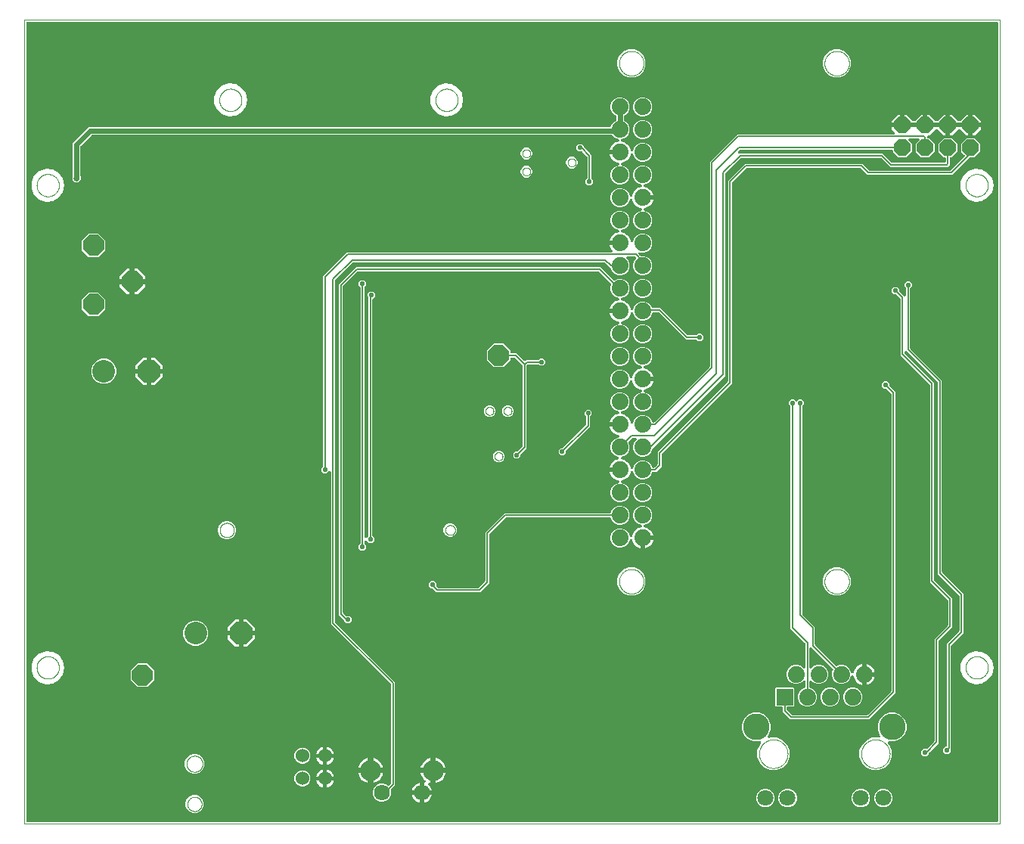
<source format=gbl>
G04 EAGLE Gerber RS-274X export*
G75*
%MOMM*%
%FSLAX34Y34*%
%LPD*%
%INBottom copper*%
%IPPOS*%
%AMOC8*
5,1,8,0,0,1.08239X$1,22.5*%
G01*
%ADD10C,0.000000*%
%ADD11C,1.879600*%
%ADD12R,1.879600X1.879600*%
%ADD13C,2.970000*%
%ADD14C,1.800000*%
%ADD15C,1.783081*%
%ADD16C,2.331719*%
%ADD17C,1.530000*%
%ADD18P,1.979475X8X22.500000*%
%ADD19C,2.540000*%
%ADD20P,2.749271X8X22.500000*%
%ADD21P,2.573315X8X292.500000*%
%ADD22P,2.573315X8X22.500000*%
%ADD23P,0.597912X8X22.500000*%
%ADD24C,0.609600*%
%ADD25C,0.652400*%
%ADD26C,0.203200*%
%ADD27P,0.543793X8X22.500000*%

G36*
X1253802Y2004D02*
X1253802Y2004D01*
X1253828Y2002D01*
X1253975Y2024D01*
X1254122Y2041D01*
X1254147Y2049D01*
X1254173Y2053D01*
X1254311Y2108D01*
X1254450Y2158D01*
X1254472Y2172D01*
X1254497Y2182D01*
X1254618Y2267D01*
X1254743Y2347D01*
X1254761Y2366D01*
X1254783Y2381D01*
X1254882Y2491D01*
X1254985Y2598D01*
X1254999Y2620D01*
X1255016Y2640D01*
X1255088Y2770D01*
X1255164Y2897D01*
X1255172Y2922D01*
X1255185Y2945D01*
X1255225Y3088D01*
X1255270Y3229D01*
X1255272Y3255D01*
X1255280Y3280D01*
X1255299Y3524D01*
X1255299Y896476D01*
X1255296Y896502D01*
X1255298Y896528D01*
X1255276Y896675D01*
X1255259Y896822D01*
X1255251Y896847D01*
X1255247Y896873D01*
X1255192Y897011D01*
X1255142Y897150D01*
X1255128Y897172D01*
X1255118Y897197D01*
X1255033Y897318D01*
X1254953Y897443D01*
X1254934Y897461D01*
X1254919Y897483D01*
X1254809Y897582D01*
X1254702Y897685D01*
X1254680Y897699D01*
X1254660Y897716D01*
X1254530Y897788D01*
X1254403Y897864D01*
X1254378Y897872D01*
X1254355Y897885D01*
X1254212Y897925D01*
X1254071Y897970D01*
X1254045Y897972D01*
X1254020Y897980D01*
X1253776Y897999D01*
X168624Y897999D01*
X168598Y897996D01*
X168572Y897998D01*
X168425Y897976D01*
X168278Y897959D01*
X168253Y897951D01*
X168227Y897947D01*
X168089Y897892D01*
X167950Y897842D01*
X167928Y897828D01*
X167903Y897818D01*
X167782Y897733D01*
X167657Y897653D01*
X167639Y897634D01*
X167617Y897619D01*
X167518Y897509D01*
X167415Y897402D01*
X167401Y897380D01*
X167384Y897360D01*
X167312Y897230D01*
X167236Y897103D01*
X167228Y897078D01*
X167215Y897055D01*
X167175Y896912D01*
X167130Y896771D01*
X167128Y896745D01*
X167120Y896720D01*
X167101Y896476D01*
X167101Y3524D01*
X167104Y3498D01*
X167102Y3472D01*
X167124Y3325D01*
X167141Y3178D01*
X167149Y3153D01*
X167153Y3127D01*
X167208Y2989D01*
X167258Y2850D01*
X167272Y2828D01*
X167282Y2803D01*
X167367Y2682D01*
X167447Y2557D01*
X167466Y2539D01*
X167481Y2517D01*
X167591Y2418D01*
X167698Y2315D01*
X167720Y2301D01*
X167740Y2284D01*
X167870Y2212D01*
X167997Y2136D01*
X168022Y2128D01*
X168045Y2115D01*
X168188Y2075D01*
X168329Y2030D01*
X168355Y2028D01*
X168380Y2020D01*
X168624Y2001D01*
X1253776Y2001D01*
X1253802Y2004D01*
G37*
%LPC*%
G36*
X829803Y360276D02*
X829803Y360276D01*
X825882Y361901D01*
X822881Y364902D01*
X821256Y368823D01*
X821256Y373067D01*
X822881Y376988D01*
X825882Y379989D01*
X830017Y381702D01*
X830109Y381754D01*
X830205Y381796D01*
X830261Y381838D01*
X830322Y381872D01*
X830400Y381943D01*
X830484Y382006D01*
X830528Y382059D01*
X830580Y382106D01*
X830640Y382192D01*
X830707Y382273D01*
X830738Y382335D01*
X830778Y382393D01*
X830817Y382490D01*
X830864Y382584D01*
X830880Y382652D01*
X830906Y382717D01*
X830921Y382821D01*
X830946Y382923D01*
X830946Y382993D01*
X830957Y383062D01*
X830948Y383167D01*
X830949Y383272D01*
X830933Y383340D01*
X830928Y383409D01*
X830895Y383509D01*
X830872Y383612D01*
X830842Y383674D01*
X830821Y383741D01*
X830766Y383831D01*
X830721Y383925D01*
X830677Y383980D01*
X830641Y384039D01*
X830568Y384115D01*
X830501Y384196D01*
X830447Y384239D01*
X830398Y384289D01*
X830310Y384346D01*
X830226Y384411D01*
X830163Y384440D01*
X830105Y384477D01*
X830005Y384513D01*
X829910Y384557D01*
X829820Y384578D01*
X829776Y384594D01*
X829738Y384598D01*
X829672Y384614D01*
X829129Y384700D01*
X827342Y385281D01*
X825668Y386134D01*
X824147Y387239D01*
X822819Y388567D01*
X821714Y390088D01*
X820861Y391762D01*
X820280Y393549D01*
X820221Y393921D01*
X831024Y393921D01*
X831050Y393924D01*
X831076Y393922D01*
X831223Y393944D01*
X831370Y393961D01*
X831395Y393969D01*
X831421Y393973D01*
X831558Y394028D01*
X831698Y394078D01*
X831720Y394092D01*
X831745Y394102D01*
X831866Y394187D01*
X831991Y394267D01*
X832009Y394286D01*
X832031Y394301D01*
X832130Y394411D01*
X832233Y394518D01*
X832247Y394540D01*
X832264Y394560D01*
X832336Y394690D01*
X832412Y394817D01*
X832420Y394842D01*
X832433Y394865D01*
X832473Y395008D01*
X832518Y395149D01*
X832520Y395175D01*
X832527Y395200D01*
X832547Y395444D01*
X832547Y397246D01*
X832544Y397272D01*
X832546Y397298D01*
X832524Y397445D01*
X832507Y397592D01*
X832498Y397617D01*
X832494Y397643D01*
X832440Y397781D01*
X832390Y397920D01*
X832375Y397942D01*
X832366Y397967D01*
X832281Y398088D01*
X832201Y398213D01*
X832182Y398231D01*
X832167Y398253D01*
X832057Y398352D01*
X831950Y398455D01*
X831927Y398469D01*
X831908Y398486D01*
X831778Y398558D01*
X831651Y398634D01*
X831626Y398642D01*
X831603Y398655D01*
X831460Y398695D01*
X831319Y398740D01*
X831293Y398742D01*
X831268Y398750D01*
X831024Y398769D01*
X820221Y398769D01*
X820280Y399141D01*
X820861Y400928D01*
X821714Y402602D01*
X822819Y404123D01*
X824147Y405451D01*
X825668Y406556D01*
X827342Y407409D01*
X829129Y407990D01*
X829498Y408048D01*
X829599Y408076D01*
X829703Y408095D01*
X829766Y408123D01*
X829833Y408142D01*
X829926Y408192D01*
X830022Y408234D01*
X830078Y408276D01*
X830139Y408309D01*
X830217Y408379D01*
X830302Y408442D01*
X830347Y408495D01*
X830399Y408542D01*
X830459Y408628D01*
X830527Y408708D01*
X830559Y408770D01*
X830599Y408827D01*
X830638Y408925D01*
X830686Y409018D01*
X830703Y409086D01*
X830729Y409150D01*
X830745Y409255D01*
X830770Y409356D01*
X830771Y409426D01*
X830782Y409495D01*
X830774Y409600D01*
X830775Y409705D01*
X830760Y409773D01*
X830755Y409842D01*
X830723Y409943D01*
X830701Y410045D01*
X830671Y410108D01*
X830650Y410175D01*
X830596Y410265D01*
X830551Y410360D01*
X830508Y410415D01*
X830472Y410474D01*
X830399Y410550D01*
X830334Y410633D01*
X830279Y410676D01*
X830231Y410726D01*
X830143Y410783D01*
X830060Y410848D01*
X829978Y410891D01*
X829939Y410916D01*
X829903Y410929D01*
X829842Y410960D01*
X825882Y412601D01*
X822881Y415602D01*
X821256Y419523D01*
X821256Y423767D01*
X822881Y427688D01*
X825882Y430689D01*
X829803Y432314D01*
X829893Y432314D01*
X829948Y432320D01*
X830003Y432318D01*
X830121Y432340D01*
X830240Y432354D01*
X830292Y432372D01*
X830346Y432382D01*
X830455Y432431D01*
X830568Y432471D01*
X830614Y432501D01*
X830665Y432523D01*
X830760Y432595D01*
X830861Y432660D01*
X830899Y432700D01*
X830943Y432733D01*
X831020Y432825D01*
X831103Y432911D01*
X831131Y432958D01*
X831166Y433000D01*
X831220Y433107D01*
X831282Y433210D01*
X831298Y433262D01*
X831323Y433312D01*
X831351Y433428D01*
X831388Y433542D01*
X831392Y433597D01*
X831405Y433650D01*
X831406Y433770D01*
X831416Y433889D01*
X831408Y433944D01*
X831408Y433999D01*
X831382Y434116D01*
X831364Y434234D01*
X831344Y434285D01*
X831332Y434339D01*
X831280Y434447D01*
X831235Y434558D01*
X831204Y434603D01*
X831180Y434653D01*
X831105Y434746D01*
X831036Y434844D01*
X830996Y434881D01*
X830961Y434924D01*
X830867Y434997D01*
X830778Y435077D01*
X830729Y435104D01*
X830686Y435138D01*
X830577Y435188D01*
X830473Y435246D01*
X830419Y435261D01*
X830369Y435284D01*
X830149Y435337D01*
X830137Y435341D01*
X830134Y435341D01*
X830132Y435341D01*
X829129Y435500D01*
X827342Y436081D01*
X825668Y436934D01*
X824147Y438039D01*
X822819Y439367D01*
X821714Y440888D01*
X820861Y442562D01*
X820280Y444349D01*
X820221Y444721D01*
X831024Y444721D01*
X831050Y444724D01*
X831076Y444722D01*
X831223Y444744D01*
X831370Y444761D01*
X831395Y444769D01*
X831421Y444773D01*
X831558Y444828D01*
X831698Y444878D01*
X831720Y444892D01*
X831745Y444902D01*
X831866Y444987D01*
X831991Y445067D01*
X832009Y445086D01*
X832031Y445101D01*
X832130Y445211D01*
X832233Y445318D01*
X832247Y445340D01*
X832264Y445360D01*
X832336Y445490D01*
X832412Y445617D01*
X832420Y445642D01*
X832433Y445665D01*
X832473Y445808D01*
X832518Y445949D01*
X832520Y445975D01*
X832527Y446000D01*
X832547Y446244D01*
X832547Y448046D01*
X832544Y448072D01*
X832546Y448098D01*
X832524Y448245D01*
X832507Y448392D01*
X832498Y448417D01*
X832494Y448443D01*
X832440Y448581D01*
X832390Y448720D01*
X832375Y448742D01*
X832366Y448767D01*
X832281Y448888D01*
X832201Y449013D01*
X832182Y449031D01*
X832167Y449053D01*
X832057Y449152D01*
X831950Y449255D01*
X831927Y449269D01*
X831908Y449286D01*
X831778Y449358D01*
X831651Y449434D01*
X831626Y449442D01*
X831603Y449455D01*
X831460Y449495D01*
X831319Y449540D01*
X831293Y449542D01*
X831268Y449550D01*
X831024Y449569D01*
X820221Y449569D01*
X820280Y449941D01*
X820861Y451728D01*
X821714Y453402D01*
X822819Y454923D01*
X824147Y456251D01*
X825668Y457356D01*
X827342Y458209D01*
X829129Y458790D01*
X829672Y458876D01*
X829774Y458904D01*
X829877Y458923D01*
X829941Y458951D01*
X830008Y458969D01*
X830100Y459020D01*
X830197Y459062D01*
X830253Y459103D01*
X830314Y459137D01*
X830392Y459207D01*
X830477Y459270D01*
X830522Y459323D01*
X830573Y459369D01*
X830634Y459455D01*
X830702Y459536D01*
X830733Y459598D01*
X830773Y459655D01*
X830813Y459752D01*
X830861Y459846D01*
X830877Y459913D01*
X830903Y459978D01*
X830919Y460082D01*
X830945Y460184D01*
X830946Y460254D01*
X830956Y460322D01*
X830948Y460427D01*
X830950Y460533D01*
X830935Y460601D01*
X830930Y460670D01*
X830898Y460770D01*
X830875Y460873D01*
X830846Y460936D01*
X830825Y461002D01*
X830771Y461093D01*
X830726Y461188D01*
X830682Y461242D01*
X830647Y461302D01*
X830574Y461378D01*
X830508Y461460D01*
X830454Y461503D01*
X830406Y461554D01*
X830317Y461611D01*
X830235Y461676D01*
X830152Y461718D01*
X830113Y461744D01*
X830077Y461757D01*
X830017Y461788D01*
X825882Y463501D01*
X822881Y466502D01*
X821256Y470423D01*
X821256Y474667D01*
X822881Y478588D01*
X825882Y481589D01*
X829803Y483214D01*
X834047Y483214D01*
X837968Y481589D01*
X840969Y478588D01*
X842594Y474667D01*
X842594Y470423D01*
X840969Y466502D01*
X837968Y463501D01*
X833833Y461788D01*
X833741Y461736D01*
X833645Y461694D01*
X833589Y461652D01*
X833528Y461618D01*
X833450Y461548D01*
X833366Y461484D01*
X833322Y461431D01*
X833270Y461384D01*
X833210Y461298D01*
X833143Y461217D01*
X833112Y461155D01*
X833072Y461097D01*
X833033Y461000D01*
X832986Y460906D01*
X832970Y460838D01*
X832944Y460773D01*
X832929Y460669D01*
X832904Y460567D01*
X832904Y460497D01*
X832893Y460428D01*
X832902Y460323D01*
X832901Y460218D01*
X832917Y460150D01*
X832922Y460081D01*
X832955Y459981D01*
X832978Y459878D01*
X833008Y459816D01*
X833029Y459749D01*
X833084Y459659D01*
X833129Y459565D01*
X833173Y459510D01*
X833209Y459451D01*
X833282Y459375D01*
X833349Y459294D01*
X833403Y459251D01*
X833452Y459201D01*
X833541Y459144D01*
X833623Y459079D01*
X833687Y459050D01*
X833745Y459013D01*
X833845Y458977D01*
X833940Y458933D01*
X834030Y458912D01*
X834074Y458896D01*
X834112Y458892D01*
X834178Y458876D01*
X834721Y458790D01*
X836508Y458209D01*
X838182Y457356D01*
X839703Y456251D01*
X841031Y454923D01*
X842136Y453402D01*
X842989Y451728D01*
X843570Y449941D01*
X843656Y449398D01*
X843684Y449296D01*
X843703Y449193D01*
X843731Y449129D01*
X843749Y449062D01*
X843800Y448970D01*
X843842Y448873D01*
X843883Y448817D01*
X843917Y448756D01*
X843987Y448678D01*
X844050Y448593D01*
X844103Y448548D01*
X844149Y448497D01*
X844235Y448436D01*
X844316Y448368D01*
X844378Y448337D01*
X844435Y448297D01*
X844532Y448257D01*
X844626Y448209D01*
X844693Y448193D01*
X844758Y448167D01*
X844862Y448151D01*
X844964Y448125D01*
X845034Y448124D01*
X845102Y448114D01*
X845207Y448122D01*
X845313Y448120D01*
X845381Y448135D01*
X845450Y448140D01*
X845550Y448172D01*
X845653Y448195D01*
X845716Y448224D01*
X845782Y448245D01*
X845873Y448299D01*
X845968Y448344D01*
X846022Y448388D01*
X846082Y448423D01*
X846158Y448496D01*
X846240Y448562D01*
X846283Y448616D01*
X846334Y448664D01*
X846391Y448753D01*
X846456Y448835D01*
X846498Y448918D01*
X846524Y448957D01*
X846537Y448993D01*
X846568Y449053D01*
X848281Y453188D01*
X851282Y456189D01*
X855203Y457814D01*
X859447Y457814D01*
X863368Y456189D01*
X866369Y453188D01*
X867536Y450372D01*
X867573Y450305D01*
X867601Y450234D01*
X867658Y450154D01*
X867705Y450067D01*
X867757Y450011D01*
X867800Y449948D01*
X867873Y449882D01*
X867940Y449809D01*
X868002Y449766D01*
X868059Y449715D01*
X868145Y449667D01*
X868226Y449611D01*
X868297Y449583D01*
X868364Y449546D01*
X868459Y449519D01*
X868550Y449483D01*
X868626Y449472D01*
X868700Y449451D01*
X868848Y449439D01*
X868895Y449432D01*
X868914Y449434D01*
X868943Y449432D01*
X869747Y449432D01*
X869872Y449446D01*
X869999Y449453D01*
X870045Y449466D01*
X870093Y449472D01*
X870212Y449514D01*
X870334Y449549D01*
X870376Y449573D01*
X870421Y449589D01*
X870527Y449658D01*
X870638Y449719D01*
X870684Y449759D01*
X870714Y449778D01*
X870748Y449813D01*
X870824Y449878D01*
X931987Y511041D01*
X932066Y511140D01*
X932150Y511234D01*
X932174Y511276D01*
X932204Y511314D01*
X932258Y511428D01*
X932319Y511539D01*
X932332Y511586D01*
X932353Y511629D01*
X932379Y511753D01*
X932414Y511874D01*
X932419Y511935D01*
X932426Y511970D01*
X932425Y512018D01*
X932433Y512118D01*
X932433Y741357D01*
X961197Y770121D01*
X962983Y771907D01*
X1138291Y771907D01*
X1138391Y771918D01*
X1138491Y771920D01*
X1138563Y771938D01*
X1138637Y771947D01*
X1138732Y771980D01*
X1138829Y772005D01*
X1138895Y772039D01*
X1138965Y772064D01*
X1139050Y772119D01*
X1139139Y772165D01*
X1139196Y772213D01*
X1139258Y772253D01*
X1139328Y772325D01*
X1139405Y772390D01*
X1139449Y772450D01*
X1139500Y772504D01*
X1139552Y772590D01*
X1139612Y772671D01*
X1139641Y772739D01*
X1139679Y772803D01*
X1139710Y772899D01*
X1139750Y772991D01*
X1139763Y773064D01*
X1139786Y773135D01*
X1139794Y773235D01*
X1139811Y773334D01*
X1139808Y773408D01*
X1139813Y773482D01*
X1139799Y773582D01*
X1139793Y773682D01*
X1139773Y773753D01*
X1139762Y773827D01*
X1139725Y773920D01*
X1139697Y774017D01*
X1139661Y774082D01*
X1139633Y774151D01*
X1139576Y774233D01*
X1139527Y774321D01*
X1139462Y774397D01*
X1139434Y774437D01*
X1139408Y774461D01*
X1139368Y774507D01*
X1136395Y777480D01*
X1136395Y779781D01*
X1147064Y779781D01*
X1147090Y779784D01*
X1147116Y779782D01*
X1147263Y779804D01*
X1147410Y779821D01*
X1147435Y779829D01*
X1147461Y779833D01*
X1147598Y779888D01*
X1147738Y779938D01*
X1147760Y779952D01*
X1147785Y779962D01*
X1147906Y780047D01*
X1148031Y780127D01*
X1148049Y780146D01*
X1148071Y780161D01*
X1148085Y780177D01*
X1148170Y780095D01*
X1148193Y780081D01*
X1148212Y780064D01*
X1148342Y779992D01*
X1148469Y779916D01*
X1148494Y779908D01*
X1148517Y779895D01*
X1148660Y779855D01*
X1148801Y779810D01*
X1148827Y779807D01*
X1148852Y779800D01*
X1149096Y779781D01*
X1172464Y779781D01*
X1172490Y779784D01*
X1172516Y779782D01*
X1172663Y779804D01*
X1172810Y779821D01*
X1172835Y779829D01*
X1172861Y779833D01*
X1172998Y779888D01*
X1173138Y779938D01*
X1173160Y779952D01*
X1173185Y779962D01*
X1173306Y780047D01*
X1173431Y780127D01*
X1173449Y780146D01*
X1173471Y780161D01*
X1173485Y780177D01*
X1173570Y780095D01*
X1173593Y780081D01*
X1173612Y780064D01*
X1173742Y779992D01*
X1173869Y779916D01*
X1173894Y779908D01*
X1173917Y779895D01*
X1174060Y779855D01*
X1174201Y779810D01*
X1174227Y779807D01*
X1174252Y779800D01*
X1174496Y779781D01*
X1196341Y779781D01*
X1196341Y770635D01*
X1194040Y770635D01*
X1187257Y777418D01*
X1187237Y777434D01*
X1187220Y777454D01*
X1187100Y777543D01*
X1186984Y777635D01*
X1186960Y777646D01*
X1186939Y777662D01*
X1186803Y777720D01*
X1186669Y777784D01*
X1186643Y777789D01*
X1186619Y777800D01*
X1186473Y777826D01*
X1186328Y777857D01*
X1186302Y777857D01*
X1186276Y777861D01*
X1186128Y777854D01*
X1185980Y777851D01*
X1185954Y777845D01*
X1185928Y777843D01*
X1185786Y777802D01*
X1185642Y777766D01*
X1185618Y777754D01*
X1185593Y777747D01*
X1185464Y777675D01*
X1185332Y777607D01*
X1185312Y777590D01*
X1185289Y777577D01*
X1185103Y777418D01*
X1178320Y770635D01*
X1177290Y770635D01*
X1177264Y770632D01*
X1177238Y770634D01*
X1177091Y770612D01*
X1176944Y770595D01*
X1176919Y770587D01*
X1176893Y770583D01*
X1176755Y770528D01*
X1176616Y770478D01*
X1176594Y770464D01*
X1176569Y770454D01*
X1176448Y770369D01*
X1176323Y770289D01*
X1176305Y770270D01*
X1176283Y770255D01*
X1176184Y770145D01*
X1176081Y770038D01*
X1176067Y770016D01*
X1176050Y769996D01*
X1175978Y769866D01*
X1175902Y769739D01*
X1175894Y769714D01*
X1175881Y769691D01*
X1175841Y769548D01*
X1175796Y769407D01*
X1175794Y769381D01*
X1175786Y769356D01*
X1175767Y769112D01*
X1175767Y768858D01*
X1175770Y768832D01*
X1175768Y768806D01*
X1175790Y768659D01*
X1175807Y768512D01*
X1175815Y768487D01*
X1175819Y768461D01*
X1175874Y768323D01*
X1175924Y768184D01*
X1175938Y768162D01*
X1175948Y768137D01*
X1176033Y768016D01*
X1176113Y767891D01*
X1176132Y767873D01*
X1176147Y767851D01*
X1176257Y767752D01*
X1176364Y767649D01*
X1176386Y767635D01*
X1176406Y767618D01*
X1176536Y767546D01*
X1176663Y767470D01*
X1176688Y767462D01*
X1176711Y767449D01*
X1176854Y767409D01*
X1176995Y767364D01*
X1177021Y767362D01*
X1177046Y767354D01*
X1177290Y767335D01*
X1177794Y767335D01*
X1183895Y761234D01*
X1183895Y752606D01*
X1177794Y746505D01*
X1169166Y746505D01*
X1163065Y752606D01*
X1163065Y761234D01*
X1166564Y764733D01*
X1166627Y764811D01*
X1166697Y764884D01*
X1166735Y764948D01*
X1166781Y765006D01*
X1166824Y765097D01*
X1166875Y765183D01*
X1166898Y765254D01*
X1166930Y765321D01*
X1166951Y765419D01*
X1166982Y765515D01*
X1166988Y765589D01*
X1167003Y765662D01*
X1167001Y765762D01*
X1167010Y765862D01*
X1166999Y765936D01*
X1166997Y766010D01*
X1166973Y766107D01*
X1166958Y766207D01*
X1166930Y766276D01*
X1166912Y766348D01*
X1166866Y766438D01*
X1166829Y766531D01*
X1166787Y766592D01*
X1166753Y766658D01*
X1166687Y766735D01*
X1166630Y766817D01*
X1166575Y766867D01*
X1166527Y766923D01*
X1166446Y766983D01*
X1166371Y767050D01*
X1166306Y767086D01*
X1166246Y767131D01*
X1166154Y767170D01*
X1166066Y767219D01*
X1165995Y767239D01*
X1165926Y767269D01*
X1165828Y767286D01*
X1165731Y767314D01*
X1165631Y767322D01*
X1165583Y767330D01*
X1165548Y767328D01*
X1165487Y767333D01*
X1156073Y767333D01*
X1155973Y767322D01*
X1155873Y767320D01*
X1155800Y767302D01*
X1155727Y767293D01*
X1155632Y767260D01*
X1155535Y767235D01*
X1155468Y767201D01*
X1155398Y767176D01*
X1155314Y767121D01*
X1155225Y767075D01*
X1155168Y767027D01*
X1155106Y766987D01*
X1155036Y766915D01*
X1154959Y766850D01*
X1154915Y766790D01*
X1154863Y766736D01*
X1154812Y766650D01*
X1154752Y766569D01*
X1154723Y766501D01*
X1154685Y766437D01*
X1154654Y766341D01*
X1154614Y766249D01*
X1154601Y766176D01*
X1154578Y766105D01*
X1154570Y766005D01*
X1154553Y765906D01*
X1154556Y765832D01*
X1154550Y765758D01*
X1154565Y765658D01*
X1154571Y765558D01*
X1154591Y765487D01*
X1154602Y765413D01*
X1154639Y765320D01*
X1154667Y765223D01*
X1154703Y765158D01*
X1154731Y765089D01*
X1154788Y765007D01*
X1154837Y764919D01*
X1154902Y764843D01*
X1154930Y764803D01*
X1154956Y764779D01*
X1154996Y764733D01*
X1158495Y761234D01*
X1158495Y752606D01*
X1152394Y746505D01*
X1143766Y746505D01*
X1137665Y752606D01*
X1137665Y753110D01*
X1137662Y753136D01*
X1137664Y753162D01*
X1137642Y753309D01*
X1137625Y753456D01*
X1137617Y753481D01*
X1137613Y753507D01*
X1137558Y753645D01*
X1137508Y753784D01*
X1137494Y753806D01*
X1137484Y753831D01*
X1137399Y753952D01*
X1137319Y754077D01*
X1137300Y754095D01*
X1137285Y754117D01*
X1137175Y754216D01*
X1137068Y754319D01*
X1137046Y754333D01*
X1137026Y754350D01*
X1136896Y754422D01*
X1136769Y754498D01*
X1136744Y754506D01*
X1136721Y754519D01*
X1136578Y754559D01*
X1136437Y754604D01*
X1136411Y754606D01*
X1136386Y754614D01*
X1136142Y754633D01*
X966778Y754633D01*
X966653Y754619D01*
X966526Y754612D01*
X966480Y754599D01*
X966432Y754593D01*
X966313Y754551D01*
X966192Y754516D01*
X966149Y754492D01*
X966104Y754476D01*
X965998Y754407D01*
X965887Y754346D01*
X965841Y754306D01*
X965811Y754287D01*
X965778Y754252D01*
X965701Y754187D01*
X964431Y752917D01*
X964369Y752838D01*
X964299Y752766D01*
X964261Y752702D01*
X964214Y752644D01*
X964171Y752553D01*
X964120Y752467D01*
X964097Y752396D01*
X964065Y752329D01*
X964044Y752231D01*
X964014Y752135D01*
X964008Y752061D01*
X963992Y751988D01*
X963994Y751888D01*
X963986Y751788D01*
X963997Y751714D01*
X963998Y751640D01*
X964023Y751543D01*
X964037Y751443D01*
X964065Y751374D01*
X964083Y751302D01*
X964129Y751213D01*
X964166Y751119D01*
X964209Y751058D01*
X964243Y750992D01*
X964308Y750916D01*
X964365Y750833D01*
X964420Y750783D01*
X964469Y750727D01*
X964549Y750667D01*
X964624Y750600D01*
X964689Y750564D01*
X964749Y750519D01*
X964841Y750480D01*
X964929Y750431D01*
X965001Y750411D01*
X965069Y750381D01*
X965168Y750364D01*
X965264Y750336D01*
X965364Y750328D01*
X965412Y750320D01*
X965448Y750322D01*
X965508Y750317D01*
X1126167Y750317D01*
X1135881Y740603D01*
X1135980Y740524D01*
X1136074Y740440D01*
X1136116Y740416D01*
X1136154Y740386D01*
X1136268Y740332D01*
X1136379Y740271D01*
X1136426Y740258D01*
X1136469Y740237D01*
X1136593Y740211D01*
X1136714Y740176D01*
X1136775Y740171D01*
X1136810Y740164D01*
X1136858Y740165D01*
X1136958Y740157D01*
X1195070Y740157D01*
X1195096Y740160D01*
X1195122Y740158D01*
X1195269Y740180D01*
X1195416Y740197D01*
X1195441Y740205D01*
X1195467Y740209D01*
X1195605Y740264D01*
X1195744Y740314D01*
X1195766Y740328D01*
X1195791Y740338D01*
X1195912Y740423D01*
X1196037Y740503D01*
X1196055Y740522D01*
X1196077Y740537D01*
X1196176Y740647D01*
X1196279Y740754D01*
X1196293Y740776D01*
X1196310Y740796D01*
X1196382Y740926D01*
X1196458Y741053D01*
X1196466Y741078D01*
X1196479Y741101D01*
X1196519Y741244D01*
X1196564Y741385D01*
X1196566Y741411D01*
X1196574Y741436D01*
X1196593Y741680D01*
X1196593Y744982D01*
X1196590Y745008D01*
X1196592Y745034D01*
X1196570Y745181D01*
X1196553Y745328D01*
X1196545Y745353D01*
X1196541Y745379D01*
X1196486Y745517D01*
X1196436Y745656D01*
X1196422Y745678D01*
X1196412Y745703D01*
X1196327Y745824D01*
X1196247Y745949D01*
X1196228Y745967D01*
X1196213Y745989D01*
X1196103Y746088D01*
X1195996Y746191D01*
X1195974Y746205D01*
X1195954Y746222D01*
X1195824Y746294D01*
X1195697Y746370D01*
X1195672Y746378D01*
X1195649Y746391D01*
X1195506Y746431D01*
X1195365Y746476D01*
X1195339Y746478D01*
X1195314Y746486D01*
X1195070Y746505D01*
X1194566Y746505D01*
X1188465Y752606D01*
X1188465Y761234D01*
X1194566Y767335D01*
X1203194Y767335D01*
X1209295Y761234D01*
X1209295Y752606D01*
X1203194Y746505D01*
X1202690Y746505D01*
X1202664Y746502D01*
X1202638Y746504D01*
X1202491Y746482D01*
X1202344Y746465D01*
X1202319Y746457D01*
X1202293Y746453D01*
X1202155Y746398D01*
X1202016Y746348D01*
X1201994Y746334D01*
X1201969Y746324D01*
X1201848Y746239D01*
X1201723Y746159D01*
X1201705Y746140D01*
X1201683Y746125D01*
X1201584Y746015D01*
X1201481Y745908D01*
X1201467Y745886D01*
X1201450Y745866D01*
X1201378Y745736D01*
X1201302Y745609D01*
X1201294Y745584D01*
X1201281Y745561D01*
X1201241Y745418D01*
X1201196Y745277D01*
X1201194Y745251D01*
X1201186Y745226D01*
X1201167Y744982D01*
X1201167Y738193D01*
X1198557Y735583D01*
X1134433Y735583D01*
X1124719Y745297D01*
X1124620Y745376D01*
X1124526Y745460D01*
X1124484Y745484D01*
X1124446Y745514D01*
X1124332Y745568D01*
X1124221Y745629D01*
X1124174Y745642D01*
X1124131Y745663D01*
X1124007Y745689D01*
X1123886Y745724D01*
X1123825Y745729D01*
X1123790Y745736D01*
X1123742Y745735D01*
X1123642Y745743D01*
X968048Y745743D01*
X967923Y745729D01*
X967796Y745722D01*
X967750Y745709D01*
X967702Y745703D01*
X967583Y745661D01*
X967462Y745626D01*
X967419Y745602D01*
X967374Y745586D01*
X967268Y745517D01*
X967157Y745456D01*
X967111Y745416D01*
X967081Y745397D01*
X967048Y745362D01*
X966971Y745297D01*
X950153Y728479D01*
X950074Y728380D01*
X949990Y728286D01*
X949966Y728244D01*
X949936Y728206D01*
X949882Y728092D01*
X949821Y727981D01*
X949808Y727934D01*
X949787Y727891D01*
X949761Y727767D01*
X949726Y727646D01*
X949721Y727585D01*
X949714Y727550D01*
X949715Y727502D01*
X949707Y727402D01*
X949707Y501973D01*
X868440Y420706D01*
X868361Y420607D01*
X868277Y420513D01*
X868253Y420471D01*
X868223Y420433D01*
X868169Y420319D01*
X868108Y420208D01*
X868095Y420161D01*
X868074Y420118D01*
X868048Y419994D01*
X868013Y419873D01*
X868008Y419812D01*
X868001Y419777D01*
X868002Y419729D01*
X867994Y419629D01*
X867994Y419623D01*
X866369Y415702D01*
X863368Y412701D01*
X859447Y411076D01*
X855203Y411076D01*
X851282Y412701D01*
X848281Y415702D01*
X846656Y419623D01*
X846656Y423867D01*
X848281Y427788D01*
X849945Y429453D01*
X850007Y429531D01*
X850077Y429604D01*
X850116Y429668D01*
X850162Y429726D01*
X850205Y429817D01*
X850256Y429903D01*
X850279Y429974D01*
X850311Y430041D01*
X850332Y430139D01*
X850362Y430235D01*
X850368Y430309D01*
X850384Y430382D01*
X850382Y430482D01*
X850390Y430582D01*
X850379Y430656D01*
X850378Y430730D01*
X850354Y430827D01*
X850339Y430927D01*
X850311Y430996D01*
X850293Y431068D01*
X850247Y431157D01*
X850210Y431251D01*
X850167Y431312D01*
X850133Y431378D01*
X850068Y431454D01*
X850011Y431537D01*
X849956Y431587D01*
X849908Y431643D01*
X849827Y431703D01*
X849752Y431770D01*
X849687Y431806D01*
X849627Y431851D01*
X849535Y431890D01*
X849447Y431939D01*
X849376Y431959D01*
X849307Y431989D01*
X849208Y432006D01*
X849112Y432034D01*
X849012Y432042D01*
X848964Y432050D01*
X848929Y432048D01*
X848868Y432053D01*
X846198Y432053D01*
X846073Y432039D01*
X845946Y432032D01*
X845900Y432019D01*
X845852Y432013D01*
X845733Y431971D01*
X845611Y431936D01*
X845569Y431912D01*
X845524Y431896D01*
X845418Y431827D01*
X845307Y431766D01*
X845261Y431726D01*
X845231Y431707D01*
X845197Y431672D01*
X845121Y431607D01*
X841757Y428243D01*
X841710Y428184D01*
X841655Y428130D01*
X841602Y428048D01*
X841541Y427970D01*
X841508Y427901D01*
X841467Y427837D01*
X841434Y427744D01*
X841392Y427655D01*
X841376Y427581D01*
X841350Y427509D01*
X841339Y427411D01*
X841318Y427315D01*
X841320Y427238D01*
X841311Y427162D01*
X841323Y427064D01*
X841324Y426966D01*
X841343Y426892D01*
X841352Y426816D01*
X841398Y426674D01*
X841409Y426628D01*
X841418Y426611D01*
X841427Y426583D01*
X842594Y423767D01*
X842594Y419523D01*
X840969Y415602D01*
X837968Y412601D01*
X834008Y410960D01*
X833916Y410909D01*
X833819Y410866D01*
X833764Y410824D01*
X833703Y410791D01*
X833625Y410720D01*
X833541Y410657D01*
X833496Y410603D01*
X833445Y410556D01*
X833385Y410470D01*
X833318Y410389D01*
X833286Y410327D01*
X833247Y410270D01*
X833208Y410172D01*
X833161Y410078D01*
X833144Y410010D01*
X833119Y409946D01*
X833104Y409841D01*
X833079Y409739D01*
X833078Y409670D01*
X833068Y409601D01*
X833077Y409496D01*
X833076Y409391D01*
X833091Y409323D01*
X833097Y409253D01*
X833129Y409153D01*
X833152Y409051D01*
X833183Y408988D01*
X833204Y408922D01*
X833258Y408832D01*
X833304Y408737D01*
X833348Y408683D01*
X833384Y408623D01*
X833457Y408548D01*
X833523Y408466D01*
X833578Y408423D01*
X833627Y408373D01*
X833715Y408316D01*
X833798Y408252D01*
X833861Y408223D01*
X833920Y408185D01*
X834019Y408150D01*
X834115Y408106D01*
X834204Y408084D01*
X834248Y408068D01*
X834287Y408064D01*
X834352Y408048D01*
X834721Y407990D01*
X836508Y407409D01*
X838182Y406556D01*
X839703Y405451D01*
X841031Y404123D01*
X842136Y402602D01*
X842989Y400928D01*
X843570Y399141D01*
X843656Y398598D01*
X843684Y398496D01*
X843703Y398393D01*
X843731Y398329D01*
X843749Y398262D01*
X843800Y398170D01*
X843842Y398073D01*
X843883Y398017D01*
X843917Y397956D01*
X843987Y397878D01*
X844050Y397793D01*
X844103Y397748D01*
X844149Y397697D01*
X844235Y397636D01*
X844316Y397568D01*
X844378Y397537D01*
X844435Y397497D01*
X844532Y397457D01*
X844626Y397409D01*
X844693Y397393D01*
X844758Y397367D01*
X844862Y397351D01*
X844964Y397325D01*
X845034Y397324D01*
X845102Y397314D01*
X845207Y397322D01*
X845313Y397320D01*
X845381Y397335D01*
X845450Y397340D01*
X845550Y397372D01*
X845653Y397395D01*
X845716Y397424D01*
X845782Y397445D01*
X845873Y397499D01*
X845968Y397544D01*
X846022Y397588D01*
X846082Y397623D01*
X846158Y397696D01*
X846240Y397762D01*
X846283Y397816D01*
X846334Y397864D01*
X846391Y397953D01*
X846456Y398035D01*
X846498Y398118D01*
X846524Y398157D01*
X846537Y398193D01*
X846568Y398253D01*
X848281Y402388D01*
X851282Y405389D01*
X855203Y407014D01*
X859447Y407014D01*
X863368Y405389D01*
X866369Y402388D01*
X867536Y399572D01*
X867573Y399505D01*
X867601Y399434D01*
X867658Y399354D01*
X867705Y399267D01*
X867757Y399211D01*
X867800Y399148D01*
X867873Y399082D01*
X867940Y399009D01*
X868002Y398966D01*
X868059Y398915D01*
X868145Y398867D01*
X868226Y398811D01*
X868297Y398783D01*
X868364Y398746D01*
X868459Y398719D01*
X868550Y398683D01*
X868626Y398672D01*
X868700Y398651D01*
X868848Y398639D01*
X868895Y398632D01*
X868914Y398634D01*
X868943Y398632D01*
X869747Y398632D01*
X869872Y398646D01*
X869999Y398653D01*
X870045Y398666D01*
X870093Y398672D01*
X870212Y398714D01*
X870333Y398749D01*
X870376Y398773D01*
X870421Y398789D01*
X870527Y398858D01*
X870638Y398919D01*
X870684Y398959D01*
X870714Y398978D01*
X870747Y399013D01*
X870824Y399078D01*
X873567Y401821D01*
X873646Y401920D01*
X873730Y402014D01*
X873754Y402056D01*
X873784Y402094D01*
X873838Y402208D01*
X873899Y402319D01*
X873912Y402366D01*
X873933Y402409D01*
X873959Y402533D01*
X873994Y402654D01*
X873999Y402715D01*
X874006Y402750D01*
X874005Y402798D01*
X874013Y402898D01*
X874013Y416237D01*
X952307Y494531D01*
X952386Y494630D01*
X952470Y494724D01*
X952494Y494766D01*
X952524Y494804D01*
X952578Y494918D01*
X952639Y495029D01*
X952652Y495076D01*
X952673Y495119D01*
X952699Y495243D01*
X952734Y495364D01*
X952739Y495425D01*
X952746Y495460D01*
X952745Y495508D01*
X952753Y495608D01*
X952753Y719767D01*
X971873Y738887D01*
X1103307Y738887D01*
X1110481Y731713D01*
X1110580Y731634D01*
X1110674Y731550D01*
X1110716Y731526D01*
X1110754Y731496D01*
X1110868Y731442D01*
X1110979Y731381D01*
X1111026Y731368D01*
X1111069Y731347D01*
X1111193Y731321D01*
X1111314Y731286D01*
X1111375Y731281D01*
X1111410Y731274D01*
X1111458Y731275D01*
X1111558Y731267D01*
X1201112Y731267D01*
X1201237Y731281D01*
X1201364Y731288D01*
X1201410Y731301D01*
X1201458Y731307D01*
X1201577Y731349D01*
X1201698Y731384D01*
X1201741Y731408D01*
X1201786Y731424D01*
X1201893Y731493D01*
X1202003Y731554D01*
X1202049Y731594D01*
X1202079Y731613D01*
X1202113Y731648D01*
X1202189Y731713D01*
X1217397Y746921D01*
X1217413Y746941D01*
X1217433Y746958D01*
X1217521Y747078D01*
X1217613Y747194D01*
X1217624Y747217D01*
X1217640Y747238D01*
X1217699Y747375D01*
X1217762Y747509D01*
X1217768Y747534D01*
X1217778Y747558D01*
X1217804Y747705D01*
X1217836Y747849D01*
X1217835Y747875D01*
X1217840Y747901D01*
X1217832Y748050D01*
X1217830Y748198D01*
X1217823Y748223D01*
X1217822Y748249D01*
X1217781Y748392D01*
X1217745Y748536D01*
X1217733Y748559D01*
X1217725Y748584D01*
X1217653Y748714D01*
X1217585Y748846D01*
X1217568Y748866D01*
X1217555Y748888D01*
X1217397Y749075D01*
X1213865Y752606D01*
X1213865Y761234D01*
X1219966Y767335D01*
X1228594Y767335D01*
X1234695Y761234D01*
X1234695Y752606D01*
X1228594Y746505D01*
X1224080Y746505D01*
X1223955Y746491D01*
X1223828Y746484D01*
X1223782Y746471D01*
X1223734Y746465D01*
X1223615Y746423D01*
X1223493Y746388D01*
X1223451Y746364D01*
X1223406Y746348D01*
X1223300Y746279D01*
X1223189Y746218D01*
X1223143Y746178D01*
X1223113Y746159D01*
X1223079Y746124D01*
X1223003Y746059D01*
X1205423Y728479D01*
X1203637Y726693D01*
X1109033Y726693D01*
X1101859Y733867D01*
X1101760Y733946D01*
X1101666Y734030D01*
X1101624Y734054D01*
X1101586Y734084D01*
X1101472Y734138D01*
X1101361Y734199D01*
X1101314Y734212D01*
X1101271Y734233D01*
X1101147Y734259D01*
X1101026Y734294D01*
X1100965Y734299D01*
X1100930Y734306D01*
X1100882Y734305D01*
X1100782Y734313D01*
X974398Y734313D01*
X974273Y734299D01*
X974146Y734292D01*
X974100Y734279D01*
X974052Y734273D01*
X973933Y734231D01*
X973812Y734196D01*
X973769Y734172D01*
X973724Y734156D01*
X973618Y734087D01*
X973507Y734026D01*
X973461Y733986D01*
X973431Y733967D01*
X973398Y733932D01*
X973321Y733867D01*
X957773Y718319D01*
X957694Y718220D01*
X957610Y718126D01*
X957586Y718084D01*
X957556Y718046D01*
X957502Y717932D01*
X957441Y717821D01*
X957428Y717774D01*
X957407Y717731D01*
X957381Y717607D01*
X957346Y717486D01*
X957341Y717425D01*
X957334Y717390D01*
X957335Y717342D01*
X957327Y717242D01*
X957327Y493083D01*
X879033Y414789D01*
X878954Y414690D01*
X878870Y414596D01*
X878846Y414554D01*
X878816Y414516D01*
X878762Y414402D01*
X878701Y414291D01*
X878688Y414244D01*
X878667Y414201D01*
X878641Y414077D01*
X878606Y413956D01*
X878601Y413895D01*
X878594Y413860D01*
X878595Y413812D01*
X878587Y413712D01*
X878587Y400373D01*
X872272Y394058D01*
X868943Y394058D01*
X868868Y394050D01*
X868791Y394051D01*
X868695Y394030D01*
X868597Y394018D01*
X868525Y393993D01*
X868451Y393976D01*
X868362Y393934D01*
X868269Y393901D01*
X868205Y393859D01*
X868136Y393827D01*
X868059Y393765D01*
X867976Y393712D01*
X867923Y393657D01*
X867863Y393609D01*
X867802Y393532D01*
X867734Y393461D01*
X867695Y393396D01*
X867647Y393336D01*
X867579Y393202D01*
X867555Y393162D01*
X867549Y393144D01*
X867536Y393118D01*
X866369Y390302D01*
X863368Y387301D01*
X859447Y385676D01*
X855203Y385676D01*
X851282Y387301D01*
X848281Y390302D01*
X846568Y394437D01*
X846516Y394529D01*
X846474Y394625D01*
X846432Y394681D01*
X846398Y394742D01*
X846328Y394820D01*
X846264Y394904D01*
X846211Y394948D01*
X846164Y395000D01*
X846078Y395060D01*
X845997Y395127D01*
X845935Y395158D01*
X845877Y395198D01*
X845780Y395237D01*
X845686Y395284D01*
X845618Y395300D01*
X845553Y395326D01*
X845449Y395341D01*
X845347Y395366D01*
X845277Y395366D01*
X845208Y395377D01*
X845103Y395368D01*
X844998Y395369D01*
X844930Y395353D01*
X844861Y395348D01*
X844761Y395315D01*
X844658Y395292D01*
X844596Y395262D01*
X844529Y395241D01*
X844439Y395186D01*
X844345Y395141D01*
X844290Y395097D01*
X844231Y395061D01*
X844155Y394988D01*
X844074Y394921D01*
X844031Y394867D01*
X843981Y394818D01*
X843924Y394729D01*
X843859Y394647D01*
X843830Y394583D01*
X843793Y394525D01*
X843757Y394425D01*
X843713Y394330D01*
X843692Y394240D01*
X843676Y394196D01*
X843672Y394158D01*
X843656Y394092D01*
X843570Y393549D01*
X842989Y391762D01*
X842136Y390088D01*
X841031Y388567D01*
X839703Y387239D01*
X838182Y386134D01*
X836508Y385281D01*
X834721Y384700D01*
X834178Y384614D01*
X834076Y384586D01*
X833973Y384567D01*
X833909Y384539D01*
X833842Y384521D01*
X833750Y384470D01*
X833653Y384428D01*
X833597Y384387D01*
X833536Y384353D01*
X833458Y384283D01*
X833373Y384220D01*
X833329Y384167D01*
X833277Y384121D01*
X833216Y384035D01*
X833148Y383954D01*
X833117Y383892D01*
X833077Y383835D01*
X833037Y383738D01*
X832989Y383644D01*
X832973Y383577D01*
X832947Y383512D01*
X832931Y383408D01*
X832905Y383306D01*
X832904Y383236D01*
X832894Y383168D01*
X832902Y383063D01*
X832900Y382957D01*
X832915Y382889D01*
X832920Y382820D01*
X832952Y382720D01*
X832975Y382617D01*
X833005Y382554D01*
X833025Y382488D01*
X833079Y382397D01*
X833124Y382302D01*
X833168Y382248D01*
X833203Y382188D01*
X833276Y382112D01*
X833342Y382030D01*
X833396Y381987D01*
X833444Y381936D01*
X833533Y381879D01*
X833615Y381814D01*
X833698Y381772D01*
X833737Y381746D01*
X833773Y381733D01*
X833833Y381702D01*
X837968Y379989D01*
X840969Y376988D01*
X842594Y373067D01*
X842594Y368823D01*
X840969Y364902D01*
X837968Y361901D01*
X834047Y360276D01*
X829803Y360276D01*
G37*
%LPD*%
%LPC*%
G36*
X563124Y24739D02*
X563124Y24739D01*
X559380Y26290D01*
X556515Y29155D01*
X554964Y32899D01*
X554964Y36951D01*
X556515Y40695D01*
X559380Y43560D01*
X563124Y45111D01*
X567176Y45111D01*
X570920Y43560D01*
X571246Y43234D01*
X571267Y43218D01*
X571284Y43198D01*
X571403Y43110D01*
X571519Y43018D01*
X571543Y43006D01*
X571564Y42991D01*
X571700Y42932D01*
X571834Y42869D01*
X571860Y42863D01*
X571884Y42853D01*
X572030Y42827D01*
X572175Y42795D01*
X572201Y42796D01*
X572227Y42791D01*
X572375Y42799D01*
X572523Y42801D01*
X572549Y42808D01*
X572575Y42809D01*
X572717Y42850D01*
X572861Y42886D01*
X572885Y42898D01*
X572910Y42906D01*
X573039Y42978D01*
X573171Y43046D01*
X573191Y43063D01*
X573214Y43076D01*
X573400Y43234D01*
X575117Y44951D01*
X575196Y45050D01*
X575280Y45144D01*
X575304Y45186D01*
X575334Y45224D01*
X575388Y45338D01*
X575449Y45449D01*
X575462Y45496D01*
X575483Y45539D01*
X575509Y45663D01*
X575544Y45784D01*
X575549Y45845D01*
X575556Y45880D01*
X575555Y45928D01*
X575563Y46028D01*
X575563Y155902D01*
X575549Y156027D01*
X575542Y156154D01*
X575529Y156200D01*
X575523Y156248D01*
X575481Y156367D01*
X575446Y156488D01*
X575422Y156531D01*
X575406Y156576D01*
X575337Y156682D01*
X575276Y156793D01*
X575236Y156839D01*
X575217Y156869D01*
X575182Y156902D01*
X575117Y156979D01*
X508253Y223843D01*
X508253Y393463D01*
X508242Y393563D01*
X508240Y393663D01*
X508222Y393735D01*
X508213Y393809D01*
X508180Y393903D01*
X508155Y394001D01*
X508121Y394067D01*
X508096Y394137D01*
X508041Y394221D01*
X507995Y394311D01*
X507947Y394367D01*
X507907Y394430D01*
X507835Y394500D01*
X507770Y394576D01*
X507710Y394620D01*
X507656Y394672D01*
X507570Y394724D01*
X507489Y394783D01*
X507421Y394813D01*
X507357Y394851D01*
X507261Y394881D01*
X507169Y394921D01*
X507096Y394934D01*
X507025Y394957D01*
X506925Y394965D01*
X506826Y394983D01*
X506752Y394979D01*
X506678Y394985D01*
X506578Y394970D01*
X506478Y394965D01*
X506407Y394944D01*
X506333Y394933D01*
X506240Y394896D01*
X506143Y394868D01*
X506078Y394832D01*
X506009Y394805D01*
X505927Y394747D01*
X505839Y394698D01*
X505763Y394633D01*
X505723Y394606D01*
X505699Y394579D01*
X505653Y394540D01*
X503320Y392207D01*
X499980Y392207D01*
X497617Y394570D01*
X497617Y397910D01*
X498917Y399210D01*
X498996Y399309D01*
X499080Y399403D01*
X499104Y399445D01*
X499134Y399483D01*
X499188Y399597D01*
X499249Y399708D01*
X499262Y399755D01*
X499283Y399798D01*
X499309Y399922D01*
X499344Y400044D01*
X499349Y400104D01*
X499356Y400139D01*
X499355Y400187D01*
X499363Y400287D01*
X499363Y613087D01*
X526103Y639827D01*
X821882Y639827D01*
X821982Y639838D01*
X822082Y639840D01*
X822154Y639858D01*
X822228Y639867D01*
X822323Y639900D01*
X822420Y639925D01*
X822486Y639959D01*
X822556Y639984D01*
X822641Y640039D01*
X822730Y640085D01*
X822787Y640133D01*
X822849Y640173D01*
X822919Y640245D01*
X822995Y640311D01*
X823040Y640370D01*
X823091Y640424D01*
X823143Y640510D01*
X823202Y640591D01*
X823232Y640659D01*
X823270Y640723D01*
X823301Y640819D01*
X823340Y640911D01*
X823354Y640984D01*
X823376Y641055D01*
X823384Y641155D01*
X823402Y641254D01*
X823398Y641328D01*
X823404Y641402D01*
X823389Y641501D01*
X823384Y641602D01*
X823364Y641673D01*
X823353Y641747D01*
X823315Y641840D01*
X823288Y641937D01*
X823251Y642002D01*
X823224Y642071D01*
X823166Y642153D01*
X823117Y642241D01*
X823052Y642317D01*
X823025Y642357D01*
X822998Y642381D01*
X822959Y642427D01*
X822818Y642568D01*
X821714Y644088D01*
X820861Y645762D01*
X820280Y647549D01*
X820221Y647921D01*
X831024Y647921D01*
X831050Y647924D01*
X831076Y647922D01*
X831223Y647944D01*
X831370Y647961D01*
X831395Y647969D01*
X831421Y647973D01*
X831558Y648028D01*
X831698Y648078D01*
X831720Y648092D01*
X831745Y648102D01*
X831866Y648187D01*
X831991Y648267D01*
X832009Y648286D01*
X832031Y648301D01*
X832130Y648411D01*
X832233Y648518D01*
X832247Y648540D01*
X832264Y648560D01*
X832336Y648690D01*
X832412Y648817D01*
X832420Y648842D01*
X832433Y648865D01*
X832473Y649008D01*
X832518Y649149D01*
X832520Y649175D01*
X832527Y649200D01*
X832547Y649444D01*
X832547Y651246D01*
X832544Y651272D01*
X832546Y651298D01*
X832524Y651445D01*
X832507Y651592D01*
X832498Y651617D01*
X832494Y651643D01*
X832440Y651781D01*
X832390Y651920D01*
X832375Y651942D01*
X832366Y651967D01*
X832281Y652088D01*
X832201Y652213D01*
X832182Y652231D01*
X832167Y652253D01*
X832057Y652352D01*
X831950Y652455D01*
X831927Y652469D01*
X831908Y652486D01*
X831778Y652558D01*
X831651Y652634D01*
X831626Y652642D01*
X831603Y652655D01*
X831460Y652695D01*
X831319Y652740D01*
X831293Y652742D01*
X831268Y652750D01*
X831024Y652769D01*
X820221Y652769D01*
X820280Y653141D01*
X820861Y654928D01*
X821714Y656602D01*
X822819Y658123D01*
X824147Y659451D01*
X825668Y660556D01*
X827342Y661409D01*
X829129Y661990D01*
X829672Y662076D01*
X829774Y662104D01*
X829877Y662123D01*
X829941Y662151D01*
X830008Y662169D01*
X830100Y662220D01*
X830197Y662262D01*
X830253Y662303D01*
X830314Y662337D01*
X830392Y662407D01*
X830477Y662470D01*
X830522Y662523D01*
X830573Y662569D01*
X830634Y662655D01*
X830702Y662736D01*
X830733Y662798D01*
X830773Y662855D01*
X830813Y662952D01*
X830861Y663046D01*
X830877Y663113D01*
X830903Y663178D01*
X830919Y663282D01*
X830945Y663384D01*
X830946Y663454D01*
X830956Y663522D01*
X830948Y663627D01*
X830950Y663733D01*
X830935Y663801D01*
X830930Y663870D01*
X830898Y663970D01*
X830875Y664073D01*
X830846Y664136D01*
X830825Y664202D01*
X830771Y664293D01*
X830726Y664388D01*
X830682Y664442D01*
X830647Y664502D01*
X830574Y664578D01*
X830508Y664660D01*
X830454Y664703D01*
X830406Y664754D01*
X830317Y664811D01*
X830235Y664876D01*
X830152Y664918D01*
X830113Y664944D01*
X830077Y664957D01*
X830017Y664988D01*
X825882Y666701D01*
X822881Y669702D01*
X821256Y673623D01*
X821256Y677867D01*
X822881Y681788D01*
X825882Y684789D01*
X829803Y686414D01*
X834047Y686414D01*
X837968Y684789D01*
X840969Y681788D01*
X842594Y677867D01*
X842594Y673623D01*
X840969Y669702D01*
X837968Y666701D01*
X833833Y664988D01*
X833741Y664936D01*
X833645Y664894D01*
X833589Y664852D01*
X833528Y664818D01*
X833450Y664748D01*
X833366Y664684D01*
X833322Y664631D01*
X833270Y664584D01*
X833210Y664498D01*
X833143Y664417D01*
X833112Y664355D01*
X833072Y664297D01*
X833033Y664200D01*
X832986Y664106D01*
X832970Y664038D01*
X832944Y663973D01*
X832929Y663869D01*
X832904Y663767D01*
X832904Y663697D01*
X832893Y663628D01*
X832902Y663523D01*
X832901Y663418D01*
X832917Y663350D01*
X832922Y663281D01*
X832955Y663181D01*
X832978Y663078D01*
X833008Y663016D01*
X833029Y662949D01*
X833084Y662859D01*
X833129Y662765D01*
X833173Y662710D01*
X833209Y662651D01*
X833282Y662575D01*
X833349Y662494D01*
X833403Y662451D01*
X833452Y662401D01*
X833541Y662344D01*
X833623Y662279D01*
X833687Y662250D01*
X833745Y662213D01*
X833845Y662177D01*
X833940Y662133D01*
X834030Y662112D01*
X834074Y662096D01*
X834112Y662092D01*
X834178Y662076D01*
X834721Y661990D01*
X836508Y661409D01*
X838182Y660556D01*
X839703Y659451D01*
X841031Y658123D01*
X842136Y656602D01*
X842989Y654928D01*
X843570Y653141D01*
X843656Y652598D01*
X843684Y652496D01*
X843703Y652393D01*
X843731Y652329D01*
X843749Y652262D01*
X843800Y652170D01*
X843842Y652073D01*
X843883Y652017D01*
X843917Y651956D01*
X843987Y651878D01*
X844050Y651793D01*
X844103Y651748D01*
X844149Y651697D01*
X844235Y651636D01*
X844316Y651568D01*
X844378Y651537D01*
X844435Y651497D01*
X844532Y651457D01*
X844626Y651409D01*
X844693Y651393D01*
X844758Y651367D01*
X844862Y651351D01*
X844964Y651325D01*
X845034Y651324D01*
X845102Y651314D01*
X845207Y651322D01*
X845313Y651320D01*
X845381Y651335D01*
X845450Y651340D01*
X845550Y651372D01*
X845653Y651395D01*
X845716Y651424D01*
X845782Y651445D01*
X845873Y651499D01*
X845968Y651544D01*
X846022Y651588D01*
X846082Y651623D01*
X846158Y651696D01*
X846240Y651762D01*
X846283Y651816D01*
X846334Y651864D01*
X846391Y651953D01*
X846456Y652035D01*
X846498Y652118D01*
X846524Y652157D01*
X846537Y652193D01*
X846568Y652253D01*
X848281Y656388D01*
X851282Y659389D01*
X855203Y661014D01*
X859447Y661014D01*
X863368Y659389D01*
X866369Y656388D01*
X867994Y652467D01*
X867994Y648223D01*
X866369Y644302D01*
X863368Y641301D01*
X859447Y639676D01*
X855203Y639676D01*
X854638Y639910D01*
X854590Y639924D01*
X854544Y639946D01*
X854423Y639972D01*
X854303Y640006D01*
X854253Y640008D01*
X854204Y640019D01*
X854079Y640017D01*
X853955Y640023D01*
X853905Y640014D01*
X853855Y640013D01*
X853734Y639983D01*
X853612Y639960D01*
X853566Y639940D01*
X853517Y639928D01*
X853406Y639871D01*
X853292Y639821D01*
X853252Y639791D01*
X853207Y639768D01*
X853113Y639688D01*
X853013Y639614D01*
X852980Y639575D01*
X852942Y639542D01*
X852868Y639443D01*
X852788Y639348D01*
X852765Y639303D01*
X852735Y639262D01*
X852685Y639148D01*
X852629Y639037D01*
X852617Y638988D01*
X852597Y638942D01*
X852575Y638820D01*
X852545Y638699D01*
X852544Y638649D01*
X852535Y638599D01*
X852541Y638475D01*
X852540Y638351D01*
X852550Y638301D01*
X852553Y638251D01*
X852587Y638132D01*
X852614Y638010D01*
X852636Y637965D01*
X852649Y637916D01*
X852710Y637808D01*
X852764Y637695D01*
X852795Y637656D01*
X852820Y637612D01*
X852978Y637426D01*
X854344Y636060D01*
X854443Y635981D01*
X854537Y635897D01*
X854579Y635873D01*
X854617Y635843D01*
X854731Y635789D01*
X854842Y635728D01*
X854889Y635715D01*
X854932Y635694D01*
X855056Y635668D01*
X855177Y635633D01*
X855238Y635628D01*
X855273Y635621D01*
X855321Y635622D01*
X855421Y635614D01*
X859447Y635614D01*
X863368Y633989D01*
X866369Y630988D01*
X867994Y627067D01*
X867994Y622823D01*
X866369Y618902D01*
X863368Y615901D01*
X859447Y614276D01*
X855203Y614276D01*
X851282Y615901D01*
X848281Y618902D01*
X846656Y622823D01*
X846656Y627067D01*
X848281Y630988D01*
X849537Y632245D01*
X849553Y632266D01*
X849573Y632282D01*
X849661Y632401D01*
X849754Y632518D01*
X849765Y632542D01*
X849780Y632563D01*
X849839Y632699D01*
X849903Y632833D01*
X849908Y632859D01*
X849918Y632883D01*
X849945Y633029D01*
X849976Y633174D01*
X849975Y633200D01*
X849980Y633226D01*
X849972Y633374D01*
X849970Y633522D01*
X849964Y633548D01*
X849962Y633574D01*
X849921Y633716D01*
X849885Y633860D01*
X849873Y633883D01*
X849866Y633909D01*
X849793Y634038D01*
X849725Y634170D01*
X849708Y634190D01*
X849695Y634213D01*
X849537Y634399D01*
X849129Y634807D01*
X849030Y634886D01*
X848936Y634970D01*
X848894Y634994D01*
X848856Y635024D01*
X848742Y635078D01*
X848631Y635139D01*
X848584Y635152D01*
X848541Y635173D01*
X848417Y635199D01*
X848296Y635234D01*
X848235Y635239D01*
X848200Y635246D01*
X848152Y635245D01*
X848052Y635253D01*
X840382Y635253D01*
X840282Y635242D01*
X840182Y635240D01*
X840110Y635222D01*
X840036Y635213D01*
X839941Y635180D01*
X839844Y635155D01*
X839778Y635121D01*
X839708Y635096D01*
X839623Y635041D01*
X839534Y634995D01*
X839477Y634947D01*
X839415Y634907D01*
X839345Y634835D01*
X839269Y634770D01*
X839225Y634710D01*
X839173Y634656D01*
X839121Y634570D01*
X839061Y634489D01*
X839032Y634421D01*
X838994Y634357D01*
X838963Y634261D01*
X838923Y634169D01*
X838910Y634096D01*
X838888Y634025D01*
X838880Y633925D01*
X838862Y633826D01*
X838866Y633752D01*
X838860Y633678D01*
X838875Y633578D01*
X838880Y633478D01*
X838900Y633407D01*
X838911Y633333D01*
X838948Y633240D01*
X838976Y633143D01*
X839013Y633078D01*
X839040Y633009D01*
X839097Y632927D01*
X839146Y632839D01*
X839212Y632763D01*
X839239Y632723D01*
X839265Y632699D01*
X839305Y632653D01*
X840969Y630988D01*
X842594Y627067D01*
X842594Y622823D01*
X840969Y618902D01*
X837968Y615901D01*
X834047Y614276D01*
X829803Y614276D01*
X825882Y615901D01*
X822881Y618902D01*
X821714Y621718D01*
X821677Y621785D01*
X821649Y621856D01*
X821592Y621936D01*
X821545Y622023D01*
X821493Y622079D01*
X821450Y622142D01*
X821377Y622208D01*
X821310Y622281D01*
X821248Y622324D01*
X821191Y622375D01*
X821105Y622423D01*
X821024Y622479D01*
X820953Y622507D01*
X820886Y622544D01*
X820791Y622571D01*
X820700Y622607D01*
X820688Y622608D01*
X814839Y628457D01*
X814740Y628536D01*
X814646Y628620D01*
X814604Y628644D01*
X814566Y628674D01*
X814452Y628728D01*
X814341Y628789D01*
X814294Y628802D01*
X814251Y628823D01*
X814127Y628849D01*
X814006Y628884D01*
X813945Y628889D01*
X813910Y628896D01*
X813862Y628895D01*
X813762Y628903D01*
X533708Y628903D01*
X533583Y628889D01*
X533456Y628882D01*
X533410Y628869D01*
X533362Y628863D01*
X533243Y628821D01*
X533122Y628786D01*
X533079Y628762D01*
X533034Y628746D01*
X532928Y628677D01*
X532817Y628616D01*
X532771Y628576D01*
X532741Y628557D01*
X532708Y628522D01*
X532631Y628457D01*
X513273Y609099D01*
X513194Y609000D01*
X513110Y608906D01*
X513086Y608864D01*
X513056Y608826D01*
X513002Y608712D01*
X512941Y608601D01*
X512928Y608554D01*
X512907Y608511D01*
X512881Y608387D01*
X512846Y608266D01*
X512841Y608205D01*
X512834Y608170D01*
X512835Y608122D01*
X512827Y608022D01*
X512827Y226368D01*
X512841Y226243D01*
X512848Y226116D01*
X512861Y226070D01*
X512867Y226022D01*
X512909Y225903D01*
X512944Y225782D01*
X512968Y225739D01*
X512984Y225694D01*
X513053Y225588D01*
X513114Y225477D01*
X513154Y225431D01*
X513173Y225401D01*
X513208Y225368D01*
X513273Y225291D01*
X580137Y158427D01*
X580137Y43503D01*
X575543Y38909D01*
X575495Y38849D01*
X575441Y38796D01*
X575387Y38713D01*
X575326Y38636D01*
X575294Y38567D01*
X575252Y38503D01*
X575219Y38410D01*
X575177Y38321D01*
X575161Y38246D01*
X575136Y38174D01*
X575125Y38076D01*
X575104Y37980D01*
X575105Y37904D01*
X575097Y37828D01*
X575108Y37730D01*
X575110Y37632D01*
X575129Y37558D01*
X575138Y37482D01*
X575183Y37340D01*
X575195Y37294D01*
X575204Y37277D01*
X575213Y37249D01*
X575336Y36951D01*
X575336Y32899D01*
X573785Y29155D01*
X570920Y26290D01*
X567176Y24739D01*
X563124Y24739D01*
G37*
%LPD*%
%LPC*%
G36*
X829803Y715876D02*
X829803Y715876D01*
X825882Y717501D01*
X822881Y720502D01*
X821256Y724423D01*
X821256Y728667D01*
X822881Y732588D01*
X825882Y735589D01*
X830017Y737302D01*
X830109Y737354D01*
X830205Y737396D01*
X830261Y737438D01*
X830322Y737472D01*
X830400Y737542D01*
X830484Y737606D01*
X830528Y737659D01*
X830580Y737706D01*
X830640Y737792D01*
X830707Y737873D01*
X830738Y737935D01*
X830778Y737993D01*
X830817Y738090D01*
X830864Y738184D01*
X830880Y738252D01*
X830906Y738317D01*
X830921Y738421D01*
X830946Y738523D01*
X830946Y738593D01*
X830957Y738662D01*
X830948Y738767D01*
X830949Y738872D01*
X830933Y738940D01*
X830928Y739009D01*
X830895Y739109D01*
X830872Y739212D01*
X830842Y739274D01*
X830821Y739341D01*
X830766Y739431D01*
X830721Y739525D01*
X830677Y739580D01*
X830641Y739639D01*
X830568Y739715D01*
X830501Y739796D01*
X830447Y739839D01*
X830398Y739889D01*
X830309Y739946D01*
X830227Y740011D01*
X830163Y740040D01*
X830105Y740077D01*
X830005Y740113D01*
X829910Y740157D01*
X829820Y740178D01*
X829776Y740194D01*
X829738Y740198D01*
X829672Y740214D01*
X829129Y740300D01*
X827342Y740881D01*
X825668Y741734D01*
X824147Y742839D01*
X822819Y744167D01*
X821714Y745688D01*
X820861Y747362D01*
X820280Y749149D01*
X820221Y749521D01*
X831024Y749521D01*
X831050Y749524D01*
X831076Y749522D01*
X831223Y749544D01*
X831370Y749561D01*
X831395Y749569D01*
X831421Y749573D01*
X831558Y749628D01*
X831698Y749678D01*
X831720Y749692D01*
X831745Y749702D01*
X831866Y749787D01*
X831991Y749867D01*
X832009Y749886D01*
X832031Y749901D01*
X832130Y750011D01*
X832233Y750118D01*
X832247Y750140D01*
X832264Y750160D01*
X832336Y750290D01*
X832412Y750417D01*
X832420Y750442D01*
X832433Y750465D01*
X832473Y750608D01*
X832518Y750749D01*
X832520Y750775D01*
X832527Y750800D01*
X832547Y751044D01*
X832547Y752846D01*
X832544Y752872D01*
X832546Y752898D01*
X832524Y753045D01*
X832507Y753192D01*
X832498Y753217D01*
X832494Y753243D01*
X832440Y753381D01*
X832390Y753520D01*
X832375Y753542D01*
X832366Y753567D01*
X832281Y753688D01*
X832201Y753813D01*
X832182Y753831D01*
X832167Y753853D01*
X832057Y753952D01*
X831950Y754055D01*
X831927Y754069D01*
X831908Y754086D01*
X831778Y754158D01*
X831651Y754234D01*
X831626Y754242D01*
X831603Y754255D01*
X831460Y754295D01*
X831319Y754340D01*
X831293Y754342D01*
X831268Y754350D01*
X831024Y754369D01*
X820221Y754369D01*
X820280Y754741D01*
X820861Y756528D01*
X821714Y758202D01*
X822819Y759723D01*
X824147Y761051D01*
X825668Y762156D01*
X827342Y763009D01*
X829129Y763590D01*
X829672Y763676D01*
X829774Y763704D01*
X829877Y763723D01*
X829941Y763751D01*
X830008Y763769D01*
X830100Y763820D01*
X830197Y763862D01*
X830253Y763903D01*
X830314Y763937D01*
X830392Y764007D01*
X830477Y764070D01*
X830521Y764123D01*
X830573Y764169D01*
X830634Y764255D01*
X830702Y764336D01*
X830733Y764398D01*
X830773Y764455D01*
X830813Y764552D01*
X830861Y764646D01*
X830877Y764713D01*
X830903Y764778D01*
X830919Y764882D01*
X830945Y764984D01*
X830946Y765054D01*
X830956Y765122D01*
X830948Y765227D01*
X830950Y765333D01*
X830935Y765401D01*
X830930Y765470D01*
X830898Y765570D01*
X830875Y765673D01*
X830845Y765736D01*
X830825Y765802D01*
X830771Y765893D01*
X830726Y765988D01*
X830682Y766042D01*
X830647Y766102D01*
X830574Y766178D01*
X830508Y766260D01*
X830454Y766303D01*
X830406Y766354D01*
X830317Y766411D01*
X830235Y766476D01*
X830152Y766518D01*
X830113Y766544D01*
X830077Y766557D01*
X830017Y766588D01*
X825882Y768301D01*
X822977Y771205D01*
X822878Y771284D01*
X822784Y771368D01*
X822742Y771392D01*
X822704Y771422D01*
X822590Y771476D01*
X822479Y771537D01*
X822433Y771550D01*
X822389Y771571D01*
X822266Y771597D01*
X822144Y771632D01*
X822083Y771637D01*
X822048Y771644D01*
X822000Y771643D01*
X821900Y771651D01*
X241180Y771651D01*
X241054Y771637D01*
X240928Y771630D01*
X240882Y771617D01*
X240834Y771611D01*
X240715Y771569D01*
X240593Y771534D01*
X240551Y771510D01*
X240506Y771494D01*
X240399Y771425D01*
X240289Y771364D01*
X240243Y771324D01*
X240213Y771305D01*
X240179Y771270D01*
X240103Y771205D01*
X228285Y759387D01*
X228206Y759288D01*
X228122Y759194D01*
X228098Y759152D01*
X228068Y759114D01*
X228014Y759000D01*
X227953Y758889D01*
X227940Y758843D01*
X227919Y758799D01*
X227893Y758676D01*
X227858Y758554D01*
X227853Y758493D01*
X227846Y758458D01*
X227847Y758410D01*
X227839Y758310D01*
X227839Y725352D01*
X227853Y725227D01*
X227860Y725101D01*
X227873Y725054D01*
X227879Y725006D01*
X227921Y724887D01*
X227956Y724766D01*
X227980Y724724D01*
X227996Y724678D01*
X228053Y724590D01*
X228053Y720752D01*
X225398Y718097D01*
X221642Y718097D01*
X218987Y720752D01*
X218987Y724581D01*
X219026Y724663D01*
X219087Y724773D01*
X219100Y724820D01*
X219121Y724863D01*
X219147Y724987D01*
X219182Y725109D01*
X219187Y725169D01*
X219194Y725204D01*
X219193Y725252D01*
X219201Y725352D01*
X219201Y762519D01*
X236971Y780289D01*
X820579Y780289D01*
X820655Y780297D01*
X820731Y780296D01*
X820827Y780317D01*
X820925Y780329D01*
X820997Y780354D01*
X821072Y780371D01*
X821160Y780413D01*
X821253Y780446D01*
X821317Y780488D01*
X821386Y780520D01*
X821463Y780582D01*
X821546Y780635D01*
X821599Y780690D01*
X821659Y780738D01*
X821720Y780815D01*
X821788Y780886D01*
X821827Y780951D01*
X821875Y781011D01*
X821943Y781144D01*
X821967Y781185D01*
X821973Y781203D01*
X821986Y781229D01*
X822881Y783388D01*
X825882Y786389D01*
X826666Y786714D01*
X826733Y786752D01*
X826804Y786780D01*
X826885Y786836D01*
X826971Y786884D01*
X827027Y786935D01*
X827090Y786979D01*
X827156Y787052D01*
X827229Y787118D01*
X827272Y787181D01*
X827323Y787237D01*
X827371Y787324D01*
X827427Y787405D01*
X827455Y787476D01*
X827492Y787542D01*
X827519Y787637D01*
X827555Y787729D01*
X827566Y787804D01*
X827587Y787878D01*
X827599Y788027D01*
X827606Y788074D01*
X827604Y788093D01*
X827606Y788122D01*
X827606Y791968D01*
X827598Y792044D01*
X827599Y792121D01*
X827578Y792217D01*
X827566Y792315D01*
X827541Y792386D01*
X827524Y792461D01*
X827482Y792550D01*
X827449Y792643D01*
X827407Y792707D01*
X827375Y792776D01*
X827313Y792853D01*
X827260Y792935D01*
X827205Y792989D01*
X827157Y793048D01*
X827080Y793109D01*
X827009Y793178D01*
X826944Y793217D01*
X826884Y793264D01*
X826750Y793332D01*
X826710Y793356D01*
X826692Y793362D01*
X826666Y793376D01*
X825882Y793701D01*
X822881Y796702D01*
X821256Y800623D01*
X821256Y804867D01*
X822881Y808788D01*
X825882Y811789D01*
X829803Y813414D01*
X834047Y813414D01*
X837968Y811789D01*
X840969Y808788D01*
X842594Y804867D01*
X842594Y800623D01*
X840969Y796702D01*
X837968Y793701D01*
X837184Y793376D01*
X837117Y793338D01*
X837046Y793310D01*
X836965Y793254D01*
X836879Y793206D01*
X836823Y793155D01*
X836760Y793111D01*
X836694Y793038D01*
X836621Y792972D01*
X836578Y792909D01*
X836527Y792853D01*
X836479Y792766D01*
X836423Y792685D01*
X836395Y792614D01*
X836358Y792548D01*
X836331Y792453D01*
X836295Y792361D01*
X836284Y792286D01*
X836263Y792212D01*
X836251Y792063D01*
X836244Y792016D01*
X836246Y791997D01*
X836244Y791968D01*
X836244Y788122D01*
X836252Y788046D01*
X836251Y787969D01*
X836272Y787873D01*
X836284Y787775D01*
X836309Y787704D01*
X836326Y787629D01*
X836368Y787540D01*
X836401Y787447D01*
X836443Y787383D01*
X836475Y787314D01*
X836537Y787237D01*
X836590Y787155D01*
X836645Y787101D01*
X836693Y787042D01*
X836770Y786981D01*
X836841Y786912D01*
X836906Y786873D01*
X836966Y786826D01*
X837100Y786758D01*
X837140Y786734D01*
X837158Y786728D01*
X837184Y786714D01*
X837968Y786389D01*
X840969Y783388D01*
X842594Y779467D01*
X842594Y775223D01*
X840969Y771302D01*
X837968Y768301D01*
X833833Y766588D01*
X833741Y766536D01*
X833645Y766494D01*
X833589Y766452D01*
X833528Y766418D01*
X833450Y766347D01*
X833366Y766284D01*
X833322Y766231D01*
X833270Y766184D01*
X833210Y766098D01*
X833143Y766017D01*
X833112Y765955D01*
X833072Y765897D01*
X833033Y765800D01*
X832986Y765706D01*
X832970Y765638D01*
X832944Y765573D01*
X832929Y765469D01*
X832904Y765367D01*
X832904Y765297D01*
X832893Y765228D01*
X832902Y765123D01*
X832901Y765018D01*
X832917Y764950D01*
X832922Y764881D01*
X832955Y764781D01*
X832978Y764678D01*
X833008Y764616D01*
X833029Y764549D01*
X833084Y764459D01*
X833129Y764365D01*
X833173Y764310D01*
X833209Y764251D01*
X833282Y764175D01*
X833349Y764094D01*
X833403Y764051D01*
X833452Y764001D01*
X833540Y763944D01*
X833624Y763879D01*
X833687Y763850D01*
X833745Y763813D01*
X833845Y763777D01*
X833940Y763733D01*
X834030Y763712D01*
X834074Y763696D01*
X834112Y763692D01*
X834178Y763676D01*
X834721Y763590D01*
X836508Y763009D01*
X838182Y762156D01*
X839703Y761051D01*
X841031Y759723D01*
X842136Y758202D01*
X842989Y756528D01*
X843570Y754741D01*
X843656Y754198D01*
X843677Y754123D01*
X843682Y754089D01*
X843688Y754073D01*
X843703Y753993D01*
X843731Y753929D01*
X843749Y753862D01*
X843800Y753770D01*
X843842Y753673D01*
X843883Y753617D01*
X843917Y753556D01*
X843987Y753478D01*
X844050Y753393D01*
X844103Y753349D01*
X844149Y753297D01*
X844235Y753236D01*
X844316Y753168D01*
X844378Y753137D01*
X844435Y753097D01*
X844532Y753057D01*
X844626Y753009D01*
X844693Y752993D01*
X844758Y752967D01*
X844862Y752951D01*
X844964Y752925D01*
X845034Y752924D01*
X845102Y752914D01*
X845207Y752922D01*
X845313Y752920D01*
X845381Y752935D01*
X845450Y752940D01*
X845550Y752972D01*
X845653Y752995D01*
X845716Y753025D01*
X845782Y753045D01*
X845873Y753099D01*
X845968Y753144D01*
X846022Y753188D01*
X846082Y753223D01*
X846158Y753296D01*
X846240Y753362D01*
X846283Y753416D01*
X846334Y753464D01*
X846391Y753553D01*
X846456Y753635D01*
X846498Y753718D01*
X846524Y753757D01*
X846537Y753793D01*
X846568Y753853D01*
X848281Y757988D01*
X851282Y760989D01*
X855203Y762614D01*
X859447Y762614D01*
X863368Y760989D01*
X866369Y757988D01*
X867994Y754067D01*
X867994Y749823D01*
X866369Y745902D01*
X863368Y742901D01*
X859447Y741276D01*
X855203Y741276D01*
X851282Y742901D01*
X848281Y745902D01*
X846568Y750037D01*
X846516Y750129D01*
X846474Y750225D01*
X846432Y750281D01*
X846398Y750342D01*
X846327Y750420D01*
X846264Y750504D01*
X846211Y750548D01*
X846164Y750600D01*
X846078Y750660D01*
X845997Y750727D01*
X845935Y750758D01*
X845877Y750798D01*
X845780Y750837D01*
X845686Y750884D01*
X845618Y750900D01*
X845553Y750926D01*
X845449Y750941D01*
X845347Y750966D01*
X845277Y750966D01*
X845208Y750977D01*
X845103Y750968D01*
X844998Y750969D01*
X844930Y750953D01*
X844861Y750948D01*
X844761Y750915D01*
X844658Y750892D01*
X844596Y750862D01*
X844529Y750841D01*
X844439Y750786D01*
X844345Y750741D01*
X844290Y750697D01*
X844231Y750661D01*
X844155Y750588D01*
X844074Y750521D01*
X844031Y750467D01*
X843981Y750418D01*
X843924Y750330D01*
X843859Y750246D01*
X843830Y750183D01*
X843793Y750125D01*
X843757Y750025D01*
X843713Y749930D01*
X843692Y749840D01*
X843676Y749796D01*
X843672Y749758D01*
X843656Y749692D01*
X843570Y749149D01*
X842989Y747362D01*
X842136Y745688D01*
X841031Y744167D01*
X839703Y742839D01*
X838182Y741734D01*
X836508Y740881D01*
X834721Y740300D01*
X834178Y740214D01*
X834076Y740186D01*
X833973Y740167D01*
X833909Y740139D01*
X833842Y740121D01*
X833750Y740070D01*
X833653Y740028D01*
X833597Y739987D01*
X833536Y739953D01*
X833458Y739883D01*
X833373Y739820D01*
X833328Y739767D01*
X833277Y739721D01*
X833216Y739635D01*
X833148Y739554D01*
X833117Y739492D01*
X833077Y739435D01*
X833037Y739338D01*
X832989Y739244D01*
X832973Y739177D01*
X832947Y739112D01*
X832931Y739008D01*
X832905Y738906D01*
X832904Y738836D01*
X832894Y738768D01*
X832902Y738663D01*
X832900Y738557D01*
X832915Y738489D01*
X832920Y738420D01*
X832952Y738320D01*
X832975Y738217D01*
X833004Y738154D01*
X833025Y738088D01*
X833079Y737997D01*
X833124Y737902D01*
X833168Y737848D01*
X833203Y737788D01*
X833276Y737712D01*
X833342Y737630D01*
X833396Y737587D01*
X833444Y737536D01*
X833533Y737479D01*
X833615Y737414D01*
X833698Y737372D01*
X833737Y737346D01*
X833773Y737333D01*
X833833Y737302D01*
X837968Y735589D01*
X840969Y732588D01*
X842594Y728667D01*
X842594Y724423D01*
X840969Y720502D01*
X837968Y717501D01*
X834047Y715876D01*
X829803Y715876D01*
G37*
%LPD*%
%LPC*%
G36*
X1039578Y131331D02*
X1039578Y131331D01*
X1035657Y132956D01*
X1032656Y135957D01*
X1031031Y139878D01*
X1031031Y144122D01*
X1032656Y148043D01*
X1035657Y151044D01*
X1038473Y152211D01*
X1038540Y152248D01*
X1038611Y152276D01*
X1038691Y152333D01*
X1038778Y152380D01*
X1038834Y152432D01*
X1038897Y152475D01*
X1038963Y152548D01*
X1039036Y152615D01*
X1039079Y152677D01*
X1039130Y152734D01*
X1039178Y152820D01*
X1039234Y152901D01*
X1039262Y152972D01*
X1039299Y153039D01*
X1039326Y153134D01*
X1039362Y153225D01*
X1039373Y153301D01*
X1039394Y153375D01*
X1039406Y153523D01*
X1039413Y153570D01*
X1039411Y153589D01*
X1039413Y153618D01*
X1039413Y159048D01*
X1039402Y159148D01*
X1039400Y159248D01*
X1039382Y159320D01*
X1039373Y159394D01*
X1039340Y159489D01*
X1039315Y159586D01*
X1039281Y159652D01*
X1039256Y159722D01*
X1039201Y159807D01*
X1039155Y159896D01*
X1039107Y159953D01*
X1039067Y160015D01*
X1038995Y160085D01*
X1038930Y160161D01*
X1038870Y160205D01*
X1038816Y160257D01*
X1038730Y160309D01*
X1038649Y160369D01*
X1038581Y160398D01*
X1038517Y160436D01*
X1038421Y160467D01*
X1038329Y160507D01*
X1038256Y160520D01*
X1038185Y160542D01*
X1038085Y160550D01*
X1037986Y160568D01*
X1037912Y160564D01*
X1037838Y160570D01*
X1037738Y160555D01*
X1037638Y160550D01*
X1037567Y160530D01*
X1037493Y160519D01*
X1037400Y160482D01*
X1037303Y160454D01*
X1037238Y160417D01*
X1037169Y160390D01*
X1037087Y160333D01*
X1036999Y160284D01*
X1036923Y160218D01*
X1036883Y160191D01*
X1036859Y160165D01*
X1036813Y160125D01*
X1035043Y158356D01*
X1031122Y156731D01*
X1026878Y156731D01*
X1022957Y158356D01*
X1019956Y161357D01*
X1018331Y165278D01*
X1018331Y169522D01*
X1019956Y173443D01*
X1022957Y176444D01*
X1026878Y178069D01*
X1031122Y178069D01*
X1035043Y176444D01*
X1036813Y174675D01*
X1036891Y174613D01*
X1036964Y174543D01*
X1037028Y174504D01*
X1037086Y174458D01*
X1037177Y174415D01*
X1037263Y174364D01*
X1037334Y174341D01*
X1037401Y174309D01*
X1037499Y174288D01*
X1037595Y174258D01*
X1037669Y174252D01*
X1037742Y174236D01*
X1037842Y174238D01*
X1037942Y174230D01*
X1038016Y174241D01*
X1038090Y174242D01*
X1038187Y174266D01*
X1038287Y174281D01*
X1038356Y174309D01*
X1038428Y174327D01*
X1038517Y174373D01*
X1038611Y174410D01*
X1038672Y174453D01*
X1038738Y174487D01*
X1038814Y174552D01*
X1038897Y174609D01*
X1038947Y174664D01*
X1039003Y174712D01*
X1039063Y174793D01*
X1039130Y174868D01*
X1039166Y174933D01*
X1039211Y174993D01*
X1039250Y175085D01*
X1039299Y175173D01*
X1039319Y175244D01*
X1039349Y175313D01*
X1039366Y175412D01*
X1039394Y175508D01*
X1039402Y175608D01*
X1039410Y175656D01*
X1039408Y175691D01*
X1039413Y175752D01*
X1039413Y201322D01*
X1039399Y201447D01*
X1039392Y201574D01*
X1039379Y201620D01*
X1039373Y201668D01*
X1039331Y201787D01*
X1039296Y201908D01*
X1039272Y201951D01*
X1039256Y201996D01*
X1039187Y202102D01*
X1039126Y202213D01*
X1039086Y202259D01*
X1039067Y202289D01*
X1039032Y202322D01*
X1038967Y202399D01*
X1022603Y218763D01*
X1022603Y467123D01*
X1022589Y467248D01*
X1022582Y467374D01*
X1022569Y467421D01*
X1022563Y467469D01*
X1022521Y467588D01*
X1022486Y467709D01*
X1022462Y467751D01*
X1022446Y467797D01*
X1022377Y467903D01*
X1022316Y468013D01*
X1022276Y468060D01*
X1022257Y468090D01*
X1022222Y468123D01*
X1022157Y468200D01*
X1020857Y469500D01*
X1020857Y472840D01*
X1023220Y475203D01*
X1026560Y475203D01*
X1028258Y473505D01*
X1028278Y473489D01*
X1028295Y473469D01*
X1028415Y473381D01*
X1028531Y473289D01*
X1028555Y473277D01*
X1028576Y473262D01*
X1028712Y473203D01*
X1028846Y473140D01*
X1028872Y473134D01*
X1028896Y473124D01*
X1029042Y473098D01*
X1029187Y473066D01*
X1029213Y473067D01*
X1029239Y473062D01*
X1029387Y473070D01*
X1029535Y473072D01*
X1029561Y473079D01*
X1029587Y473080D01*
X1029729Y473121D01*
X1029873Y473157D01*
X1029896Y473169D01*
X1029922Y473177D01*
X1030051Y473249D01*
X1030183Y473317D01*
X1030203Y473334D01*
X1030226Y473347D01*
X1030412Y473505D01*
X1032110Y475203D01*
X1035450Y475203D01*
X1037813Y472840D01*
X1037813Y469500D01*
X1036513Y468200D01*
X1036434Y468101D01*
X1036350Y468007D01*
X1036326Y467965D01*
X1036296Y467927D01*
X1036242Y467813D01*
X1036181Y467702D01*
X1036168Y467655D01*
X1036147Y467612D01*
X1036121Y467488D01*
X1036086Y467366D01*
X1036081Y467306D01*
X1036074Y467271D01*
X1036075Y467223D01*
X1036067Y467123D01*
X1036067Y235258D01*
X1036081Y235133D01*
X1036088Y235006D01*
X1036101Y234960D01*
X1036107Y234912D01*
X1036149Y234793D01*
X1036184Y234672D01*
X1036208Y234629D01*
X1036224Y234584D01*
X1036293Y234478D01*
X1036354Y234367D01*
X1036394Y234321D01*
X1036413Y234291D01*
X1036448Y234258D01*
X1036513Y234181D01*
X1050037Y220657D01*
X1050037Y201028D01*
X1050051Y200903D01*
X1050058Y200776D01*
X1050071Y200730D01*
X1050077Y200682D01*
X1050119Y200563D01*
X1050154Y200442D01*
X1050178Y200399D01*
X1050194Y200354D01*
X1050263Y200248D01*
X1050324Y200137D01*
X1050364Y200091D01*
X1050383Y200061D01*
X1050418Y200028D01*
X1050483Y199951D01*
X1073202Y177232D01*
X1073261Y177185D01*
X1073315Y177130D01*
X1073397Y177077D01*
X1073475Y177016D01*
X1073544Y176983D01*
X1073608Y176942D01*
X1073701Y176909D01*
X1073790Y176867D01*
X1073864Y176851D01*
X1073936Y176825D01*
X1074034Y176814D01*
X1074130Y176793D01*
X1074207Y176795D01*
X1074283Y176786D01*
X1074381Y176798D01*
X1074479Y176799D01*
X1074553Y176818D01*
X1074629Y176827D01*
X1074771Y176873D01*
X1074817Y176884D01*
X1074834Y176893D01*
X1074862Y176902D01*
X1077678Y178069D01*
X1081922Y178069D01*
X1085843Y176444D01*
X1088844Y173443D01*
X1090557Y169308D01*
X1090609Y169216D01*
X1090651Y169120D01*
X1090693Y169064D01*
X1090727Y169003D01*
X1090797Y168925D01*
X1090861Y168841D01*
X1090914Y168797D01*
X1090961Y168745D01*
X1091048Y168685D01*
X1091128Y168618D01*
X1091190Y168587D01*
X1091248Y168547D01*
X1091346Y168508D01*
X1091439Y168461D01*
X1091507Y168445D01*
X1091572Y168419D01*
X1091676Y168404D01*
X1091778Y168379D01*
X1091848Y168379D01*
X1091917Y168368D01*
X1092022Y168377D01*
X1092127Y168376D01*
X1092195Y168391D01*
X1092264Y168397D01*
X1092364Y168430D01*
X1092467Y168453D01*
X1092529Y168483D01*
X1092596Y168504D01*
X1092686Y168559D01*
X1092780Y168604D01*
X1092835Y168648D01*
X1092894Y168684D01*
X1092970Y168757D01*
X1093052Y168824D01*
X1093094Y168878D01*
X1093144Y168927D01*
X1093201Y169015D01*
X1093266Y169098D01*
X1093295Y169162D01*
X1093332Y169220D01*
X1093368Y169319D01*
X1093412Y169415D01*
X1093433Y169505D01*
X1093449Y169549D01*
X1093453Y169587D01*
X1093469Y169653D01*
X1093555Y170196D01*
X1094136Y171983D01*
X1094989Y173657D01*
X1096094Y175178D01*
X1097422Y176506D01*
X1098943Y177611D01*
X1100617Y178464D01*
X1102404Y179045D01*
X1102701Y179092D01*
X1102701Y168376D01*
X1102704Y168350D01*
X1102702Y168324D01*
X1102724Y168177D01*
X1102741Y168030D01*
X1102749Y168005D01*
X1102753Y167979D01*
X1102808Y167842D01*
X1102858Y167702D01*
X1102872Y167680D01*
X1102882Y167655D01*
X1102967Y167534D01*
X1103047Y167409D01*
X1103060Y167397D01*
X1103015Y167350D01*
X1103001Y167327D01*
X1102984Y167308D01*
X1102912Y167178D01*
X1102836Y167051D01*
X1102828Y167026D01*
X1102815Y167003D01*
X1102775Y166860D01*
X1102730Y166719D01*
X1102727Y166693D01*
X1102720Y166668D01*
X1102701Y166424D01*
X1102701Y155708D01*
X1102404Y155755D01*
X1100617Y156336D01*
X1098943Y157189D01*
X1097422Y158294D01*
X1096094Y159622D01*
X1094989Y161143D01*
X1094136Y162817D01*
X1093555Y164604D01*
X1093469Y165147D01*
X1093441Y165249D01*
X1093422Y165352D01*
X1093394Y165416D01*
X1093376Y165483D01*
X1093325Y165575D01*
X1093283Y165672D01*
X1093242Y165728D01*
X1093208Y165789D01*
X1093138Y165867D01*
X1093075Y165952D01*
X1093022Y165997D01*
X1092976Y166048D01*
X1092890Y166109D01*
X1092809Y166177D01*
X1092747Y166208D01*
X1092690Y166248D01*
X1092593Y166288D01*
X1092499Y166336D01*
X1092432Y166352D01*
X1092367Y166378D01*
X1092263Y166394D01*
X1092161Y166420D01*
X1092091Y166421D01*
X1092023Y166431D01*
X1091918Y166423D01*
X1091812Y166425D01*
X1091744Y166410D01*
X1091675Y166405D01*
X1091575Y166373D01*
X1091472Y166350D01*
X1091409Y166321D01*
X1091343Y166300D01*
X1091252Y166246D01*
X1091157Y166201D01*
X1091103Y166157D01*
X1091043Y166122D01*
X1090967Y166049D01*
X1090885Y165983D01*
X1090842Y165929D01*
X1090791Y165881D01*
X1090734Y165792D01*
X1090669Y165710D01*
X1090627Y165627D01*
X1090601Y165588D01*
X1090588Y165552D01*
X1090557Y165492D01*
X1088844Y161357D01*
X1085843Y158356D01*
X1081922Y156731D01*
X1077678Y156731D01*
X1073757Y158356D01*
X1070756Y161357D01*
X1069131Y165278D01*
X1069131Y169522D01*
X1070298Y172338D01*
X1070319Y172412D01*
X1070349Y172482D01*
X1070366Y172579D01*
X1070393Y172674D01*
X1070397Y172750D01*
X1070411Y172825D01*
X1070406Y172923D01*
X1070410Y173022D01*
X1070397Y173097D01*
X1070393Y173173D01*
X1070366Y173268D01*
X1070348Y173364D01*
X1070317Y173435D01*
X1070296Y173508D01*
X1070248Y173594D01*
X1070209Y173684D01*
X1070163Y173745D01*
X1070126Y173812D01*
X1070029Y173926D01*
X1070001Y173964D01*
X1069987Y173976D01*
X1069968Y173998D01*
X1047249Y196717D01*
X1046587Y197379D01*
X1046509Y197441D01*
X1046436Y197511D01*
X1046372Y197549D01*
X1046314Y197596D01*
X1046223Y197639D01*
X1046137Y197690D01*
X1046066Y197713D01*
X1045999Y197745D01*
X1045901Y197766D01*
X1045805Y197796D01*
X1045731Y197802D01*
X1045658Y197818D01*
X1045558Y197816D01*
X1045458Y197824D01*
X1045384Y197813D01*
X1045310Y197812D01*
X1045213Y197787D01*
X1045113Y197773D01*
X1045044Y197745D01*
X1044972Y197727D01*
X1044883Y197681D01*
X1044789Y197644D01*
X1044728Y197601D01*
X1044662Y197567D01*
X1044585Y197502D01*
X1044503Y197445D01*
X1044453Y197390D01*
X1044397Y197341D01*
X1044337Y197261D01*
X1044270Y197186D01*
X1044234Y197121D01*
X1044189Y197061D01*
X1044150Y196969D01*
X1044101Y196881D01*
X1044081Y196810D01*
X1044051Y196741D01*
X1044034Y196642D01*
X1044006Y196546D01*
X1043998Y196446D01*
X1043990Y196398D01*
X1043992Y196362D01*
X1043987Y196302D01*
X1043987Y175752D01*
X1043998Y175652D01*
X1044000Y175552D01*
X1044018Y175480D01*
X1044027Y175406D01*
X1044060Y175311D01*
X1044085Y175214D01*
X1044119Y175148D01*
X1044144Y175078D01*
X1044199Y174993D01*
X1044245Y174904D01*
X1044293Y174847D01*
X1044333Y174785D01*
X1044405Y174715D01*
X1044470Y174639D01*
X1044530Y174595D01*
X1044584Y174543D01*
X1044670Y174491D01*
X1044751Y174431D01*
X1044819Y174402D01*
X1044883Y174364D01*
X1044979Y174333D01*
X1045071Y174293D01*
X1045144Y174280D01*
X1045215Y174258D01*
X1045315Y174250D01*
X1045414Y174232D01*
X1045488Y174236D01*
X1045562Y174230D01*
X1045662Y174245D01*
X1045762Y174250D01*
X1045833Y174270D01*
X1045907Y174281D01*
X1046000Y174318D01*
X1046097Y174346D01*
X1046162Y174383D01*
X1046231Y174410D01*
X1046313Y174467D01*
X1046401Y174516D01*
X1046477Y174582D01*
X1046517Y174609D01*
X1046541Y174635D01*
X1046587Y174675D01*
X1048357Y176444D01*
X1052278Y178069D01*
X1056522Y178069D01*
X1060443Y176444D01*
X1063444Y173443D01*
X1065069Y169522D01*
X1065069Y165278D01*
X1063444Y161357D01*
X1060443Y158356D01*
X1056522Y156731D01*
X1052278Y156731D01*
X1048357Y158356D01*
X1046587Y160125D01*
X1046509Y160187D01*
X1046436Y160257D01*
X1046372Y160296D01*
X1046314Y160342D01*
X1046223Y160385D01*
X1046137Y160436D01*
X1046066Y160459D01*
X1045999Y160491D01*
X1045901Y160512D01*
X1045805Y160542D01*
X1045731Y160548D01*
X1045658Y160564D01*
X1045558Y160562D01*
X1045458Y160570D01*
X1045384Y160559D01*
X1045310Y160558D01*
X1045213Y160534D01*
X1045113Y160519D01*
X1045044Y160491D01*
X1044972Y160473D01*
X1044883Y160427D01*
X1044789Y160390D01*
X1044728Y160347D01*
X1044662Y160313D01*
X1044586Y160248D01*
X1044503Y160191D01*
X1044453Y160136D01*
X1044397Y160088D01*
X1044337Y160007D01*
X1044270Y159932D01*
X1044234Y159867D01*
X1044189Y159807D01*
X1044150Y159715D01*
X1044101Y159627D01*
X1044081Y159556D01*
X1044051Y159487D01*
X1044034Y159388D01*
X1044006Y159292D01*
X1043998Y159192D01*
X1043990Y159144D01*
X1043992Y159109D01*
X1043987Y159048D01*
X1043987Y153618D01*
X1043995Y153543D01*
X1043994Y153466D01*
X1044015Y153370D01*
X1044027Y153272D01*
X1044052Y153200D01*
X1044069Y153126D01*
X1044111Y153037D01*
X1044144Y152944D01*
X1044186Y152880D01*
X1044218Y152811D01*
X1044280Y152734D01*
X1044333Y152651D01*
X1044388Y152598D01*
X1044436Y152538D01*
X1044513Y152477D01*
X1044584Y152409D01*
X1044649Y152370D01*
X1044709Y152322D01*
X1044843Y152254D01*
X1044883Y152230D01*
X1044901Y152224D01*
X1044927Y152211D01*
X1047743Y151044D01*
X1050744Y148043D01*
X1052369Y144122D01*
X1052369Y139878D01*
X1050744Y135957D01*
X1047743Y132956D01*
X1043822Y131331D01*
X1039578Y131331D01*
G37*
%LPD*%
%LPC*%
G36*
X1171810Y75977D02*
X1171810Y75977D01*
X1169447Y78340D01*
X1169447Y81680D01*
X1171810Y84043D01*
X1174918Y84043D01*
X1175043Y84057D01*
X1175170Y84064D01*
X1175216Y84077D01*
X1175264Y84083D01*
X1175383Y84125D01*
X1175504Y84160D01*
X1175547Y84184D01*
X1175592Y84200D01*
X1175698Y84269D01*
X1175809Y84330D01*
X1175855Y84370D01*
X1175885Y84389D01*
X1175918Y84424D01*
X1175995Y84489D01*
X1183447Y91941D01*
X1183526Y92040D01*
X1183610Y92134D01*
X1183634Y92176D01*
X1183664Y92214D01*
X1183718Y92328D01*
X1183779Y92439D01*
X1183792Y92486D01*
X1183813Y92529D01*
X1183839Y92653D01*
X1183874Y92774D01*
X1183879Y92835D01*
X1183886Y92870D01*
X1183885Y92918D01*
X1183893Y93018D01*
X1183893Y206687D01*
X1198687Y221481D01*
X1198766Y221580D01*
X1198850Y221674D01*
X1198874Y221716D01*
X1198904Y221754D01*
X1198958Y221868D01*
X1199019Y221979D01*
X1199032Y222026D01*
X1199053Y222069D01*
X1199079Y222193D01*
X1199114Y222314D01*
X1199119Y222375D01*
X1199126Y222410D01*
X1199125Y222458D01*
X1199133Y222558D01*
X1199133Y249882D01*
X1199119Y250007D01*
X1199112Y250134D01*
X1199099Y250180D01*
X1199093Y250228D01*
X1199051Y250347D01*
X1199016Y250468D01*
X1198992Y250511D01*
X1198976Y250556D01*
X1198907Y250662D01*
X1198846Y250773D01*
X1198806Y250819D01*
X1198787Y250849D01*
X1198752Y250882D01*
X1198687Y250959D01*
X1178813Y270833D01*
X1178813Y491182D01*
X1178799Y491307D01*
X1178792Y491434D01*
X1178779Y491480D01*
X1178773Y491528D01*
X1178731Y491647D01*
X1178696Y491768D01*
X1178672Y491811D01*
X1178656Y491856D01*
X1178587Y491962D01*
X1178526Y492073D01*
X1178486Y492119D01*
X1178467Y492149D01*
X1178432Y492182D01*
X1178367Y492259D01*
X1145793Y524833D01*
X1145793Y587702D01*
X1145779Y587827D01*
X1145772Y587954D01*
X1145759Y588000D01*
X1145753Y588048D01*
X1145711Y588167D01*
X1145676Y588288D01*
X1145652Y588331D01*
X1145636Y588376D01*
X1145567Y588482D01*
X1145506Y588593D01*
X1145466Y588639D01*
X1145447Y588669D01*
X1145412Y588702D01*
X1145347Y588779D01*
X1141705Y592421D01*
X1141606Y592500D01*
X1141512Y592584D01*
X1141470Y592608D01*
X1141432Y592638D01*
X1141318Y592692D01*
X1141207Y592753D01*
X1141160Y592766D01*
X1141117Y592787D01*
X1140993Y592813D01*
X1140872Y592848D01*
X1140811Y592853D01*
X1140776Y592860D01*
X1140728Y592859D01*
X1140628Y592867D01*
X1138790Y592867D01*
X1136427Y595230D01*
X1136427Y598570D01*
X1138790Y600933D01*
X1142130Y600933D01*
X1144493Y598570D01*
X1144493Y596732D01*
X1144507Y596607D01*
X1144514Y596480D01*
X1144527Y596434D01*
X1144533Y596386D01*
X1144575Y596267D01*
X1144610Y596146D01*
X1144634Y596103D01*
X1144650Y596058D01*
X1144719Y595952D01*
X1144780Y595841D01*
X1144820Y595795D01*
X1144839Y595765D01*
X1144874Y595732D01*
X1144939Y595655D01*
X1148581Y592013D01*
X1149543Y591051D01*
X1149622Y590989D01*
X1149694Y590919D01*
X1149758Y590881D01*
X1149816Y590834D01*
X1149907Y590791D01*
X1149993Y590740D01*
X1150064Y590717D01*
X1150131Y590685D01*
X1150229Y590664D01*
X1150325Y590634D01*
X1150399Y590628D01*
X1150472Y590612D01*
X1150572Y590614D01*
X1150672Y590606D01*
X1150746Y590617D01*
X1150820Y590618D01*
X1150917Y590643D01*
X1151017Y590657D01*
X1151086Y590685D01*
X1151158Y590703D01*
X1151247Y590749D01*
X1151341Y590786D01*
X1151402Y590829D01*
X1151468Y590863D01*
X1151544Y590928D01*
X1151627Y590985D01*
X1151677Y591040D01*
X1151733Y591089D01*
X1151793Y591169D01*
X1151860Y591244D01*
X1151896Y591309D01*
X1151941Y591369D01*
X1151980Y591461D01*
X1152029Y591549D01*
X1152049Y591621D01*
X1152079Y591689D01*
X1152096Y591788D01*
X1152124Y591884D01*
X1152132Y591984D01*
X1152140Y592032D01*
X1152138Y592068D01*
X1152143Y592128D01*
X1152143Y599203D01*
X1152129Y599328D01*
X1152122Y599454D01*
X1152109Y599501D01*
X1152103Y599549D01*
X1152061Y599668D01*
X1152026Y599789D01*
X1152002Y599831D01*
X1151986Y599877D01*
X1151917Y599983D01*
X1151856Y600093D01*
X1151816Y600140D01*
X1151797Y600170D01*
X1151762Y600203D01*
X1151697Y600280D01*
X1150397Y601580D01*
X1150397Y604920D01*
X1152760Y607283D01*
X1156100Y607283D01*
X1158463Y604920D01*
X1158463Y601580D01*
X1157163Y600280D01*
X1157084Y600181D01*
X1157000Y600087D01*
X1156976Y600045D01*
X1156946Y600007D01*
X1156892Y599893D01*
X1156831Y599782D01*
X1156818Y599735D01*
X1156797Y599692D01*
X1156771Y599568D01*
X1156736Y599446D01*
X1156731Y599386D01*
X1156724Y599351D01*
X1156725Y599303D01*
X1156717Y599203D01*
X1156717Y532438D01*
X1156731Y532313D01*
X1156738Y532186D01*
X1156751Y532140D01*
X1156757Y532092D01*
X1156799Y531973D01*
X1156834Y531852D01*
X1156858Y531809D01*
X1156874Y531764D01*
X1156943Y531658D01*
X1157004Y531547D01*
X1157044Y531501D01*
X1157063Y531471D01*
X1157098Y531438D01*
X1157163Y531361D01*
X1192277Y496247D01*
X1192277Y282248D01*
X1192278Y282235D01*
X1192278Y282227D01*
X1192284Y282181D01*
X1192291Y282123D01*
X1192298Y281996D01*
X1192311Y281950D01*
X1192317Y281902D01*
X1192359Y281783D01*
X1192394Y281662D01*
X1192418Y281619D01*
X1192434Y281574D01*
X1192503Y281467D01*
X1192564Y281357D01*
X1192604Y281311D01*
X1192623Y281281D01*
X1192658Y281247D01*
X1192723Y281171D01*
X1214621Y259273D01*
X1216407Y257487D01*
X1216407Y213683D01*
X1202883Y200159D01*
X1202804Y200060D01*
X1202720Y199966D01*
X1202696Y199924D01*
X1202666Y199886D01*
X1202612Y199772D01*
X1202551Y199661D01*
X1202538Y199615D01*
X1202517Y199571D01*
X1202491Y199447D01*
X1202456Y199326D01*
X1202451Y199265D01*
X1202444Y199230D01*
X1202445Y199182D01*
X1202437Y199082D01*
X1202437Y84143D01*
X1202089Y83795D01*
X1202024Y83713D01*
X1201972Y83659D01*
X1201961Y83642D01*
X1201926Y83602D01*
X1201902Y83560D01*
X1201872Y83522D01*
X1201818Y83408D01*
X1201757Y83297D01*
X1201744Y83250D01*
X1201723Y83207D01*
X1201697Y83083D01*
X1201662Y82962D01*
X1201657Y82901D01*
X1201650Y82866D01*
X1201651Y82818D01*
X1201643Y82718D01*
X1201643Y80880D01*
X1199280Y78517D01*
X1195940Y78517D01*
X1193577Y80880D01*
X1193577Y84220D01*
X1195940Y86583D01*
X1196340Y86583D01*
X1196366Y86586D01*
X1196392Y86584D01*
X1196539Y86606D01*
X1196686Y86623D01*
X1196711Y86631D01*
X1196737Y86635D01*
X1196875Y86690D01*
X1197014Y86740D01*
X1197036Y86754D01*
X1197061Y86764D01*
X1197182Y86849D01*
X1197307Y86929D01*
X1197325Y86948D01*
X1197347Y86963D01*
X1197446Y87073D01*
X1197549Y87180D01*
X1197563Y87202D01*
X1197580Y87222D01*
X1197652Y87352D01*
X1197728Y87479D01*
X1197736Y87504D01*
X1197749Y87527D01*
X1197789Y87670D01*
X1197834Y87811D01*
X1197836Y87837D01*
X1197844Y87862D01*
X1197863Y88106D01*
X1197863Y201607D01*
X1199649Y203393D01*
X1211387Y215131D01*
X1211466Y215230D01*
X1211550Y215324D01*
X1211574Y215366D01*
X1211604Y215404D01*
X1211658Y215518D01*
X1211719Y215629D01*
X1211732Y215676D01*
X1211753Y215719D01*
X1211779Y215843D01*
X1211814Y215964D01*
X1211819Y216025D01*
X1211826Y216060D01*
X1211825Y216108D01*
X1211833Y216208D01*
X1211833Y254962D01*
X1211819Y255087D01*
X1211812Y255214D01*
X1211799Y255260D01*
X1211793Y255308D01*
X1211751Y255427D01*
X1211716Y255549D01*
X1211692Y255591D01*
X1211676Y255636D01*
X1211607Y255742D01*
X1211546Y255853D01*
X1211506Y255899D01*
X1211487Y255929D01*
X1211452Y255963D01*
X1211387Y256039D01*
X1187703Y279723D01*
X1187703Y493722D01*
X1187689Y493847D01*
X1187682Y493974D01*
X1187669Y494020D01*
X1187663Y494068D01*
X1187621Y494187D01*
X1187586Y494308D01*
X1187562Y494351D01*
X1187546Y494396D01*
X1187477Y494503D01*
X1187416Y494613D01*
X1187376Y494659D01*
X1187357Y494689D01*
X1187322Y494723D01*
X1187257Y494799D01*
X1152967Y529089D01*
X1152889Y529151D01*
X1152816Y529221D01*
X1152752Y529259D01*
X1152694Y529306D01*
X1152603Y529349D01*
X1152517Y529400D01*
X1152446Y529423D01*
X1152379Y529455D01*
X1152281Y529476D01*
X1152185Y529506D01*
X1152111Y529512D01*
X1152038Y529528D01*
X1151938Y529526D01*
X1151838Y529534D01*
X1151764Y529523D01*
X1151690Y529522D01*
X1151593Y529497D01*
X1151493Y529483D01*
X1151424Y529455D01*
X1151352Y529437D01*
X1151262Y529391D01*
X1151169Y529354D01*
X1151108Y529311D01*
X1151042Y529277D01*
X1150965Y529212D01*
X1150883Y529155D01*
X1150833Y529100D01*
X1150777Y529051D01*
X1150717Y528971D01*
X1150650Y528896D01*
X1150614Y528831D01*
X1150569Y528771D01*
X1150530Y528679D01*
X1150481Y528591D01*
X1150461Y528519D01*
X1150431Y528451D01*
X1150414Y528352D01*
X1150386Y528256D01*
X1150378Y528156D01*
X1150370Y528108D01*
X1150372Y528072D01*
X1150367Y528012D01*
X1150367Y527358D01*
X1150381Y527233D01*
X1150388Y527106D01*
X1150401Y527060D01*
X1150407Y527012D01*
X1150449Y526893D01*
X1150484Y526772D01*
X1150508Y526729D01*
X1150524Y526684D01*
X1150593Y526578D01*
X1150654Y526467D01*
X1150694Y526421D01*
X1150713Y526391D01*
X1150748Y526358D01*
X1150813Y526281D01*
X1183387Y493707D01*
X1183387Y273358D01*
X1183401Y273233D01*
X1183408Y273106D01*
X1183421Y273060D01*
X1183427Y273012D01*
X1183469Y272893D01*
X1183504Y272772D01*
X1183528Y272729D01*
X1183544Y272684D01*
X1183613Y272578D01*
X1183674Y272467D01*
X1183714Y272421D01*
X1183733Y272391D01*
X1183768Y272358D01*
X1183833Y272281D01*
X1203707Y252407D01*
X1203707Y220033D01*
X1188913Y205239D01*
X1188834Y205140D01*
X1188750Y205046D01*
X1188726Y205004D01*
X1188696Y204966D01*
X1188642Y204852D01*
X1188581Y204741D01*
X1188568Y204694D01*
X1188547Y204651D01*
X1188521Y204527D01*
X1188486Y204406D01*
X1188481Y204345D01*
X1188474Y204310D01*
X1188475Y204262D01*
X1188467Y204162D01*
X1188467Y90493D01*
X1177959Y79985D01*
X1177880Y79886D01*
X1177796Y79792D01*
X1177772Y79750D01*
X1177742Y79712D01*
X1177688Y79598D01*
X1177627Y79487D01*
X1177614Y79440D01*
X1177593Y79397D01*
X1177567Y79273D01*
X1177532Y79152D01*
X1177527Y79091D01*
X1177520Y79056D01*
X1177521Y79008D01*
X1177513Y78908D01*
X1177513Y78340D01*
X1175150Y75977D01*
X1171810Y75977D01*
G37*
%LPD*%
%LPC*%
G36*
X525380Y224567D02*
X525380Y224567D01*
X523017Y226930D01*
X523017Y227498D01*
X523003Y227623D01*
X522996Y227750D01*
X522983Y227796D01*
X522977Y227844D01*
X522935Y227963D01*
X522900Y228084D01*
X522876Y228127D01*
X522860Y228172D01*
X522791Y228278D01*
X522730Y228389D01*
X522690Y228435D01*
X522671Y228465D01*
X522636Y228498D01*
X522571Y228575D01*
X517143Y234003D01*
X517143Y604197D01*
X536263Y623317D01*
X809937Y623317D01*
X811723Y621531D01*
X824301Y608953D01*
X824361Y608905D01*
X824414Y608850D01*
X824497Y608797D01*
X824574Y608736D01*
X824643Y608703D01*
X824708Y608662D01*
X824800Y608629D01*
X824889Y608587D01*
X824964Y608571D01*
X825036Y608545D01*
X825134Y608534D01*
X825230Y608514D01*
X825306Y608515D01*
X825382Y608507D01*
X825480Y608518D01*
X825579Y608520D01*
X825653Y608538D01*
X825729Y608547D01*
X825870Y608593D01*
X825917Y608605D01*
X825934Y608614D01*
X825961Y608622D01*
X829803Y610214D01*
X834047Y610214D01*
X837968Y608589D01*
X840969Y605588D01*
X842594Y601667D01*
X842594Y597423D01*
X840969Y593502D01*
X837968Y590501D01*
X833833Y588788D01*
X833741Y588736D01*
X833645Y588694D01*
X833589Y588652D01*
X833528Y588618D01*
X833450Y588548D01*
X833366Y588484D01*
X833322Y588431D01*
X833270Y588384D01*
X833210Y588298D01*
X833143Y588217D01*
X833112Y588155D01*
X833072Y588097D01*
X833033Y588000D01*
X832986Y587906D01*
X832970Y587838D01*
X832944Y587773D01*
X832929Y587669D01*
X832904Y587567D01*
X832904Y587497D01*
X832893Y587428D01*
X832902Y587323D01*
X832901Y587218D01*
X832917Y587150D01*
X832922Y587081D01*
X832955Y586981D01*
X832978Y586878D01*
X833008Y586816D01*
X833029Y586749D01*
X833084Y586659D01*
X833129Y586565D01*
X833173Y586510D01*
X833209Y586451D01*
X833282Y586375D01*
X833349Y586294D01*
X833403Y586251D01*
X833452Y586201D01*
X833541Y586144D01*
X833623Y586079D01*
X833687Y586050D01*
X833745Y586013D01*
X833845Y585977D01*
X833940Y585933D01*
X834030Y585912D01*
X834074Y585896D01*
X834112Y585892D01*
X834178Y585876D01*
X834721Y585790D01*
X836508Y585209D01*
X838182Y584356D01*
X839703Y583251D01*
X841031Y581923D01*
X842136Y580402D01*
X842989Y578728D01*
X843570Y576941D01*
X843656Y576398D01*
X843684Y576296D01*
X843703Y576193D01*
X843731Y576129D01*
X843749Y576062D01*
X843800Y575970D01*
X843842Y575873D01*
X843883Y575817D01*
X843917Y575756D01*
X843987Y575678D01*
X844050Y575593D01*
X844103Y575548D01*
X844149Y575497D01*
X844235Y575436D01*
X844316Y575368D01*
X844378Y575337D01*
X844435Y575297D01*
X844532Y575257D01*
X844626Y575209D01*
X844693Y575193D01*
X844758Y575167D01*
X844862Y575151D01*
X844964Y575125D01*
X845034Y575124D01*
X845102Y575114D01*
X845207Y575122D01*
X845313Y575120D01*
X845381Y575135D01*
X845450Y575140D01*
X845550Y575172D01*
X845653Y575195D01*
X845716Y575224D01*
X845782Y575245D01*
X845873Y575299D01*
X845968Y575344D01*
X846022Y575388D01*
X846082Y575423D01*
X846158Y575496D01*
X846240Y575562D01*
X846283Y575616D01*
X846334Y575664D01*
X846391Y575753D01*
X846456Y575835D01*
X846498Y575918D01*
X846524Y575957D01*
X846537Y575993D01*
X846568Y576053D01*
X848281Y580188D01*
X851282Y583189D01*
X855203Y584814D01*
X859447Y584814D01*
X863368Y583189D01*
X866369Y580188D01*
X867053Y578537D01*
X867091Y578470D01*
X867119Y578399D01*
X867175Y578319D01*
X867223Y578232D01*
X867274Y578176D01*
X867318Y578113D01*
X867391Y578047D01*
X867457Y577974D01*
X867520Y577931D01*
X867577Y577880D01*
X867663Y577832D01*
X867744Y577776D01*
X867815Y577748D01*
X867882Y577711D01*
X867976Y577684D01*
X868068Y577648D01*
X868143Y577637D01*
X868217Y577616D01*
X868366Y577604D01*
X868413Y577597D01*
X868432Y577599D01*
X868461Y577597D01*
X877247Y577597D01*
X907281Y547563D01*
X907380Y547484D01*
X907474Y547400D01*
X907516Y547376D01*
X907554Y547346D01*
X907668Y547292D01*
X907779Y547231D01*
X907826Y547218D01*
X907869Y547197D01*
X907993Y547171D01*
X908114Y547136D01*
X908175Y547131D01*
X908210Y547124D01*
X908258Y547125D01*
X908358Y547117D01*
X916703Y547117D01*
X916828Y547131D01*
X916954Y547138D01*
X917001Y547151D01*
X917049Y547157D01*
X917168Y547199D01*
X917289Y547234D01*
X917331Y547258D01*
X917377Y547274D01*
X917483Y547343D01*
X917593Y547404D01*
X917640Y547444D01*
X917670Y547463D01*
X917703Y547498D01*
X917780Y547563D01*
X919080Y548863D01*
X922420Y548863D01*
X924783Y546500D01*
X924783Y543160D01*
X922420Y540797D01*
X919080Y540797D01*
X917780Y542097D01*
X917681Y542176D01*
X917587Y542260D01*
X917545Y542284D01*
X917507Y542314D01*
X917393Y542368D01*
X917282Y542429D01*
X917235Y542442D01*
X917192Y542463D01*
X917068Y542489D01*
X916946Y542524D01*
X916886Y542529D01*
X916851Y542536D01*
X916803Y542535D01*
X916703Y542543D01*
X905833Y542543D01*
X875799Y572577D01*
X875700Y572656D01*
X875606Y572740D01*
X875564Y572764D01*
X875526Y572794D01*
X875412Y572848D01*
X875301Y572909D01*
X875254Y572922D01*
X875211Y572943D01*
X875087Y572969D01*
X874966Y573004D01*
X874905Y573009D01*
X874870Y573016D01*
X874822Y573015D01*
X874722Y573023D01*
X869426Y573023D01*
X869350Y573015D01*
X869274Y573016D01*
X869177Y572995D01*
X869080Y572983D01*
X869008Y572958D01*
X868933Y572941D01*
X868844Y572899D01*
X868752Y572866D01*
X868687Y572824D01*
X868618Y572792D01*
X868541Y572730D01*
X868459Y572677D01*
X868406Y572622D01*
X868346Y572574D01*
X868285Y572497D01*
X868217Y572426D01*
X868177Y572361D01*
X868130Y572301D01*
X868062Y572167D01*
X868038Y572127D01*
X868032Y572109D01*
X868019Y572083D01*
X866369Y568102D01*
X863368Y565101D01*
X859447Y563476D01*
X855203Y563476D01*
X851282Y565101D01*
X848281Y568102D01*
X846568Y572237D01*
X846516Y572329D01*
X846474Y572425D01*
X846432Y572481D01*
X846398Y572542D01*
X846328Y572620D01*
X846264Y572704D01*
X846211Y572748D01*
X846164Y572800D01*
X846078Y572860D01*
X845997Y572927D01*
X845935Y572958D01*
X845877Y572998D01*
X845780Y573037D01*
X845686Y573084D01*
X845618Y573100D01*
X845553Y573126D01*
X845449Y573141D01*
X845347Y573166D01*
X845277Y573166D01*
X845208Y573177D01*
X845103Y573168D01*
X844998Y573169D01*
X844930Y573153D01*
X844861Y573148D01*
X844761Y573115D01*
X844658Y573092D01*
X844596Y573062D01*
X844529Y573041D01*
X844439Y572986D01*
X844345Y572941D01*
X844290Y572897D01*
X844231Y572861D01*
X844155Y572788D01*
X844074Y572721D01*
X844031Y572667D01*
X843981Y572618D01*
X843924Y572529D01*
X843859Y572447D01*
X843830Y572383D01*
X843793Y572325D01*
X843757Y572225D01*
X843713Y572130D01*
X843692Y572040D01*
X843676Y571996D01*
X843672Y571958D01*
X843656Y571892D01*
X843570Y571349D01*
X842989Y569562D01*
X842136Y567888D01*
X841031Y566367D01*
X839703Y565039D01*
X838182Y563934D01*
X836508Y563081D01*
X834721Y562500D01*
X834178Y562414D01*
X834076Y562386D01*
X833973Y562367D01*
X833909Y562339D01*
X833842Y562321D01*
X833750Y562270D01*
X833653Y562228D01*
X833597Y562187D01*
X833536Y562153D01*
X833458Y562083D01*
X833373Y562020D01*
X833328Y561967D01*
X833277Y561921D01*
X833216Y561835D01*
X833148Y561754D01*
X833117Y561692D01*
X833077Y561635D01*
X833037Y561538D01*
X832989Y561444D01*
X832973Y561377D01*
X832947Y561312D01*
X832931Y561208D01*
X832905Y561106D01*
X832904Y561036D01*
X832894Y560968D01*
X832902Y560863D01*
X832900Y560757D01*
X832915Y560689D01*
X832920Y560620D01*
X832952Y560520D01*
X832975Y560417D01*
X833004Y560354D01*
X833025Y560288D01*
X833079Y560197D01*
X833124Y560102D01*
X833168Y560048D01*
X833203Y559988D01*
X833276Y559912D01*
X833342Y559830D01*
X833396Y559787D01*
X833444Y559736D01*
X833533Y559679D01*
X833615Y559614D01*
X833698Y559572D01*
X833737Y559546D01*
X833773Y559533D01*
X833833Y559502D01*
X837968Y557789D01*
X840969Y554788D01*
X842594Y550867D01*
X842594Y546623D01*
X840969Y542702D01*
X837968Y539701D01*
X834047Y538076D01*
X829803Y538076D01*
X825882Y539701D01*
X822881Y542702D01*
X821256Y546623D01*
X821256Y550867D01*
X822881Y554788D01*
X825882Y557789D01*
X830017Y559502D01*
X830109Y559554D01*
X830205Y559596D01*
X830261Y559638D01*
X830322Y559672D01*
X830400Y559742D01*
X830484Y559806D01*
X830528Y559859D01*
X830580Y559906D01*
X830640Y559992D01*
X830707Y560073D01*
X830738Y560135D01*
X830778Y560193D01*
X830817Y560290D01*
X830864Y560384D01*
X830880Y560452D01*
X830906Y560517D01*
X830921Y560621D01*
X830946Y560723D01*
X830946Y560793D01*
X830957Y560862D01*
X830948Y560967D01*
X830949Y561072D01*
X830933Y561140D01*
X830928Y561209D01*
X830895Y561309D01*
X830872Y561412D01*
X830842Y561474D01*
X830821Y561541D01*
X830766Y561631D01*
X830721Y561725D01*
X830677Y561780D01*
X830641Y561839D01*
X830568Y561915D01*
X830501Y561996D01*
X830447Y562039D01*
X830398Y562089D01*
X830309Y562146D01*
X830227Y562211D01*
X830163Y562240D01*
X830105Y562277D01*
X830005Y562313D01*
X829910Y562357D01*
X829820Y562378D01*
X829776Y562394D01*
X829738Y562398D01*
X829672Y562414D01*
X829129Y562500D01*
X827342Y563081D01*
X825668Y563934D01*
X824147Y565039D01*
X822819Y566367D01*
X821714Y567888D01*
X820861Y569562D01*
X820280Y571349D01*
X820221Y571721D01*
X831024Y571721D01*
X831050Y571724D01*
X831076Y571722D01*
X831223Y571744D01*
X831370Y571761D01*
X831395Y571769D01*
X831421Y571773D01*
X831558Y571828D01*
X831698Y571878D01*
X831720Y571892D01*
X831745Y571902D01*
X831866Y571987D01*
X831991Y572067D01*
X832009Y572086D01*
X832031Y572101D01*
X832130Y572211D01*
X832233Y572318D01*
X832247Y572340D01*
X832264Y572360D01*
X832336Y572490D01*
X832412Y572617D01*
X832420Y572642D01*
X832433Y572665D01*
X832473Y572808D01*
X832518Y572949D01*
X832520Y572975D01*
X832527Y573000D01*
X832547Y573244D01*
X832547Y575046D01*
X832544Y575072D01*
X832546Y575098D01*
X832524Y575245D01*
X832507Y575392D01*
X832498Y575417D01*
X832494Y575443D01*
X832440Y575581D01*
X832390Y575720D01*
X832375Y575742D01*
X832366Y575767D01*
X832281Y575888D01*
X832201Y576013D01*
X832182Y576031D01*
X832167Y576053D01*
X832057Y576152D01*
X831950Y576255D01*
X831927Y576269D01*
X831908Y576286D01*
X831778Y576358D01*
X831651Y576434D01*
X831626Y576442D01*
X831603Y576455D01*
X831460Y576495D01*
X831319Y576540D01*
X831293Y576542D01*
X831268Y576550D01*
X831024Y576569D01*
X820221Y576569D01*
X820280Y576941D01*
X820861Y578728D01*
X821714Y580402D01*
X822819Y581923D01*
X824147Y583251D01*
X825668Y584356D01*
X827342Y585209D01*
X829129Y585790D01*
X829672Y585876D01*
X829774Y585904D01*
X829877Y585923D01*
X829941Y585951D01*
X830008Y585969D01*
X830100Y586020D01*
X830197Y586062D01*
X830253Y586103D01*
X830314Y586137D01*
X830392Y586207D01*
X830477Y586270D01*
X830522Y586323D01*
X830573Y586369D01*
X830634Y586455D01*
X830702Y586536D01*
X830733Y586598D01*
X830773Y586655D01*
X830813Y586752D01*
X830861Y586846D01*
X830877Y586913D01*
X830903Y586978D01*
X830919Y587082D01*
X830945Y587184D01*
X830946Y587254D01*
X830956Y587322D01*
X830948Y587427D01*
X830950Y587533D01*
X830935Y587601D01*
X830930Y587670D01*
X830898Y587770D01*
X830875Y587873D01*
X830846Y587936D01*
X830825Y588002D01*
X830771Y588093D01*
X830726Y588188D01*
X830682Y588242D01*
X830647Y588302D01*
X830574Y588378D01*
X830508Y588460D01*
X830454Y588503D01*
X830406Y588554D01*
X830317Y588611D01*
X830235Y588676D01*
X830152Y588718D01*
X830113Y588744D01*
X830077Y588757D01*
X830017Y588788D01*
X825882Y590501D01*
X822881Y593502D01*
X821256Y597423D01*
X821256Y601667D01*
X821998Y603458D01*
X822019Y603532D01*
X822049Y603602D01*
X822067Y603699D01*
X822094Y603793D01*
X822098Y603870D01*
X822111Y603945D01*
X822106Y604043D01*
X822111Y604141D01*
X822097Y604217D01*
X822093Y604293D01*
X822066Y604387D01*
X822048Y604484D01*
X822018Y604554D01*
X821997Y604628D01*
X821949Y604714D01*
X821909Y604804D01*
X821864Y604865D01*
X821826Y604932D01*
X821730Y605045D01*
X821701Y605084D01*
X821687Y605096D01*
X821668Y605118D01*
X808489Y618297D01*
X808390Y618376D01*
X808296Y618460D01*
X808254Y618484D01*
X808216Y618514D01*
X808102Y618568D01*
X807991Y618629D01*
X807944Y618642D01*
X807901Y618663D01*
X807777Y618689D01*
X807656Y618724D01*
X807595Y618729D01*
X807560Y618736D01*
X807512Y618735D01*
X807412Y618743D01*
X538788Y618743D01*
X538663Y618729D01*
X538536Y618722D01*
X538490Y618709D01*
X538442Y618703D01*
X538323Y618661D01*
X538202Y618626D01*
X538159Y618602D01*
X538114Y618586D01*
X538008Y618517D01*
X537897Y618456D01*
X537851Y618416D01*
X537821Y618397D01*
X537788Y618362D01*
X537711Y618297D01*
X522163Y602749D01*
X522084Y602650D01*
X522000Y602556D01*
X521976Y602514D01*
X521946Y602476D01*
X521892Y602362D01*
X521831Y602251D01*
X521818Y602204D01*
X521797Y602161D01*
X521771Y602037D01*
X521736Y601916D01*
X521731Y601855D01*
X521724Y601820D01*
X521725Y601772D01*
X521717Y601672D01*
X521717Y236528D01*
X521731Y236403D01*
X521738Y236276D01*
X521751Y236230D01*
X521757Y236182D01*
X521799Y236063D01*
X521834Y235942D01*
X521858Y235899D01*
X521874Y235854D01*
X521943Y235748D01*
X522004Y235637D01*
X522044Y235591D01*
X522063Y235561D01*
X522098Y235528D01*
X522163Y235451D01*
X524535Y233079D01*
X524634Y233000D01*
X524728Y232916D01*
X524770Y232892D01*
X524808Y232862D01*
X524922Y232808D01*
X525033Y232747D01*
X525080Y232734D01*
X525123Y232713D01*
X525247Y232687D01*
X525368Y232652D01*
X525429Y232647D01*
X525464Y232640D01*
X525512Y232641D01*
X525612Y232633D01*
X528720Y232633D01*
X531083Y230270D01*
X531083Y226930D01*
X528720Y224567D01*
X525380Y224567D01*
G37*
%LPD*%
%LPC*%
G36*
X541890Y305847D02*
X541890Y305847D01*
X539527Y308210D01*
X539527Y311550D01*
X540827Y312850D01*
X540906Y312949D01*
X540990Y313043D01*
X541014Y313085D01*
X541044Y313123D01*
X541098Y313237D01*
X541159Y313348D01*
X541172Y313395D01*
X541193Y313438D01*
X541219Y313562D01*
X541254Y313684D01*
X541259Y313744D01*
X541266Y313779D01*
X541265Y313827D01*
X541273Y313927D01*
X541273Y600473D01*
X541259Y600598D01*
X541252Y600724D01*
X541239Y600771D01*
X541233Y600819D01*
X541191Y600938D01*
X541156Y601059D01*
X541132Y601102D01*
X541116Y601147D01*
X541047Y601253D01*
X540986Y601364D01*
X540946Y601410D01*
X540927Y601440D01*
X540892Y601473D01*
X540827Y601550D01*
X539527Y602850D01*
X539527Y606190D01*
X541890Y608553D01*
X545230Y608553D01*
X547593Y606190D01*
X547593Y602850D01*
X546293Y601550D01*
X546214Y601451D01*
X546130Y601357D01*
X546106Y601315D01*
X546076Y601277D01*
X546022Y601163D01*
X545961Y601052D01*
X545948Y601005D01*
X545927Y600962D01*
X545901Y600838D01*
X545866Y600716D01*
X545861Y600656D01*
X545854Y600621D01*
X545855Y600573D01*
X545847Y600473D01*
X545847Y321547D01*
X545858Y321448D01*
X545860Y321347D01*
X545878Y321275D01*
X545887Y321201D01*
X545920Y321107D01*
X545945Y321009D01*
X545979Y320943D01*
X546004Y320873D01*
X546059Y320789D01*
X546105Y320699D01*
X546153Y320643D01*
X546193Y320580D01*
X546265Y320510D01*
X546330Y320434D01*
X546390Y320390D01*
X546444Y320338D01*
X546530Y320286D01*
X546611Y320227D01*
X546679Y320197D01*
X546743Y320159D01*
X546839Y320129D01*
X546931Y320089D01*
X547004Y320076D01*
X547075Y320053D01*
X547175Y320045D01*
X547274Y320027D01*
X547348Y320031D01*
X547422Y320025D01*
X547522Y320040D01*
X547622Y320045D01*
X547693Y320066D01*
X547767Y320077D01*
X547860Y320114D01*
X547957Y320142D01*
X548022Y320178D01*
X548091Y320205D01*
X548173Y320263D01*
X548261Y320312D01*
X548337Y320377D01*
X548377Y320404D01*
X548401Y320431D01*
X548447Y320470D01*
X549717Y321740D01*
X549796Y321839D01*
X549880Y321933D01*
X549904Y321975D01*
X549934Y322013D01*
X549988Y322128D01*
X550049Y322238D01*
X550062Y322285D01*
X550083Y322328D01*
X550109Y322452D01*
X550144Y322574D01*
X550149Y322634D01*
X550156Y322669D01*
X550155Y322717D01*
X550163Y322817D01*
X550163Y589043D01*
X550149Y589168D01*
X550142Y589294D01*
X550129Y589341D01*
X550123Y589389D01*
X550081Y589508D01*
X550046Y589629D01*
X550022Y589671D01*
X550006Y589717D01*
X549937Y589823D01*
X549876Y589933D01*
X549836Y589980D01*
X549817Y590010D01*
X549782Y590043D01*
X549717Y590120D01*
X549687Y590150D01*
X549687Y593490D01*
X552050Y595853D01*
X555390Y595853D01*
X557753Y593490D01*
X557753Y590150D01*
X555183Y587580D01*
X555104Y587481D01*
X555020Y587387D01*
X554996Y587345D01*
X554966Y587307D01*
X554912Y587193D01*
X554851Y587082D01*
X554838Y587035D01*
X554817Y586992D01*
X554791Y586868D01*
X554756Y586746D01*
X554751Y586686D01*
X554744Y586651D01*
X554745Y586603D01*
X554737Y586503D01*
X554737Y322817D01*
X554751Y322692D01*
X554758Y322566D01*
X554771Y322519D01*
X554777Y322471D01*
X554819Y322352D01*
X554854Y322231D01*
X554878Y322189D01*
X554894Y322143D01*
X554963Y322037D01*
X555024Y321927D01*
X555064Y321880D01*
X555083Y321850D01*
X555118Y321817D01*
X555183Y321740D01*
X556483Y320440D01*
X556483Y317100D01*
X554120Y314737D01*
X550780Y314737D01*
X548447Y317070D01*
X548369Y317132D01*
X548296Y317202D01*
X548232Y317240D01*
X548174Y317286D01*
X548083Y317329D01*
X547997Y317381D01*
X547926Y317404D01*
X547859Y317435D01*
X547761Y317456D01*
X547665Y317487D01*
X547591Y317493D01*
X547518Y317509D01*
X547418Y317507D01*
X547318Y317515D01*
X547244Y317504D01*
X547170Y317503D01*
X547073Y317478D01*
X546973Y317463D01*
X546904Y317436D01*
X546832Y317418D01*
X546743Y317372D01*
X546649Y317335D01*
X546588Y317292D01*
X546522Y317258D01*
X546446Y317193D01*
X546363Y317136D01*
X546313Y317081D01*
X546257Y317032D01*
X546197Y316951D01*
X546130Y316877D01*
X546094Y316812D01*
X546049Y316752D01*
X546010Y316660D01*
X545961Y316572D01*
X545941Y316500D01*
X545911Y316432D01*
X545894Y316333D01*
X545866Y316236D01*
X545858Y316136D01*
X545850Y316089D01*
X545852Y316053D01*
X545847Y315993D01*
X545847Y313927D01*
X545861Y313802D01*
X545868Y313676D01*
X545881Y313629D01*
X545887Y313581D01*
X545929Y313462D01*
X545964Y313341D01*
X545988Y313298D01*
X546004Y313253D01*
X546073Y313147D01*
X546134Y313036D01*
X546174Y312990D01*
X546193Y312960D01*
X546228Y312927D01*
X546293Y312850D01*
X547593Y311550D01*
X547593Y308210D01*
X545230Y305847D01*
X541890Y305847D01*
G37*
%LPD*%
%LPC*%
G36*
X1022673Y117093D02*
X1022673Y117093D01*
X1014013Y125753D01*
X1014013Y129808D01*
X1014010Y129834D01*
X1014012Y129860D01*
X1013990Y130007D01*
X1013973Y130154D01*
X1013965Y130179D01*
X1013961Y130205D01*
X1013906Y130343D01*
X1013856Y130482D01*
X1013842Y130504D01*
X1013832Y130529D01*
X1013747Y130650D01*
X1013667Y130775D01*
X1013648Y130793D01*
X1013633Y130815D01*
X1013523Y130914D01*
X1013416Y131017D01*
X1013394Y131031D01*
X1013374Y131048D01*
X1013244Y131120D01*
X1013117Y131196D01*
X1013092Y131204D01*
X1013069Y131217D01*
X1012926Y131257D01*
X1012785Y131302D01*
X1012759Y131304D01*
X1012734Y131312D01*
X1012490Y131331D01*
X1006376Y131331D01*
X1005631Y132076D01*
X1005631Y151924D01*
X1006376Y152669D01*
X1026224Y152669D01*
X1026969Y151924D01*
X1026969Y132076D01*
X1026224Y131331D01*
X1020110Y131331D01*
X1020084Y131328D01*
X1020058Y131330D01*
X1019911Y131308D01*
X1019764Y131291D01*
X1019739Y131283D01*
X1019713Y131279D01*
X1019575Y131224D01*
X1019436Y131174D01*
X1019414Y131160D01*
X1019389Y131150D01*
X1019268Y131065D01*
X1019143Y130985D01*
X1019125Y130966D01*
X1019103Y130951D01*
X1019004Y130841D01*
X1018901Y130734D01*
X1018887Y130712D01*
X1018870Y130692D01*
X1018798Y130562D01*
X1018722Y130435D01*
X1018714Y130410D01*
X1018701Y130387D01*
X1018661Y130244D01*
X1018616Y130103D01*
X1018614Y130077D01*
X1018606Y130052D01*
X1018587Y129808D01*
X1018587Y128278D01*
X1018601Y128153D01*
X1018608Y128026D01*
X1018621Y127980D01*
X1018627Y127932D01*
X1018669Y127813D01*
X1018704Y127692D01*
X1018728Y127649D01*
X1018744Y127604D01*
X1018813Y127498D01*
X1018874Y127387D01*
X1018914Y127341D01*
X1018933Y127311D01*
X1018968Y127278D01*
X1019033Y127201D01*
X1024121Y122113D01*
X1024220Y122034D01*
X1024314Y121950D01*
X1024356Y121926D01*
X1024394Y121896D01*
X1024508Y121842D01*
X1024619Y121781D01*
X1024666Y121768D01*
X1024709Y121747D01*
X1024833Y121721D01*
X1024954Y121686D01*
X1025015Y121681D01*
X1025050Y121674D01*
X1025098Y121675D01*
X1025198Y121667D01*
X1108402Y121667D01*
X1108527Y121681D01*
X1108654Y121688D01*
X1108700Y121701D01*
X1108748Y121707D01*
X1108867Y121749D01*
X1108988Y121784D01*
X1109031Y121808D01*
X1109076Y121824D01*
X1109182Y121893D01*
X1109293Y121954D01*
X1109339Y121994D01*
X1109369Y122013D01*
X1109402Y122048D01*
X1109479Y122113D01*
X1135187Y147821D01*
X1135266Y147920D01*
X1135350Y148014D01*
X1135374Y148056D01*
X1135404Y148094D01*
X1135458Y148208D01*
X1135519Y148319D01*
X1135532Y148366D01*
X1135553Y148409D01*
X1135579Y148533D01*
X1135614Y148654D01*
X1135619Y148715D01*
X1135626Y148750D01*
X1135625Y148798D01*
X1135633Y148898D01*
X1135633Y481022D01*
X1135619Y481147D01*
X1135612Y481274D01*
X1135599Y481320D01*
X1135593Y481368D01*
X1135551Y481487D01*
X1135516Y481608D01*
X1135492Y481651D01*
X1135476Y481696D01*
X1135407Y481802D01*
X1135346Y481913D01*
X1135306Y481959D01*
X1135287Y481989D01*
X1135252Y482022D01*
X1135187Y482099D01*
X1130275Y487011D01*
X1130176Y487090D01*
X1130082Y487174D01*
X1130040Y487198D01*
X1130002Y487228D01*
X1129888Y487282D01*
X1129777Y487343D01*
X1129730Y487356D01*
X1129687Y487377D01*
X1129563Y487403D01*
X1129442Y487438D01*
X1129381Y487443D01*
X1129346Y487450D01*
X1129298Y487449D01*
X1129198Y487457D01*
X1127360Y487457D01*
X1124997Y489820D01*
X1124997Y493160D01*
X1127360Y495523D01*
X1130700Y495523D01*
X1133063Y493160D01*
X1133063Y491322D01*
X1133077Y491197D01*
X1133084Y491070D01*
X1133097Y491024D01*
X1133103Y490976D01*
X1133145Y490857D01*
X1133180Y490736D01*
X1133204Y490693D01*
X1133220Y490648D01*
X1133289Y490542D01*
X1133350Y490431D01*
X1133390Y490385D01*
X1133409Y490355D01*
X1133444Y490322D01*
X1133509Y490245D01*
X1140207Y483547D01*
X1140207Y146373D01*
X1110927Y117093D01*
X1022673Y117093D01*
G37*
%LPD*%
%LPC*%
G36*
X1114319Y60499D02*
X1114319Y60499D01*
X1107703Y63240D01*
X1102640Y68303D01*
X1099899Y74919D01*
X1099899Y82081D01*
X1102640Y88697D01*
X1107703Y93760D01*
X1114319Y96501D01*
X1121481Y96501D01*
X1121611Y96447D01*
X1121659Y96433D01*
X1121704Y96412D01*
X1121826Y96385D01*
X1121946Y96351D01*
X1121996Y96349D01*
X1122045Y96338D01*
X1122170Y96340D01*
X1122294Y96334D01*
X1122343Y96343D01*
X1122394Y96344D01*
X1122514Y96374D01*
X1122637Y96397D01*
X1122683Y96417D01*
X1122732Y96429D01*
X1122842Y96486D01*
X1122956Y96536D01*
X1122997Y96566D01*
X1123041Y96589D01*
X1123136Y96669D01*
X1123236Y96744D01*
X1123268Y96782D01*
X1123307Y96815D01*
X1123381Y96915D01*
X1123461Y97010D01*
X1123484Y97054D01*
X1123514Y97095D01*
X1123563Y97209D01*
X1123620Y97320D01*
X1123632Y97369D01*
X1123652Y97415D01*
X1123674Y97538D01*
X1123704Y97658D01*
X1123705Y97708D01*
X1123714Y97758D01*
X1123707Y97882D01*
X1123709Y98007D01*
X1123698Y98056D01*
X1123696Y98106D01*
X1123661Y98226D01*
X1123635Y98347D01*
X1123613Y98392D01*
X1123599Y98441D01*
X1123538Y98550D01*
X1123485Y98662D01*
X1123454Y98701D01*
X1123429Y98745D01*
X1123271Y98931D01*
X1123268Y98934D01*
X1122884Y99318D01*
X1120429Y105243D01*
X1120429Y111657D01*
X1122884Y117582D01*
X1127418Y122116D01*
X1133343Y124571D01*
X1139757Y124571D01*
X1145682Y122116D01*
X1150216Y117582D01*
X1152671Y111657D01*
X1152671Y105243D01*
X1150216Y99318D01*
X1145682Y94784D01*
X1139757Y92329D01*
X1133205Y92329D01*
X1133105Y92318D01*
X1133005Y92316D01*
X1132933Y92298D01*
X1132859Y92289D01*
X1132764Y92255D01*
X1132667Y92231D01*
X1132601Y92197D01*
X1132531Y92172D01*
X1132446Y92117D01*
X1132357Y92071D01*
X1132300Y92023D01*
X1132238Y91983D01*
X1132168Y91911D01*
X1132092Y91846D01*
X1132047Y91786D01*
X1131996Y91732D01*
X1131944Y91646D01*
X1131885Y91565D01*
X1131855Y91497D01*
X1131817Y91433D01*
X1131786Y91337D01*
X1131747Y91245D01*
X1131733Y91172D01*
X1131711Y91101D01*
X1131703Y91001D01*
X1131685Y90902D01*
X1131689Y90828D01*
X1131683Y90754D01*
X1131698Y90654D01*
X1131703Y90554D01*
X1131723Y90483D01*
X1131734Y90409D01*
X1131771Y90316D01*
X1131799Y90219D01*
X1131836Y90154D01*
X1131863Y90085D01*
X1131920Y90003D01*
X1131969Y89915D01*
X1132035Y89839D01*
X1132062Y89799D01*
X1132088Y89775D01*
X1132128Y89729D01*
X1133160Y88697D01*
X1135901Y82081D01*
X1135901Y74919D01*
X1133160Y68303D01*
X1128097Y63240D01*
X1121481Y60499D01*
X1114319Y60499D01*
G37*
%LPD*%
%LPC*%
G36*
X1000019Y60499D02*
X1000019Y60499D01*
X993403Y63240D01*
X988340Y68303D01*
X985599Y74919D01*
X985599Y82081D01*
X988340Y88697D01*
X989538Y89895D01*
X989570Y89935D01*
X989607Y89969D01*
X989678Y90071D01*
X989755Y90168D01*
X989777Y90214D01*
X989805Y90255D01*
X989851Y90371D01*
X989904Y90483D01*
X989915Y90533D01*
X989933Y90580D01*
X989951Y90703D01*
X989977Y90824D01*
X989977Y90874D01*
X989984Y90924D01*
X989974Y91048D01*
X989971Y91173D01*
X989959Y91221D01*
X989955Y91272D01*
X989917Y91390D01*
X989886Y91511D01*
X989863Y91555D01*
X989848Y91603D01*
X989784Y91710D01*
X989727Y91820D01*
X989694Y91859D01*
X989668Y91902D01*
X989582Y91991D01*
X989501Y92086D01*
X989460Y92116D01*
X989425Y92152D01*
X989321Y92219D01*
X989221Y92293D01*
X989175Y92313D01*
X989132Y92340D01*
X989015Y92382D01*
X988901Y92431D01*
X988851Y92440D01*
X988804Y92457D01*
X988680Y92471D01*
X988558Y92493D01*
X988507Y92490D01*
X988457Y92496D01*
X988334Y92481D01*
X988210Y92475D01*
X988161Y92461D01*
X988111Y92455D01*
X987878Y92380D01*
X987757Y92329D01*
X981343Y92329D01*
X975418Y94784D01*
X970884Y99318D01*
X968429Y105243D01*
X968429Y111657D01*
X970884Y117582D01*
X975418Y122116D01*
X981343Y124571D01*
X987757Y124571D01*
X993682Y122116D01*
X998216Y117582D01*
X1000671Y111657D01*
X1000671Y105243D01*
X998217Y99318D01*
X997547Y98648D01*
X997515Y98609D01*
X997478Y98575D01*
X997407Y98473D01*
X997330Y98375D01*
X997308Y98330D01*
X997280Y98289D01*
X997234Y98173D01*
X997181Y98060D01*
X997170Y98011D01*
X997152Y97964D01*
X997134Y97841D01*
X997108Y97720D01*
X997109Y97669D01*
X997101Y97620D01*
X997112Y97495D01*
X997114Y97371D01*
X997126Y97323D01*
X997130Y97272D01*
X997168Y97154D01*
X997199Y97033D01*
X997222Y96988D01*
X997237Y96941D01*
X997301Y96834D01*
X997358Y96723D01*
X997391Y96685D01*
X997417Y96642D01*
X997503Y96553D01*
X997584Y96458D01*
X997625Y96428D01*
X997660Y96392D01*
X997764Y96325D01*
X997864Y96251D01*
X997911Y96231D01*
X997953Y96204D01*
X998070Y96162D01*
X998184Y96113D01*
X998234Y96104D01*
X998281Y96087D01*
X998405Y96073D01*
X998527Y96051D01*
X998578Y96054D01*
X998628Y96048D01*
X998751Y96063D01*
X998875Y96069D01*
X998924Y96083D01*
X998974Y96089D01*
X999207Y96164D01*
X999210Y96166D01*
X1000019Y96501D01*
X1007181Y96501D01*
X1013797Y93760D01*
X1018860Y88697D01*
X1021601Y82081D01*
X1021601Y74919D01*
X1018860Y68303D01*
X1013797Y63240D01*
X1007181Y60499D01*
X1000019Y60499D01*
G37*
%LPD*%
%LPC*%
G36*
X626433Y259333D02*
X626433Y259333D01*
X622275Y263491D01*
X622176Y263570D01*
X622082Y263654D01*
X622040Y263678D01*
X622002Y263708D01*
X621888Y263762D01*
X621777Y263823D01*
X621730Y263836D01*
X621687Y263857D01*
X621563Y263883D01*
X621442Y263918D01*
X621381Y263923D01*
X621346Y263930D01*
X621298Y263929D01*
X621198Y263937D01*
X620630Y263937D01*
X618267Y266300D01*
X618267Y269640D01*
X620630Y272003D01*
X623970Y272003D01*
X626333Y269640D01*
X626333Y266532D01*
X626347Y266407D01*
X626354Y266280D01*
X626367Y266234D01*
X626373Y266186D01*
X626415Y266067D01*
X626450Y265946D01*
X626474Y265903D01*
X626490Y265858D01*
X626559Y265752D01*
X626620Y265641D01*
X626660Y265595D01*
X626679Y265565D01*
X626714Y265532D01*
X626779Y265455D01*
X627881Y264353D01*
X627980Y264274D01*
X628074Y264190D01*
X628116Y264166D01*
X628154Y264136D01*
X628268Y264082D01*
X628379Y264021D01*
X628426Y264008D01*
X628469Y263987D01*
X628593Y263961D01*
X628714Y263926D01*
X628775Y263921D01*
X628810Y263914D01*
X628858Y263915D01*
X628958Y263907D01*
X672792Y263907D01*
X672917Y263921D01*
X673044Y263928D01*
X673090Y263941D01*
X673138Y263947D01*
X673257Y263989D01*
X673378Y264024D01*
X673421Y264048D01*
X673466Y264064D01*
X673572Y264133D01*
X673683Y264194D01*
X673729Y264234D01*
X673759Y264253D01*
X673792Y264288D01*
X673869Y264353D01*
X680527Y271011D01*
X680606Y271110D01*
X680690Y271204D01*
X680714Y271246D01*
X680744Y271284D01*
X680798Y271398D01*
X680859Y271509D01*
X680872Y271556D01*
X680893Y271599D01*
X680919Y271723D01*
X680954Y271844D01*
X680959Y271905D01*
X680966Y271940D01*
X680965Y271988D01*
X680973Y272088D01*
X680973Y326067D01*
X702738Y347832D01*
X820307Y347832D01*
X820382Y347840D01*
X820459Y347839D01*
X820555Y347860D01*
X820653Y347872D01*
X820725Y347897D01*
X820799Y347914D01*
X820888Y347956D01*
X820981Y347989D01*
X821045Y348031D01*
X821114Y348063D01*
X821191Y348125D01*
X821274Y348178D01*
X821327Y348233D01*
X821387Y348281D01*
X821448Y348358D01*
X821516Y348429D01*
X821555Y348494D01*
X821603Y348554D01*
X821671Y348688D01*
X821695Y348728D01*
X821701Y348746D01*
X821714Y348772D01*
X822881Y351588D01*
X825882Y354589D01*
X829803Y356214D01*
X834047Y356214D01*
X837968Y354589D01*
X840969Y351588D01*
X842594Y347667D01*
X842594Y343423D01*
X840969Y339502D01*
X837968Y336501D01*
X834047Y334876D01*
X829803Y334876D01*
X825882Y336501D01*
X822881Y339502D01*
X821714Y342318D01*
X821680Y342380D01*
X821669Y342406D01*
X821667Y342409D01*
X821649Y342456D01*
X821592Y342536D01*
X821545Y342623D01*
X821493Y342679D01*
X821450Y342742D01*
X821377Y342808D01*
X821310Y342881D01*
X821248Y342924D01*
X821191Y342975D01*
X821105Y343023D01*
X821024Y343079D01*
X820953Y343107D01*
X820886Y343144D01*
X820791Y343171D01*
X820700Y343207D01*
X820624Y343218D01*
X820550Y343239D01*
X820402Y343251D01*
X820355Y343258D01*
X820336Y343256D01*
X820307Y343258D01*
X705263Y343258D01*
X705138Y343244D01*
X705011Y343237D01*
X704965Y343224D01*
X704917Y343218D01*
X704798Y343176D01*
X704677Y343141D01*
X704634Y343117D01*
X704589Y343101D01*
X704483Y343032D01*
X704372Y342971D01*
X704326Y342931D01*
X704296Y342912D01*
X704263Y342877D01*
X704186Y342812D01*
X685993Y324619D01*
X685914Y324520D01*
X685830Y324426D01*
X685806Y324384D01*
X685776Y324346D01*
X685722Y324232D01*
X685661Y324121D01*
X685648Y324074D01*
X685627Y324031D01*
X685601Y323907D01*
X685566Y323786D01*
X685561Y323725D01*
X685554Y323690D01*
X685555Y323642D01*
X685547Y323542D01*
X685547Y269563D01*
X675317Y259333D01*
X626433Y259333D01*
G37*
%LPD*%
%LPC*%
G36*
X855203Y461876D02*
X855203Y461876D01*
X851282Y463501D01*
X848281Y466502D01*
X846656Y470423D01*
X846656Y474667D01*
X848281Y478588D01*
X851282Y481589D01*
X855417Y483302D01*
X855509Y483354D01*
X855605Y483396D01*
X855661Y483438D01*
X855722Y483472D01*
X855800Y483542D01*
X855884Y483606D01*
X855928Y483659D01*
X855980Y483706D01*
X856040Y483792D01*
X856107Y483873D01*
X856138Y483935D01*
X856178Y483993D01*
X856217Y484090D01*
X856264Y484184D01*
X856280Y484252D01*
X856306Y484317D01*
X856321Y484421D01*
X856346Y484523D01*
X856346Y484593D01*
X856357Y484662D01*
X856348Y484767D01*
X856349Y484872D01*
X856333Y484940D01*
X856328Y485009D01*
X856295Y485109D01*
X856272Y485212D01*
X856242Y485274D01*
X856221Y485341D01*
X856166Y485431D01*
X856121Y485525D01*
X856077Y485580D01*
X856041Y485639D01*
X855968Y485715D01*
X855901Y485796D01*
X855847Y485839D01*
X855798Y485889D01*
X855709Y485946D01*
X855627Y486011D01*
X855563Y486040D01*
X855505Y486077D01*
X855405Y486113D01*
X855310Y486157D01*
X855220Y486178D01*
X855176Y486194D01*
X855138Y486198D01*
X855072Y486214D01*
X854529Y486300D01*
X852742Y486881D01*
X851068Y487734D01*
X849547Y488839D01*
X848219Y490167D01*
X847114Y491688D01*
X846261Y493362D01*
X845680Y495149D01*
X845594Y495692D01*
X845566Y495794D01*
X845547Y495897D01*
X845519Y495961D01*
X845501Y496028D01*
X845450Y496120D01*
X845408Y496217D01*
X845367Y496273D01*
X845333Y496334D01*
X845263Y496412D01*
X845200Y496497D01*
X845147Y496542D01*
X845101Y496593D01*
X845015Y496654D01*
X844934Y496722D01*
X844872Y496753D01*
X844815Y496793D01*
X844718Y496833D01*
X844624Y496881D01*
X844557Y496897D01*
X844492Y496923D01*
X844388Y496939D01*
X844286Y496965D01*
X844216Y496966D01*
X844148Y496976D01*
X844043Y496968D01*
X843937Y496970D01*
X843869Y496955D01*
X843800Y496950D01*
X843700Y496918D01*
X843597Y496895D01*
X843534Y496866D01*
X843468Y496845D01*
X843377Y496791D01*
X843282Y496746D01*
X843228Y496702D01*
X843168Y496667D01*
X843092Y496594D01*
X843010Y496528D01*
X842967Y496474D01*
X842916Y496426D01*
X842859Y496337D01*
X842794Y496255D01*
X842752Y496172D01*
X842726Y496133D01*
X842713Y496097D01*
X842682Y496037D01*
X840969Y491902D01*
X837968Y488901D01*
X834047Y487276D01*
X829803Y487276D01*
X825882Y488901D01*
X822881Y491902D01*
X821256Y495823D01*
X821256Y500067D01*
X822881Y503988D01*
X825882Y506989D01*
X829803Y508614D01*
X834047Y508614D01*
X837968Y506989D01*
X840969Y503988D01*
X842682Y499853D01*
X842734Y499761D01*
X842776Y499665D01*
X842818Y499609D01*
X842852Y499548D01*
X842922Y499470D01*
X842986Y499386D01*
X843039Y499342D01*
X843086Y499290D01*
X843172Y499230D01*
X843253Y499163D01*
X843315Y499132D01*
X843373Y499092D01*
X843470Y499053D01*
X843564Y499006D01*
X843632Y498990D01*
X843697Y498964D01*
X843801Y498949D01*
X843903Y498924D01*
X843973Y498924D01*
X844042Y498913D01*
X844147Y498922D01*
X844252Y498921D01*
X844320Y498937D01*
X844389Y498942D01*
X844489Y498975D01*
X844592Y498998D01*
X844654Y499028D01*
X844721Y499049D01*
X844811Y499104D01*
X844905Y499149D01*
X844960Y499193D01*
X845019Y499229D01*
X845095Y499302D01*
X845176Y499369D01*
X845219Y499423D01*
X845269Y499472D01*
X845326Y499561D01*
X845391Y499643D01*
X845420Y499707D01*
X845457Y499765D01*
X845493Y499865D01*
X845537Y499960D01*
X845558Y500050D01*
X845574Y500094D01*
X845578Y500132D01*
X845594Y500198D01*
X845680Y500741D01*
X846261Y502528D01*
X847114Y504202D01*
X848219Y505723D01*
X849547Y507051D01*
X851068Y508156D01*
X852742Y509009D01*
X854529Y509590D01*
X855072Y509676D01*
X855174Y509704D01*
X855277Y509723D01*
X855341Y509751D01*
X855408Y509769D01*
X855500Y509820D01*
X855597Y509862D01*
X855653Y509903D01*
X855714Y509937D01*
X855792Y510007D01*
X855877Y510070D01*
X855922Y510123D01*
X855973Y510169D01*
X856034Y510255D01*
X856102Y510336D01*
X856133Y510398D01*
X856173Y510455D01*
X856213Y510552D01*
X856261Y510646D01*
X856277Y510713D01*
X856303Y510778D01*
X856319Y510882D01*
X856345Y510984D01*
X856346Y511054D01*
X856356Y511122D01*
X856348Y511227D01*
X856350Y511333D01*
X856335Y511401D01*
X856330Y511470D01*
X856298Y511570D01*
X856275Y511673D01*
X856246Y511736D01*
X856225Y511802D01*
X856171Y511893D01*
X856126Y511988D01*
X856082Y512042D01*
X856047Y512102D01*
X855974Y512178D01*
X855908Y512260D01*
X855854Y512303D01*
X855806Y512354D01*
X855717Y512411D01*
X855635Y512476D01*
X855552Y512518D01*
X855513Y512544D01*
X855477Y512557D01*
X855417Y512588D01*
X851282Y514301D01*
X848281Y517302D01*
X846656Y521223D01*
X846656Y525467D01*
X848281Y529388D01*
X851282Y532389D01*
X855203Y534014D01*
X859447Y534014D01*
X863368Y532389D01*
X866369Y529388D01*
X867994Y525467D01*
X867994Y521223D01*
X866369Y517302D01*
X863368Y514301D01*
X859233Y512588D01*
X859141Y512536D01*
X859045Y512494D01*
X858989Y512452D01*
X858928Y512418D01*
X858850Y512348D01*
X858766Y512284D01*
X858722Y512231D01*
X858670Y512184D01*
X858610Y512098D01*
X858543Y512017D01*
X858512Y511955D01*
X858472Y511897D01*
X858433Y511800D01*
X858386Y511706D01*
X858370Y511638D01*
X858344Y511573D01*
X858329Y511469D01*
X858304Y511367D01*
X858304Y511297D01*
X858293Y511228D01*
X858302Y511123D01*
X858301Y511018D01*
X858317Y510950D01*
X858322Y510881D01*
X858355Y510781D01*
X858378Y510678D01*
X858408Y510616D01*
X858429Y510549D01*
X858484Y510459D01*
X858529Y510365D01*
X858573Y510310D01*
X858609Y510251D01*
X858683Y510175D01*
X858749Y510094D01*
X858803Y510051D01*
X858852Y510001D01*
X858941Y509944D01*
X859023Y509879D01*
X859087Y509850D01*
X859145Y509813D01*
X859245Y509777D01*
X859340Y509733D01*
X859430Y509712D01*
X859474Y509696D01*
X859512Y509692D01*
X859578Y509676D01*
X860121Y509590D01*
X861908Y509009D01*
X863582Y508156D01*
X865103Y507051D01*
X866431Y505723D01*
X867536Y504202D01*
X868389Y502528D01*
X868970Y500741D01*
X869029Y500369D01*
X858226Y500369D01*
X858200Y500366D01*
X858174Y500368D01*
X858027Y500346D01*
X857880Y500329D01*
X857855Y500321D01*
X857829Y500317D01*
X857692Y500262D01*
X857552Y500212D01*
X857530Y500198D01*
X857505Y500188D01*
X857384Y500103D01*
X857259Y500023D01*
X857241Y500004D01*
X857219Y499989D01*
X857120Y499879D01*
X857017Y499772D01*
X857003Y499750D01*
X856986Y499730D01*
X856914Y499600D01*
X856838Y499473D01*
X856830Y499448D01*
X856817Y499425D01*
X856777Y499282D01*
X856732Y499141D01*
X856730Y499115D01*
X856723Y499090D01*
X856703Y498846D01*
X856703Y497044D01*
X856705Y497023D01*
X856704Y497005D01*
X856705Y497000D01*
X856704Y496992D01*
X856726Y496845D01*
X856743Y496698D01*
X856752Y496673D01*
X856756Y496647D01*
X856810Y496509D01*
X856860Y496370D01*
X856875Y496348D01*
X856884Y496323D01*
X856969Y496202D01*
X857049Y496077D01*
X857068Y496059D01*
X857083Y496037D01*
X857193Y495938D01*
X857300Y495835D01*
X857323Y495821D01*
X857342Y495804D01*
X857472Y495732D01*
X857599Y495656D01*
X857624Y495648D01*
X857647Y495635D01*
X857790Y495595D01*
X857931Y495550D01*
X857957Y495547D01*
X857982Y495540D01*
X858226Y495521D01*
X869029Y495521D01*
X868970Y495149D01*
X868389Y493362D01*
X867536Y491688D01*
X866431Y490167D01*
X865103Y488839D01*
X863582Y487734D01*
X861908Y486881D01*
X860121Y486300D01*
X859578Y486214D01*
X859476Y486186D01*
X859373Y486167D01*
X859309Y486139D01*
X859242Y486121D01*
X859150Y486070D01*
X859053Y486028D01*
X858997Y485987D01*
X858936Y485953D01*
X858858Y485883D01*
X858773Y485820D01*
X858728Y485767D01*
X858677Y485721D01*
X858616Y485635D01*
X858548Y485554D01*
X858517Y485492D01*
X858477Y485435D01*
X858437Y485338D01*
X858389Y485244D01*
X858373Y485177D01*
X858347Y485112D01*
X858331Y485008D01*
X858305Y484906D01*
X858304Y484836D01*
X858294Y484768D01*
X858302Y484663D01*
X858300Y484557D01*
X858315Y484489D01*
X858320Y484420D01*
X858352Y484320D01*
X858375Y484217D01*
X858404Y484154D01*
X858425Y484088D01*
X858479Y483997D01*
X858524Y483902D01*
X858568Y483848D01*
X858603Y483788D01*
X858676Y483712D01*
X858742Y483630D01*
X858796Y483587D01*
X858844Y483536D01*
X858933Y483479D01*
X859015Y483414D01*
X859098Y483372D01*
X859137Y483346D01*
X859173Y483333D01*
X859233Y483302D01*
X863368Y481589D01*
X866369Y478588D01*
X867994Y474667D01*
X867994Y470423D01*
X866369Y466502D01*
X863368Y463501D01*
X859447Y461876D01*
X855203Y461876D01*
G37*
%LPD*%
%LPC*%
G36*
X855203Y665076D02*
X855203Y665076D01*
X851282Y666701D01*
X848281Y669702D01*
X846656Y673623D01*
X846656Y677867D01*
X848281Y681788D01*
X851282Y684789D01*
X855417Y686502D01*
X855509Y686554D01*
X855605Y686596D01*
X855661Y686638D01*
X855722Y686672D01*
X855800Y686742D01*
X855884Y686806D01*
X855928Y686859D01*
X855980Y686906D01*
X856040Y686992D01*
X856107Y687073D01*
X856138Y687135D01*
X856178Y687193D01*
X856217Y687290D01*
X856264Y687384D01*
X856280Y687452D01*
X856306Y687517D01*
X856321Y687621D01*
X856346Y687723D01*
X856346Y687793D01*
X856357Y687862D01*
X856348Y687967D01*
X856349Y688072D01*
X856333Y688140D01*
X856328Y688209D01*
X856295Y688309D01*
X856272Y688412D01*
X856242Y688474D01*
X856221Y688541D01*
X856166Y688631D01*
X856121Y688725D01*
X856077Y688780D01*
X856041Y688839D01*
X855968Y688915D01*
X855901Y688996D01*
X855847Y689039D01*
X855798Y689089D01*
X855709Y689146D01*
X855627Y689211D01*
X855563Y689240D01*
X855505Y689277D01*
X855405Y689313D01*
X855310Y689357D01*
X855220Y689378D01*
X855176Y689394D01*
X855138Y689398D01*
X855072Y689414D01*
X854529Y689500D01*
X852742Y690081D01*
X851068Y690934D01*
X849547Y692039D01*
X848219Y693367D01*
X847114Y694888D01*
X846261Y696562D01*
X845680Y698349D01*
X845594Y698892D01*
X845566Y698994D01*
X845547Y699097D01*
X845519Y699161D01*
X845501Y699228D01*
X845450Y699320D01*
X845408Y699417D01*
X845367Y699473D01*
X845333Y699534D01*
X845263Y699612D01*
X845200Y699697D01*
X845147Y699742D01*
X845101Y699793D01*
X845015Y699854D01*
X844934Y699922D01*
X844872Y699953D01*
X844815Y699993D01*
X844718Y700033D01*
X844624Y700081D01*
X844557Y700097D01*
X844492Y700123D01*
X844388Y700139D01*
X844286Y700165D01*
X844216Y700166D01*
X844148Y700176D01*
X844043Y700168D01*
X843937Y700170D01*
X843869Y700155D01*
X843800Y700150D01*
X843700Y700118D01*
X843597Y700095D01*
X843534Y700066D01*
X843468Y700045D01*
X843377Y699991D01*
X843282Y699946D01*
X843228Y699902D01*
X843168Y699867D01*
X843092Y699794D01*
X843010Y699728D01*
X842967Y699674D01*
X842916Y699626D01*
X842859Y699537D01*
X842794Y699455D01*
X842752Y699373D01*
X842726Y699333D01*
X842713Y699297D01*
X842682Y699237D01*
X840969Y695102D01*
X837968Y692101D01*
X834047Y690476D01*
X829803Y690476D01*
X825882Y692101D01*
X822881Y695102D01*
X821256Y699023D01*
X821256Y703267D01*
X822881Y707188D01*
X825882Y710189D01*
X829803Y711814D01*
X834047Y711814D01*
X837968Y710189D01*
X840969Y707188D01*
X842682Y703053D01*
X842734Y702961D01*
X842776Y702865D01*
X842818Y702809D01*
X842852Y702748D01*
X842922Y702670D01*
X842986Y702586D01*
X843039Y702542D01*
X843086Y702490D01*
X843173Y702430D01*
X843253Y702363D01*
X843315Y702332D01*
X843373Y702292D01*
X843471Y702253D01*
X843564Y702206D01*
X843632Y702190D01*
X843697Y702164D01*
X843801Y702149D01*
X843903Y702124D01*
X843973Y702124D01*
X844042Y702113D01*
X844147Y702122D01*
X844252Y702121D01*
X844320Y702136D01*
X844389Y702142D01*
X844489Y702175D01*
X844592Y702198D01*
X844654Y702228D01*
X844721Y702249D01*
X844811Y702304D01*
X844905Y702349D01*
X844960Y702393D01*
X845019Y702429D01*
X845095Y702502D01*
X845177Y702569D01*
X845219Y702623D01*
X845269Y702672D01*
X845326Y702760D01*
X845391Y702843D01*
X845420Y702907D01*
X845457Y702965D01*
X845493Y703064D01*
X845537Y703160D01*
X845558Y703250D01*
X845574Y703294D01*
X845578Y703332D01*
X845594Y703398D01*
X845680Y703941D01*
X846261Y705728D01*
X847114Y707402D01*
X848219Y708923D01*
X849547Y710251D01*
X851068Y711356D01*
X852742Y712209D01*
X854529Y712790D01*
X855072Y712876D01*
X855174Y712904D01*
X855277Y712923D01*
X855341Y712951D01*
X855408Y712969D01*
X855500Y713020D01*
X855597Y713062D01*
X855653Y713103D01*
X855714Y713137D01*
X855792Y713207D01*
X855877Y713270D01*
X855922Y713323D01*
X855973Y713369D01*
X856034Y713455D01*
X856102Y713536D01*
X856133Y713598D01*
X856173Y713655D01*
X856213Y713752D01*
X856261Y713846D01*
X856277Y713913D01*
X856303Y713978D01*
X856319Y714082D01*
X856345Y714184D01*
X856346Y714254D01*
X856356Y714322D01*
X856348Y714427D01*
X856350Y714533D01*
X856335Y714601D01*
X856330Y714670D01*
X856298Y714770D01*
X856275Y714873D01*
X856246Y714936D01*
X856225Y715002D01*
X856171Y715093D01*
X856126Y715188D01*
X856082Y715242D01*
X856047Y715302D01*
X855974Y715378D01*
X855908Y715460D01*
X855854Y715503D01*
X855806Y715554D01*
X855717Y715611D01*
X855635Y715676D01*
X855553Y715718D01*
X855513Y715744D01*
X855477Y715757D01*
X855417Y715788D01*
X851282Y717501D01*
X848281Y720502D01*
X846656Y724423D01*
X846656Y728667D01*
X848281Y732588D01*
X851282Y735589D01*
X855203Y737214D01*
X859447Y737214D01*
X863368Y735589D01*
X866369Y732588D01*
X867994Y728667D01*
X867994Y724423D01*
X866369Y720502D01*
X863368Y717501D01*
X859233Y715788D01*
X859141Y715736D01*
X859045Y715694D01*
X858989Y715652D01*
X858928Y715618D01*
X858850Y715548D01*
X858766Y715484D01*
X858722Y715431D01*
X858670Y715384D01*
X858610Y715297D01*
X858543Y715217D01*
X858512Y715155D01*
X858472Y715097D01*
X858433Y714999D01*
X858386Y714906D01*
X858370Y714838D01*
X858344Y714773D01*
X858329Y714669D01*
X858304Y714567D01*
X858304Y714497D01*
X858293Y714428D01*
X858302Y714323D01*
X858301Y714218D01*
X858316Y714150D01*
X858322Y714081D01*
X858355Y713981D01*
X858378Y713878D01*
X858408Y713816D01*
X858429Y713749D01*
X858484Y713659D01*
X858529Y713565D01*
X858573Y713510D01*
X858609Y713451D01*
X858682Y713375D01*
X858749Y713293D01*
X858803Y713251D01*
X858852Y713201D01*
X858940Y713144D01*
X859023Y713079D01*
X859087Y713050D01*
X859145Y713013D01*
X859244Y712977D01*
X859340Y712933D01*
X859430Y712912D01*
X859474Y712896D01*
X859512Y712892D01*
X859578Y712876D01*
X860121Y712790D01*
X861908Y712209D01*
X863582Y711356D01*
X865103Y710251D01*
X866431Y708923D01*
X867536Y707402D01*
X868389Y705728D01*
X868970Y703941D01*
X869029Y703569D01*
X858226Y703569D01*
X858200Y703566D01*
X858174Y703568D01*
X858027Y703546D01*
X857880Y703529D01*
X857855Y703521D01*
X857829Y703517D01*
X857692Y703462D01*
X857552Y703412D01*
X857530Y703398D01*
X857505Y703388D01*
X857384Y703303D01*
X857259Y703223D01*
X857241Y703204D01*
X857219Y703189D01*
X857120Y703079D01*
X857017Y702972D01*
X857003Y702950D01*
X856986Y702930D01*
X856914Y702800D01*
X856838Y702673D01*
X856830Y702648D01*
X856817Y702625D01*
X856777Y702482D01*
X856732Y702341D01*
X856730Y702315D01*
X856723Y702290D01*
X856703Y702046D01*
X856703Y700244D01*
X856706Y700218D01*
X856704Y700192D01*
X856726Y700045D01*
X856743Y699898D01*
X856752Y699873D01*
X856756Y699847D01*
X856810Y699709D01*
X856860Y699570D01*
X856875Y699548D01*
X856884Y699523D01*
X856969Y699402D01*
X857049Y699277D01*
X857068Y699259D01*
X857083Y699237D01*
X857193Y699138D01*
X857300Y699035D01*
X857323Y699021D01*
X857342Y699004D01*
X857472Y698932D01*
X857599Y698856D01*
X857624Y698848D01*
X857647Y698835D01*
X857790Y698795D01*
X857931Y698750D01*
X857957Y698747D01*
X857982Y698740D01*
X858226Y698721D01*
X869029Y698721D01*
X868970Y698349D01*
X868389Y696562D01*
X867536Y694888D01*
X866431Y693367D01*
X865103Y692039D01*
X863582Y690934D01*
X861908Y690081D01*
X860121Y689500D01*
X859578Y689414D01*
X859476Y689386D01*
X859373Y689367D01*
X859309Y689339D01*
X859242Y689321D01*
X859150Y689270D01*
X859053Y689228D01*
X858997Y689187D01*
X858936Y689153D01*
X858858Y689083D01*
X858773Y689020D01*
X858728Y688967D01*
X858677Y688921D01*
X858616Y688835D01*
X858548Y688754D01*
X858517Y688692D01*
X858477Y688635D01*
X858437Y688538D01*
X858389Y688444D01*
X858373Y688377D01*
X858347Y688312D01*
X858331Y688208D01*
X858305Y688106D01*
X858304Y688036D01*
X858294Y687968D01*
X858302Y687863D01*
X858300Y687757D01*
X858315Y687689D01*
X858320Y687620D01*
X858352Y687520D01*
X858375Y687417D01*
X858404Y687354D01*
X858425Y687288D01*
X858479Y687197D01*
X858524Y687102D01*
X858568Y687048D01*
X858603Y686988D01*
X858676Y686912D01*
X858742Y686830D01*
X858796Y686787D01*
X858844Y686736D01*
X858933Y686679D01*
X859015Y686614D01*
X859098Y686572D01*
X859137Y686546D01*
X859173Y686533D01*
X859233Y686502D01*
X863368Y684789D01*
X866369Y681788D01*
X867994Y677867D01*
X867994Y673623D01*
X866369Y669702D01*
X863368Y666701D01*
X859447Y665076D01*
X855203Y665076D01*
G37*
%LPD*%
%LPC*%
G36*
X714713Y408967D02*
X714713Y408967D01*
X712497Y411183D01*
X712497Y414317D01*
X714713Y416533D01*
X716198Y416533D01*
X716323Y416547D01*
X716450Y416554D01*
X716496Y416567D01*
X716544Y416573D01*
X716663Y416615D01*
X716784Y416650D01*
X716827Y416674D01*
X716872Y416690D01*
X716978Y416759D01*
X717089Y416820D01*
X717135Y416860D01*
X717165Y416879D01*
X717198Y416914D01*
X717275Y416979D01*
X722437Y422141D01*
X722516Y422240D01*
X722600Y422334D01*
X722624Y422376D01*
X722654Y422414D01*
X722708Y422528D01*
X722769Y422639D01*
X722782Y422686D01*
X722803Y422729D01*
X722829Y422853D01*
X722864Y422974D01*
X722869Y423035D01*
X722876Y423070D01*
X722875Y423118D01*
X722883Y423218D01*
X722883Y512772D01*
X722869Y512897D01*
X722862Y513024D01*
X722849Y513070D01*
X722843Y513118D01*
X722801Y513237D01*
X722766Y513358D01*
X722742Y513401D01*
X722726Y513446D01*
X722657Y513552D01*
X722596Y513663D01*
X722556Y513709D01*
X722537Y513739D01*
X722502Y513772D01*
X722437Y513849D01*
X714509Y521777D01*
X714410Y521856D01*
X714316Y521940D01*
X714274Y521964D01*
X714236Y521994D01*
X714122Y522048D01*
X714011Y522109D01*
X713964Y522122D01*
X713921Y522143D01*
X713797Y522169D01*
X713676Y522204D01*
X713615Y522209D01*
X713580Y522216D01*
X713532Y522215D01*
X713432Y522223D01*
X710641Y522223D01*
X710615Y522220D01*
X710589Y522222D01*
X710442Y522200D01*
X710295Y522183D01*
X710270Y522175D01*
X710244Y522171D01*
X710107Y522116D01*
X709967Y522066D01*
X709945Y522052D01*
X709920Y522042D01*
X709799Y521957D01*
X709674Y521877D01*
X709656Y521858D01*
X709634Y521843D01*
X709535Y521733D01*
X709432Y521626D01*
X709418Y521604D01*
X709401Y521584D01*
X709329Y521454D01*
X709253Y521327D01*
X709245Y521302D01*
X709232Y521279D01*
X709192Y521136D01*
X709147Y520995D01*
X709145Y520969D01*
X709138Y520944D01*
X709118Y520700D01*
X709118Y519060D01*
X701410Y511352D01*
X690510Y511352D01*
X682802Y519060D01*
X682802Y529960D01*
X690510Y537668D01*
X701410Y537668D01*
X709118Y529960D01*
X709118Y528320D01*
X709121Y528294D01*
X709119Y528268D01*
X709141Y528121D01*
X709158Y527974D01*
X709167Y527949D01*
X709171Y527923D01*
X709225Y527785D01*
X709275Y527646D01*
X709290Y527624D01*
X709299Y527599D01*
X709384Y527478D01*
X709464Y527353D01*
X709483Y527335D01*
X709498Y527313D01*
X709608Y527214D01*
X709715Y527111D01*
X709738Y527097D01*
X709757Y527080D01*
X709887Y527008D01*
X710014Y526932D01*
X710039Y526924D01*
X710062Y526911D01*
X710205Y526871D01*
X710346Y526826D01*
X710372Y526824D01*
X710397Y526816D01*
X710641Y526797D01*
X715957Y526797D01*
X717743Y525011D01*
X724093Y518661D01*
X724113Y518645D01*
X724130Y518625D01*
X724250Y518536D01*
X724366Y518444D01*
X724390Y518433D01*
X724411Y518418D01*
X724547Y518359D01*
X724681Y518296D01*
X724707Y518290D01*
X724731Y518280D01*
X724877Y518253D01*
X725022Y518222D01*
X725048Y518223D01*
X725074Y518218D01*
X725222Y518226D01*
X725370Y518228D01*
X725396Y518235D01*
X725422Y518236D01*
X725564Y518277D01*
X725708Y518313D01*
X725731Y518325D01*
X725757Y518332D01*
X725886Y518405D01*
X726018Y518473D01*
X726038Y518490D01*
X726061Y518503D01*
X726247Y518661D01*
X726763Y519177D01*
X740526Y519177D01*
X740652Y519191D01*
X740778Y519198D01*
X740824Y519211D01*
X740872Y519217D01*
X740991Y519259D01*
X741113Y519294D01*
X741155Y519318D01*
X741201Y519334D01*
X741307Y519403D01*
X741417Y519464D01*
X741463Y519504D01*
X741493Y519523D01*
X741527Y519558D01*
X741603Y519623D01*
X742653Y520673D01*
X745787Y520673D01*
X748003Y518457D01*
X748003Y515323D01*
X745787Y513107D01*
X742653Y513107D01*
X741603Y514157D01*
X741504Y514236D01*
X741410Y514320D01*
X741368Y514344D01*
X741330Y514374D01*
X741216Y514428D01*
X741105Y514489D01*
X741059Y514502D01*
X741015Y514523D01*
X740892Y514549D01*
X740770Y514584D01*
X740709Y514589D01*
X740674Y514596D01*
X740626Y514595D01*
X740526Y514603D01*
X729288Y514603D01*
X729163Y514589D01*
X729036Y514582D01*
X728990Y514569D01*
X728942Y514563D01*
X728823Y514521D01*
X728702Y514486D01*
X728659Y514462D01*
X728614Y514446D01*
X728508Y514377D01*
X728397Y514316D01*
X728351Y514276D01*
X728321Y514257D01*
X728288Y514222D01*
X728211Y514157D01*
X727903Y513849D01*
X727824Y513750D01*
X727740Y513656D01*
X727716Y513614D01*
X727686Y513576D01*
X727632Y513462D01*
X727571Y513351D01*
X727558Y513304D01*
X727537Y513261D01*
X727511Y513137D01*
X727476Y513016D01*
X727471Y512955D01*
X727464Y512920D01*
X727465Y512872D01*
X727457Y512772D01*
X727457Y420693D01*
X720509Y413745D01*
X720430Y413646D01*
X720346Y413552D01*
X720322Y413510D01*
X720292Y413472D01*
X720238Y413358D01*
X720177Y413247D01*
X720164Y413200D01*
X720143Y413157D01*
X720117Y413033D01*
X720082Y412912D01*
X720077Y412851D01*
X720070Y412816D01*
X720071Y412768D01*
X720063Y412668D01*
X720063Y411183D01*
X717847Y408967D01*
X714713Y408967D01*
G37*
%LPD*%
%LPC*%
G36*
X182005Y158815D02*
X182005Y158815D01*
X176230Y164015D01*
X173069Y171114D01*
X173069Y178886D01*
X176230Y185985D01*
X182005Y191185D01*
X189396Y193587D01*
X197125Y192774D01*
X203856Y188889D01*
X208423Y182602D01*
X210039Y175000D01*
X208423Y167398D01*
X203856Y161111D01*
X197125Y157226D01*
X189396Y156413D01*
X182005Y158815D01*
G37*
%LPD*%
%LPC*%
G36*
X182005Y698815D02*
X182005Y698815D01*
X176230Y704015D01*
X173069Y711114D01*
X173069Y718886D01*
X176230Y725985D01*
X182005Y731185D01*
X189396Y733587D01*
X197125Y732774D01*
X203856Y728889D01*
X208423Y722602D01*
X210039Y715000D01*
X208423Y707398D01*
X203856Y701111D01*
X197125Y697226D01*
X189396Y696413D01*
X182005Y698815D01*
G37*
%LPD*%
%LPC*%
G36*
X1222005Y158815D02*
X1222005Y158815D01*
X1216230Y164015D01*
X1213069Y171114D01*
X1213069Y178886D01*
X1216230Y185985D01*
X1222005Y191185D01*
X1229396Y193587D01*
X1237125Y192774D01*
X1243856Y188889D01*
X1248423Y182602D01*
X1250039Y175000D01*
X1248423Y167398D01*
X1243856Y161111D01*
X1237125Y157226D01*
X1229396Y156413D01*
X1222005Y158815D01*
G37*
%LPD*%
%LPC*%
G36*
X1222005Y698815D02*
X1222005Y698815D01*
X1216230Y704015D01*
X1213069Y711114D01*
X1213069Y718886D01*
X1216230Y725985D01*
X1222005Y731185D01*
X1229396Y733587D01*
X1237125Y732774D01*
X1243856Y728889D01*
X1248423Y722602D01*
X1250039Y715000D01*
X1248423Y707398D01*
X1243855Y701111D01*
X1237125Y697226D01*
X1229396Y696413D01*
X1222005Y698815D01*
G37*
%LPD*%
%LPC*%
G36*
X628514Y794355D02*
X628514Y794355D01*
X622778Y799519D01*
X619638Y806571D01*
X619638Y814289D01*
X622778Y821341D01*
X628514Y826505D01*
X635855Y828891D01*
X643531Y828084D01*
X650216Y824224D01*
X654752Y817980D01*
X656357Y810430D01*
X654752Y802880D01*
X650216Y796636D01*
X643531Y792776D01*
X635855Y791969D01*
X628514Y794355D01*
G37*
%LPD*%
%LPC*%
G36*
X386514Y794355D02*
X386514Y794355D01*
X380778Y799519D01*
X377638Y806571D01*
X377638Y814289D01*
X380778Y821341D01*
X386514Y826505D01*
X393855Y828891D01*
X401531Y828084D01*
X408216Y824224D01*
X412752Y817980D01*
X414357Y810430D01*
X412752Y802880D01*
X408216Y796636D01*
X401531Y792776D01*
X393855Y791969D01*
X386514Y794355D01*
G37*
%LPD*%
%LPC*%
G36*
X854529Y308500D02*
X854529Y308500D01*
X852742Y309081D01*
X851068Y309934D01*
X849547Y311039D01*
X848219Y312367D01*
X847114Y313888D01*
X846261Y315562D01*
X845680Y317349D01*
X845594Y317892D01*
X845566Y317994D01*
X845547Y318097D01*
X845519Y318161D01*
X845501Y318228D01*
X845450Y318320D01*
X845408Y318417D01*
X845367Y318473D01*
X845333Y318534D01*
X845263Y318612D01*
X845200Y318697D01*
X845147Y318741D01*
X845101Y318793D01*
X845015Y318854D01*
X844934Y318922D01*
X844872Y318953D01*
X844815Y318993D01*
X844718Y319033D01*
X844624Y319081D01*
X844557Y319097D01*
X844492Y319123D01*
X844388Y319139D01*
X844286Y319165D01*
X844216Y319166D01*
X844148Y319176D01*
X844043Y319168D01*
X843937Y319170D01*
X843869Y319155D01*
X843800Y319150D01*
X843700Y319118D01*
X843597Y319095D01*
X843534Y319065D01*
X843468Y319045D01*
X843377Y318991D01*
X843282Y318946D01*
X843228Y318902D01*
X843168Y318867D01*
X843092Y318794D01*
X843010Y318728D01*
X842967Y318674D01*
X842916Y318626D01*
X842859Y318537D01*
X842794Y318455D01*
X842752Y318372D01*
X842726Y318333D01*
X842713Y318297D01*
X842682Y318237D01*
X840969Y314102D01*
X837968Y311101D01*
X834047Y309476D01*
X829803Y309476D01*
X825882Y311101D01*
X822881Y314102D01*
X821256Y318023D01*
X821256Y322267D01*
X822881Y326188D01*
X825882Y329189D01*
X829803Y330814D01*
X834047Y330814D01*
X837968Y329189D01*
X840969Y326188D01*
X842682Y322053D01*
X842734Y321961D01*
X842776Y321865D01*
X842818Y321809D01*
X842852Y321748D01*
X842923Y321670D01*
X842986Y321586D01*
X843039Y321542D01*
X843086Y321490D01*
X843172Y321430D01*
X843253Y321363D01*
X843315Y321332D01*
X843373Y321292D01*
X843470Y321253D01*
X843564Y321206D01*
X843632Y321190D01*
X843697Y321164D01*
X843801Y321149D01*
X843903Y321124D01*
X843973Y321124D01*
X844042Y321113D01*
X844147Y321122D01*
X844252Y321121D01*
X844320Y321137D01*
X844389Y321142D01*
X844489Y321175D01*
X844592Y321198D01*
X844654Y321228D01*
X844721Y321249D01*
X844811Y321304D01*
X844905Y321349D01*
X844960Y321393D01*
X845019Y321429D01*
X845095Y321502D01*
X845176Y321569D01*
X845219Y321623D01*
X845269Y321672D01*
X845326Y321760D01*
X845391Y321844D01*
X845420Y321907D01*
X845457Y321965D01*
X845493Y322065D01*
X845537Y322160D01*
X845558Y322250D01*
X845574Y322294D01*
X845578Y322332D01*
X845594Y322398D01*
X845680Y322941D01*
X846261Y324728D01*
X847114Y326402D01*
X848219Y327923D01*
X849547Y329251D01*
X851068Y330356D01*
X852742Y331209D01*
X854529Y331790D01*
X855072Y331876D01*
X855174Y331904D01*
X855277Y331923D01*
X855341Y331951D01*
X855408Y331969D01*
X855500Y332020D01*
X855597Y332062D01*
X855653Y332103D01*
X855714Y332137D01*
X855792Y332207D01*
X855877Y332270D01*
X855922Y332323D01*
X855973Y332369D01*
X856034Y332455D01*
X856102Y332536D01*
X856133Y332598D01*
X856173Y332655D01*
X856213Y332752D01*
X856261Y332846D01*
X856277Y332913D01*
X856303Y332978D01*
X856319Y333082D01*
X856345Y333184D01*
X856346Y333254D01*
X856356Y333322D01*
X856348Y333427D01*
X856350Y333533D01*
X856335Y333601D01*
X856330Y333670D01*
X856298Y333770D01*
X856275Y333873D01*
X856246Y333936D01*
X856225Y334002D01*
X856171Y334093D01*
X856126Y334188D01*
X856082Y334242D01*
X856047Y334302D01*
X855974Y334378D01*
X855908Y334460D01*
X855854Y334503D01*
X855806Y334554D01*
X855717Y334611D01*
X855635Y334676D01*
X855552Y334718D01*
X855513Y334744D01*
X855477Y334757D01*
X855417Y334788D01*
X851282Y336501D01*
X848281Y339502D01*
X846656Y343423D01*
X846656Y347667D01*
X848281Y351588D01*
X851282Y354589D01*
X855203Y356214D01*
X859447Y356214D01*
X863368Y354589D01*
X866369Y351588D01*
X867994Y347667D01*
X867994Y343423D01*
X866369Y339502D01*
X863368Y336501D01*
X859233Y334788D01*
X859141Y334736D01*
X859045Y334694D01*
X858989Y334652D01*
X858928Y334618D01*
X858850Y334548D01*
X858766Y334484D01*
X858722Y334431D01*
X858670Y334384D01*
X858610Y334298D01*
X858543Y334217D01*
X858512Y334155D01*
X858472Y334097D01*
X858433Y334000D01*
X858386Y333906D01*
X858370Y333838D01*
X858344Y333773D01*
X858329Y333669D01*
X858304Y333567D01*
X858304Y333497D01*
X858293Y333428D01*
X858302Y333323D01*
X858301Y333218D01*
X858317Y333150D01*
X858322Y333081D01*
X858355Y332981D01*
X858378Y332878D01*
X858408Y332816D01*
X858429Y332749D01*
X858484Y332659D01*
X858529Y332565D01*
X858573Y332510D01*
X858609Y332451D01*
X858682Y332375D01*
X858749Y332294D01*
X858803Y332251D01*
X858852Y332201D01*
X858941Y332144D01*
X859023Y332079D01*
X859087Y332050D01*
X859145Y332013D01*
X859245Y331977D01*
X859340Y331933D01*
X859430Y331912D01*
X859474Y331896D01*
X859512Y331892D01*
X859578Y331876D01*
X860121Y331790D01*
X861908Y331209D01*
X863582Y330356D01*
X865103Y329251D01*
X866431Y327923D01*
X867536Y326402D01*
X868389Y324728D01*
X868970Y322941D01*
X869029Y322569D01*
X858226Y322569D01*
X858200Y322566D01*
X858174Y322568D01*
X858027Y322546D01*
X857880Y322529D01*
X857855Y322521D01*
X857829Y322517D01*
X857692Y322462D01*
X857552Y322412D01*
X857530Y322398D01*
X857505Y322388D01*
X857384Y322303D01*
X857259Y322223D01*
X857241Y322204D01*
X857219Y322189D01*
X857120Y322079D01*
X857017Y321972D01*
X857003Y321950D01*
X856986Y321930D01*
X856914Y321800D01*
X856838Y321673D01*
X856830Y321648D01*
X856817Y321625D01*
X856777Y321482D01*
X856732Y321341D01*
X856730Y321315D01*
X856723Y321290D01*
X856703Y321046D01*
X856703Y320767D01*
X856424Y320767D01*
X856398Y320764D01*
X856372Y320766D01*
X856225Y320744D01*
X856078Y320727D01*
X856053Y320718D01*
X856027Y320714D01*
X855889Y320660D01*
X855750Y320610D01*
X855728Y320595D01*
X855703Y320586D01*
X855582Y320501D01*
X855457Y320421D01*
X855439Y320402D01*
X855417Y320387D01*
X855318Y320277D01*
X855215Y320170D01*
X855201Y320147D01*
X855184Y320128D01*
X855112Y319998D01*
X855036Y319871D01*
X855028Y319846D01*
X855015Y319823D01*
X854975Y319680D01*
X854930Y319539D01*
X854927Y319513D01*
X854920Y319488D01*
X854901Y319244D01*
X854901Y308441D01*
X854529Y308500D01*
G37*
%LPD*%
%LPC*%
G36*
X1071492Y255694D02*
X1071492Y255694D01*
X1065703Y258092D01*
X1061272Y262523D01*
X1058874Y268312D01*
X1058874Y274578D01*
X1061272Y280367D01*
X1065703Y284798D01*
X1071492Y287196D01*
X1077758Y287196D01*
X1083547Y284798D01*
X1087978Y280367D01*
X1090376Y274578D01*
X1090376Y268312D01*
X1087978Y262523D01*
X1083547Y258092D01*
X1077758Y255694D01*
X1071492Y255694D01*
G37*
%LPD*%
%LPC*%
G36*
X841492Y255694D02*
X841492Y255694D01*
X835703Y258092D01*
X831272Y262523D01*
X828874Y268312D01*
X828874Y274578D01*
X831272Y280367D01*
X835703Y284798D01*
X841492Y287196D01*
X847758Y287196D01*
X853547Y284798D01*
X857978Y280367D01*
X860376Y274578D01*
X860376Y268312D01*
X857978Y262523D01*
X853547Y258092D01*
X847758Y255694D01*
X841492Y255694D01*
G37*
%LPD*%
%LPC*%
G36*
X841492Y835694D02*
X841492Y835694D01*
X835703Y838092D01*
X831272Y842523D01*
X828874Y848312D01*
X828874Y854578D01*
X831272Y860367D01*
X835703Y864798D01*
X841492Y867196D01*
X847758Y867196D01*
X853547Y864798D01*
X857978Y860367D01*
X860376Y854578D01*
X860376Y848312D01*
X857978Y842523D01*
X853547Y838092D01*
X847758Y835694D01*
X841492Y835694D01*
G37*
%LPD*%
%LPC*%
G36*
X1071492Y835694D02*
X1071492Y835694D01*
X1065703Y838092D01*
X1061272Y842523D01*
X1058874Y848312D01*
X1058874Y854578D01*
X1061272Y860367D01*
X1065703Y864798D01*
X1071492Y867196D01*
X1077758Y867196D01*
X1083547Y864798D01*
X1087978Y860367D01*
X1090376Y854578D01*
X1090376Y848312D01*
X1087978Y842523D01*
X1083547Y838092D01*
X1077758Y835694D01*
X1071492Y835694D01*
G37*
%LPD*%
%LPC*%
G36*
X354091Y199389D02*
X354091Y199389D01*
X348956Y201516D01*
X345026Y205446D01*
X342899Y210581D01*
X342899Y216139D01*
X345026Y221274D01*
X348956Y225204D01*
X354091Y227331D01*
X359649Y227331D01*
X364784Y225204D01*
X368714Y221274D01*
X370841Y216139D01*
X370841Y210581D01*
X368714Y205446D01*
X364784Y201516D01*
X359649Y199389D01*
X354091Y199389D01*
G37*
%LPD*%
%LPC*%
G36*
X251221Y492759D02*
X251221Y492759D01*
X246086Y494886D01*
X242156Y498816D01*
X240029Y503951D01*
X240029Y509509D01*
X242156Y514644D01*
X246086Y518574D01*
X251221Y520701D01*
X256779Y520701D01*
X261914Y518574D01*
X265844Y514644D01*
X267971Y509509D01*
X267971Y503951D01*
X265844Y498816D01*
X261914Y494886D01*
X256779Y492759D01*
X251221Y492759D01*
G37*
%LPD*%
%LPC*%
G36*
X237120Y634542D02*
X237120Y634542D01*
X229412Y642250D01*
X229412Y653150D01*
X237120Y660858D01*
X248020Y660858D01*
X255728Y653150D01*
X255728Y642250D01*
X248020Y634542D01*
X237120Y634542D01*
G37*
%LPD*%
%LPC*%
G36*
X291730Y153212D02*
X291730Y153212D01*
X284022Y160920D01*
X284022Y171820D01*
X291730Y179528D01*
X302630Y179528D01*
X310338Y171820D01*
X310338Y160920D01*
X302630Y153212D01*
X291730Y153212D01*
G37*
%LPD*%
%LPC*%
G36*
X237120Y568502D02*
X237120Y568502D01*
X229412Y576210D01*
X229412Y587110D01*
X237120Y594818D01*
X248020Y594818D01*
X255728Y587110D01*
X255728Y576210D01*
X248020Y568502D01*
X237120Y568502D01*
G37*
%LPD*%
%LPC*%
G36*
X353412Y56224D02*
X353412Y56224D01*
X349369Y57899D01*
X346274Y60994D01*
X344599Y65037D01*
X344599Y69413D01*
X346274Y73456D01*
X349369Y76551D01*
X353412Y78226D01*
X357788Y78226D01*
X361831Y76551D01*
X364926Y73456D01*
X366601Y69413D01*
X366601Y65037D01*
X364926Y60994D01*
X361831Y57899D01*
X357788Y56224D01*
X353412Y56224D01*
G37*
%LPD*%
%LPC*%
G36*
X855203Y360276D02*
X855203Y360276D01*
X851282Y361901D01*
X848281Y364902D01*
X846656Y368823D01*
X846656Y373067D01*
X848281Y376988D01*
X851282Y379989D01*
X855203Y381614D01*
X859447Y381614D01*
X863368Y379989D01*
X866369Y376988D01*
X867994Y373067D01*
X867994Y368823D01*
X866369Y364902D01*
X863368Y361901D01*
X859447Y360276D01*
X855203Y360276D01*
G37*
%LPD*%
%LPC*%
G36*
X1090378Y131331D02*
X1090378Y131331D01*
X1086457Y132956D01*
X1083456Y135957D01*
X1081831Y139878D01*
X1081831Y144122D01*
X1083456Y148043D01*
X1086457Y151044D01*
X1090378Y152669D01*
X1094622Y152669D01*
X1098543Y151044D01*
X1101544Y148043D01*
X1103169Y144122D01*
X1103169Y139878D01*
X1101544Y135957D01*
X1098543Y132956D01*
X1094622Y131331D01*
X1090378Y131331D01*
G37*
%LPD*%
%LPC*%
G36*
X1064978Y131331D02*
X1064978Y131331D01*
X1061057Y132956D01*
X1058056Y135957D01*
X1056431Y139878D01*
X1056431Y144122D01*
X1058056Y148043D01*
X1061057Y151044D01*
X1064978Y152669D01*
X1069222Y152669D01*
X1073143Y151044D01*
X1076144Y148043D01*
X1077769Y144122D01*
X1077769Y139878D01*
X1076144Y135957D01*
X1073143Y132956D01*
X1069222Y131331D01*
X1064978Y131331D01*
G37*
%LPD*%
%LPC*%
G36*
X829803Y512676D02*
X829803Y512676D01*
X825882Y514301D01*
X822881Y517302D01*
X821256Y521223D01*
X821256Y525467D01*
X822881Y529388D01*
X825882Y532389D01*
X829803Y534014D01*
X834047Y534014D01*
X837968Y532389D01*
X840969Y529388D01*
X842594Y525467D01*
X842594Y521223D01*
X840969Y517302D01*
X837968Y514301D01*
X834047Y512676D01*
X829803Y512676D01*
G37*
%LPD*%
%LPC*%
G36*
X855203Y766676D02*
X855203Y766676D01*
X851282Y768301D01*
X848281Y771302D01*
X846656Y775223D01*
X846656Y779467D01*
X848281Y783388D01*
X851282Y786389D01*
X855203Y788014D01*
X859447Y788014D01*
X863368Y786389D01*
X866369Y783388D01*
X867994Y779467D01*
X867994Y775223D01*
X866369Y771302D01*
X863368Y768301D01*
X859447Y766676D01*
X855203Y766676D01*
G37*
%LPD*%
%LPC*%
G36*
X855203Y538076D02*
X855203Y538076D01*
X851282Y539701D01*
X848281Y542702D01*
X846656Y546623D01*
X846656Y550867D01*
X848281Y554788D01*
X851282Y557789D01*
X855203Y559414D01*
X859447Y559414D01*
X863368Y557789D01*
X866369Y554788D01*
X867994Y550867D01*
X867994Y546623D01*
X866369Y542702D01*
X863368Y539701D01*
X859447Y538076D01*
X855203Y538076D01*
G37*
%LPD*%
%LPC*%
G36*
X855203Y588876D02*
X855203Y588876D01*
X851282Y590501D01*
X848281Y593502D01*
X846656Y597423D01*
X846656Y601667D01*
X848281Y605588D01*
X851282Y608589D01*
X855203Y610214D01*
X859447Y610214D01*
X863368Y608589D01*
X866369Y605588D01*
X867994Y601667D01*
X867994Y597423D01*
X866369Y593502D01*
X863368Y590501D01*
X859447Y588876D01*
X855203Y588876D01*
G37*
%LPD*%
%LPC*%
G36*
X855203Y792076D02*
X855203Y792076D01*
X851282Y793701D01*
X848281Y796702D01*
X846656Y800623D01*
X846656Y804867D01*
X848281Y808788D01*
X851282Y811789D01*
X855203Y813414D01*
X859447Y813414D01*
X863368Y811789D01*
X866369Y808788D01*
X867994Y804867D01*
X867994Y800623D01*
X866369Y796702D01*
X863368Y793701D01*
X859447Y792076D01*
X855203Y792076D01*
G37*
%LPD*%
%LPC*%
G36*
X992507Y18679D02*
X992507Y18679D01*
X988732Y20243D01*
X985843Y23132D01*
X984279Y26907D01*
X984279Y30993D01*
X985843Y34768D01*
X988732Y37657D01*
X992507Y39221D01*
X996593Y39221D01*
X1000368Y37657D01*
X1003257Y34768D01*
X1004821Y30993D01*
X1004821Y26907D01*
X1003257Y23132D01*
X1000368Y20243D01*
X996593Y18679D01*
X992507Y18679D01*
G37*
%LPD*%
%LPC*%
G36*
X1017507Y18679D02*
X1017507Y18679D01*
X1013732Y20243D01*
X1010843Y23132D01*
X1009279Y26907D01*
X1009279Y30993D01*
X1010843Y34768D01*
X1013732Y37657D01*
X1017507Y39221D01*
X1021593Y39221D01*
X1025368Y37657D01*
X1028257Y34768D01*
X1029821Y30993D01*
X1029821Y26907D01*
X1028257Y23132D01*
X1025368Y20243D01*
X1021593Y18679D01*
X1017507Y18679D01*
G37*
%LPD*%
%LPC*%
G36*
X1099507Y18679D02*
X1099507Y18679D01*
X1095732Y20243D01*
X1092843Y23132D01*
X1091279Y26907D01*
X1091279Y30993D01*
X1092843Y34768D01*
X1095732Y37657D01*
X1099507Y39221D01*
X1103593Y39221D01*
X1107368Y37657D01*
X1110257Y34768D01*
X1111821Y30993D01*
X1111821Y26907D01*
X1110257Y23132D01*
X1107368Y20243D01*
X1103593Y18679D01*
X1099507Y18679D01*
G37*
%LPD*%
%LPC*%
G36*
X1124507Y18679D02*
X1124507Y18679D01*
X1120732Y20243D01*
X1117843Y23132D01*
X1116279Y26907D01*
X1116279Y30993D01*
X1117843Y34768D01*
X1120732Y37657D01*
X1124507Y39221D01*
X1128593Y39221D01*
X1132368Y37657D01*
X1135257Y34768D01*
X1136821Y30993D01*
X1136821Y26907D01*
X1135257Y23132D01*
X1132368Y20243D01*
X1128593Y18679D01*
X1124507Y18679D01*
G37*
%LPD*%
%LPC*%
G36*
X353611Y12224D02*
X353611Y12224D01*
X349935Y13747D01*
X347122Y16560D01*
X345599Y20236D01*
X345599Y24214D01*
X347122Y27890D01*
X349935Y30703D01*
X353611Y32226D01*
X357589Y32226D01*
X361265Y30703D01*
X364078Y27890D01*
X365601Y24214D01*
X365601Y20236D01*
X364078Y16560D01*
X361265Y13747D01*
X357589Y12224D01*
X353611Y12224D01*
G37*
%LPD*%
%LPC*%
G36*
X389806Y318929D02*
X389806Y318929D01*
X386130Y320452D01*
X383317Y323265D01*
X381794Y326941D01*
X381794Y330919D01*
X383317Y334595D01*
X386130Y337408D01*
X389806Y338931D01*
X393784Y338931D01*
X397460Y337408D01*
X400273Y334595D01*
X401796Y330919D01*
X401796Y326941D01*
X400273Y323265D01*
X397460Y320452D01*
X393784Y318929D01*
X389806Y318929D01*
G37*
%LPD*%
%LPC*%
G36*
X765513Y412777D02*
X765513Y412777D01*
X763297Y414993D01*
X763297Y418127D01*
X765513Y420343D01*
X766998Y420343D01*
X767123Y420357D01*
X767250Y420364D01*
X767296Y420377D01*
X767344Y420383D01*
X767463Y420425D01*
X767584Y420460D01*
X767627Y420484D01*
X767672Y420500D01*
X767778Y420569D01*
X767889Y420630D01*
X767935Y420670D01*
X767965Y420689D01*
X767998Y420724D01*
X768075Y420789D01*
X793557Y446271D01*
X793636Y446370D01*
X793720Y446464D01*
X793744Y446506D01*
X793774Y446544D01*
X793828Y446658D01*
X793889Y446769D01*
X793902Y446816D01*
X793923Y446859D01*
X793949Y446983D01*
X793984Y447104D01*
X793989Y447165D01*
X793996Y447200D01*
X793995Y447248D01*
X794003Y447348D01*
X794003Y456046D01*
X793989Y456172D01*
X793982Y456298D01*
X793969Y456344D01*
X793963Y456392D01*
X793921Y456511D01*
X793886Y456633D01*
X793862Y456675D01*
X793846Y456721D01*
X793777Y456827D01*
X793716Y456937D01*
X793676Y456983D01*
X793657Y457013D01*
X793622Y457047D01*
X793557Y457123D01*
X792507Y458173D01*
X792507Y461307D01*
X794723Y463523D01*
X797857Y463523D01*
X800073Y461307D01*
X800073Y458173D01*
X799023Y457123D01*
X798944Y457024D01*
X798860Y456930D01*
X798836Y456888D01*
X798806Y456850D01*
X798752Y456736D01*
X798691Y456625D01*
X798678Y456579D01*
X798657Y456535D01*
X798631Y456412D01*
X798596Y456290D01*
X798591Y456229D01*
X798584Y456194D01*
X798585Y456146D01*
X798577Y456046D01*
X798577Y444823D01*
X771309Y417555D01*
X771230Y417456D01*
X771146Y417362D01*
X771122Y417320D01*
X771092Y417282D01*
X771038Y417168D01*
X770977Y417057D01*
X770964Y417010D01*
X770943Y416967D01*
X770917Y416843D01*
X770882Y416722D01*
X770877Y416661D01*
X770870Y416626D01*
X770871Y416578D01*
X770863Y416478D01*
X770863Y414993D01*
X768647Y412777D01*
X765513Y412777D01*
G37*
%LPD*%
%LPC*%
G36*
X795890Y714787D02*
X795890Y714787D01*
X793527Y717150D01*
X793527Y720490D01*
X794827Y721790D01*
X794906Y721889D01*
X794990Y721983D01*
X795014Y722025D01*
X795044Y722063D01*
X795098Y722177D01*
X795159Y722288D01*
X795172Y722335D01*
X795193Y722378D01*
X795219Y722502D01*
X795254Y722624D01*
X795259Y722684D01*
X795266Y722719D01*
X795265Y722767D01*
X795273Y722867D01*
X795273Y746452D01*
X795259Y746577D01*
X795252Y746704D01*
X795239Y746750D01*
X795233Y746798D01*
X795191Y746917D01*
X795156Y747039D01*
X795132Y747081D01*
X795116Y747126D01*
X795047Y747232D01*
X794986Y747343D01*
X794946Y747389D01*
X794927Y747419D01*
X794892Y747453D01*
X794827Y747529D01*
X789915Y752441D01*
X789816Y752520D01*
X789722Y752604D01*
X789680Y752628D01*
X789642Y752658D01*
X789528Y752712D01*
X789417Y752773D01*
X789370Y752786D01*
X789327Y752807D01*
X789203Y752833D01*
X789082Y752868D01*
X789021Y752873D01*
X788986Y752880D01*
X788938Y752879D01*
X788838Y752887D01*
X785730Y752887D01*
X783367Y755250D01*
X783367Y758590D01*
X785730Y760953D01*
X789070Y760953D01*
X791433Y758590D01*
X791433Y758022D01*
X791447Y757897D01*
X791454Y757770D01*
X791467Y757724D01*
X791473Y757676D01*
X791515Y757557D01*
X791550Y757436D01*
X791574Y757393D01*
X791590Y757348D01*
X791659Y757241D01*
X791720Y757131D01*
X791760Y757085D01*
X791779Y757055D01*
X791814Y757021D01*
X791879Y756945D01*
X798061Y750763D01*
X799847Y748977D01*
X799847Y722867D01*
X799861Y722742D01*
X799868Y722616D01*
X799881Y722569D01*
X799887Y722521D01*
X799929Y722402D01*
X799964Y722281D01*
X799988Y722239D01*
X800004Y722193D01*
X800073Y722087D01*
X800134Y721977D01*
X800174Y721930D01*
X800193Y721900D01*
X800228Y721867D01*
X800293Y721790D01*
X801593Y720490D01*
X801593Y717150D01*
X799230Y714787D01*
X795890Y714787D01*
G37*
%LPD*%
%LPC*%
G36*
X474476Y67279D02*
X474476Y67279D01*
X471197Y68637D01*
X468687Y71147D01*
X467329Y74426D01*
X467329Y77974D01*
X468687Y81253D01*
X471197Y83763D01*
X474476Y85121D01*
X478024Y85121D01*
X481303Y83763D01*
X483813Y81253D01*
X485171Y77974D01*
X485171Y74426D01*
X483813Y71147D01*
X481303Y68637D01*
X478024Y67279D01*
X474476Y67279D01*
G37*
%LPD*%
%LPC*%
G36*
X474476Y41879D02*
X474476Y41879D01*
X471197Y43237D01*
X468687Y45747D01*
X467329Y49026D01*
X467329Y52574D01*
X468687Y55853D01*
X471197Y58363D01*
X474476Y59721D01*
X478024Y59721D01*
X481303Y58363D01*
X483813Y55853D01*
X485171Y52574D01*
X485171Y49026D01*
X483813Y45747D01*
X481303Y43237D01*
X478024Y41879D01*
X474476Y41879D01*
G37*
%LPD*%
%LPC*%
G36*
X640303Y321429D02*
X640303Y321429D01*
X637546Y322571D01*
X635436Y324681D01*
X634294Y327438D01*
X634294Y330422D01*
X635436Y333179D01*
X637546Y335289D01*
X640303Y336431D01*
X643287Y336431D01*
X646044Y335289D01*
X648154Y333179D01*
X649296Y330422D01*
X649296Y327438D01*
X648154Y324681D01*
X646044Y322571D01*
X643287Y321429D01*
X640303Y321429D01*
G37*
%LPD*%
%LPC*%
G36*
X612584Y37401D02*
X612584Y37401D01*
X612584Y46132D01*
X612587Y46131D01*
X612752Y46124D01*
X612916Y46115D01*
X612925Y46117D01*
X612935Y46117D01*
X613097Y46147D01*
X613259Y46176D01*
X613268Y46180D01*
X613277Y46181D01*
X613428Y46248D01*
X613580Y46313D01*
X613587Y46318D01*
X613596Y46322D01*
X613728Y46422D01*
X613861Y46519D01*
X613867Y46526D01*
X613875Y46532D01*
X613980Y46658D01*
X614087Y46783D01*
X614092Y46792D01*
X614098Y46799D01*
X614172Y46947D01*
X614248Y47093D01*
X614251Y47102D01*
X614255Y47111D01*
X614294Y47271D01*
X614334Y47430D01*
X614335Y47440D01*
X614337Y47449D01*
X614338Y47614D01*
X614342Y47779D01*
X614340Y47788D01*
X614340Y47798D01*
X614303Y47960D01*
X614269Y48120D01*
X614265Y48128D01*
X614263Y48138D01*
X614191Y48286D01*
X614122Y48435D01*
X614116Y48443D01*
X614112Y48452D01*
X614009Y48579D01*
X613906Y48709D01*
X613897Y48717D01*
X613892Y48723D01*
X613869Y48741D01*
X613720Y48868D01*
X613558Y48986D01*
X611977Y50567D01*
X610664Y52375D01*
X609649Y54366D01*
X608958Y56492D01*
X608914Y56770D01*
X619761Y56770D01*
X619761Y45923D01*
X619483Y45967D01*
X619272Y46036D01*
X619111Y46068D01*
X618950Y46103D01*
X618940Y46103D01*
X618931Y46105D01*
X618765Y46100D01*
X618601Y46097D01*
X618592Y46095D01*
X618582Y46095D01*
X618423Y46052D01*
X618263Y46012D01*
X618255Y46008D01*
X618246Y46005D01*
X618101Y45928D01*
X617954Y45853D01*
X617946Y45846D01*
X617938Y45842D01*
X617813Y45733D01*
X617688Y45627D01*
X617682Y45619D01*
X617675Y45613D01*
X617579Y45479D01*
X617481Y45346D01*
X617477Y45338D01*
X617472Y45330D01*
X617408Y45177D01*
X617343Y45026D01*
X617341Y45017D01*
X617338Y45008D01*
X617311Y44847D01*
X617281Y44683D01*
X617282Y44674D01*
X617280Y44664D01*
X617291Y44501D01*
X617299Y44335D01*
X617302Y44326D01*
X617303Y44316D01*
X617350Y44159D01*
X617396Y44000D01*
X617401Y43992D01*
X617403Y43983D01*
X617486Y43839D01*
X617566Y43696D01*
X617573Y43688D01*
X617577Y43681D01*
X617598Y43658D01*
X617724Y43510D01*
X618846Y42388D01*
X619906Y40929D01*
X620725Y39323D01*
X621282Y37608D01*
X621315Y37401D01*
X612584Y37401D01*
G37*
%LPD*%
%LPC*%
G36*
X704838Y455834D02*
X704838Y455834D01*
X702469Y456816D01*
X700656Y458629D01*
X699674Y460998D01*
X699674Y463562D01*
X700656Y465931D01*
X702469Y467744D01*
X704838Y468726D01*
X707402Y468726D01*
X709771Y467744D01*
X711584Y465931D01*
X712566Y463562D01*
X712566Y460998D01*
X711584Y458629D01*
X709771Y456816D01*
X707402Y455834D01*
X704838Y455834D01*
G37*
%LPD*%
%LPC*%
G36*
X684518Y455834D02*
X684518Y455834D01*
X682149Y456816D01*
X680336Y458629D01*
X679354Y460998D01*
X679354Y463562D01*
X680336Y465931D01*
X682149Y467744D01*
X684518Y468726D01*
X687082Y468726D01*
X689451Y467744D01*
X691264Y465931D01*
X692246Y463562D01*
X692246Y460998D01*
X691264Y458629D01*
X689451Y456816D01*
X687082Y455834D01*
X684518Y455834D01*
G37*
%LPD*%
%LPC*%
G36*
X694678Y405034D02*
X694678Y405034D01*
X692309Y406016D01*
X690496Y407829D01*
X689514Y410198D01*
X689514Y412762D01*
X690496Y415131D01*
X692309Y416944D01*
X694678Y417926D01*
X697242Y417926D01*
X699611Y416944D01*
X701424Y415131D01*
X702406Y412762D01*
X702406Y410198D01*
X701424Y407829D01*
X699611Y406016D01*
X697242Y405034D01*
X694678Y405034D01*
G37*
%LPD*%
%LPC*%
G36*
X725793Y723804D02*
X725793Y723804D01*
X723424Y724786D01*
X721611Y726599D01*
X720629Y728968D01*
X720629Y731532D01*
X721611Y733901D01*
X723424Y735714D01*
X725793Y736696D01*
X728357Y736696D01*
X730726Y735714D01*
X732539Y733901D01*
X733521Y731532D01*
X733521Y728968D01*
X732539Y726599D01*
X730726Y724786D01*
X728357Y723804D01*
X725793Y723804D01*
G37*
%LPD*%
%LPC*%
G36*
X776593Y733964D02*
X776593Y733964D01*
X774224Y734946D01*
X772411Y736759D01*
X771429Y739128D01*
X771429Y741692D01*
X772411Y744061D01*
X774224Y745874D01*
X776593Y746856D01*
X779157Y746856D01*
X781526Y745874D01*
X783339Y744061D01*
X784321Y741692D01*
X784321Y739128D01*
X783339Y736759D01*
X781526Y734946D01*
X779157Y733964D01*
X776593Y733964D01*
G37*
%LPD*%
%LPC*%
G36*
X725793Y744124D02*
X725793Y744124D01*
X723424Y745106D01*
X721611Y746919D01*
X720629Y749288D01*
X720629Y751852D01*
X721611Y754221D01*
X723424Y756034D01*
X725793Y757016D01*
X728357Y757016D01*
X730726Y756034D01*
X732539Y754221D01*
X733521Y751852D01*
X733521Y749288D01*
X732539Y746919D01*
X730726Y745106D01*
X728357Y744124D01*
X725793Y744124D01*
G37*
%LPD*%
%LPC*%
G36*
X1201419Y784859D02*
X1201419Y784859D01*
X1201419Y794005D01*
X1203720Y794005D01*
X1210503Y787222D01*
X1210523Y787206D01*
X1210540Y787186D01*
X1210660Y787097D01*
X1210776Y787005D01*
X1210800Y786994D01*
X1210821Y786978D01*
X1210957Y786920D01*
X1211091Y786856D01*
X1211117Y786851D01*
X1211141Y786840D01*
X1211287Y786814D01*
X1211432Y786783D01*
X1211458Y786783D01*
X1211484Y786779D01*
X1211632Y786786D01*
X1211780Y786789D01*
X1211806Y786795D01*
X1211832Y786797D01*
X1211974Y786838D01*
X1212118Y786874D01*
X1212141Y786886D01*
X1212167Y786893D01*
X1212296Y786965D01*
X1212428Y787033D01*
X1212448Y787050D01*
X1212471Y787063D01*
X1212657Y787222D01*
X1219440Y794005D01*
X1221741Y794005D01*
X1221741Y784859D01*
X1201419Y784859D01*
G37*
%LPD*%
%LPC*%
G36*
X1150619Y784859D02*
X1150619Y784859D01*
X1150619Y794005D01*
X1152920Y794005D01*
X1159703Y787222D01*
X1159723Y787206D01*
X1159740Y787186D01*
X1159860Y787097D01*
X1159976Y787005D01*
X1160000Y786994D01*
X1160021Y786978D01*
X1160157Y786920D01*
X1160291Y786856D01*
X1160317Y786851D01*
X1160341Y786840D01*
X1160487Y786814D01*
X1160632Y786783D01*
X1160658Y786783D01*
X1160684Y786779D01*
X1160832Y786786D01*
X1160980Y786789D01*
X1161006Y786795D01*
X1161032Y786797D01*
X1161174Y786838D01*
X1161318Y786874D01*
X1161341Y786886D01*
X1161367Y786893D01*
X1161496Y786965D01*
X1161628Y787033D01*
X1161648Y787050D01*
X1161671Y787063D01*
X1161857Y787222D01*
X1168640Y794005D01*
X1170941Y794005D01*
X1170941Y784859D01*
X1150619Y784859D01*
G37*
%LPD*%
%LPC*%
G36*
X1176019Y784859D02*
X1176019Y784859D01*
X1176019Y794005D01*
X1178320Y794005D01*
X1185103Y787222D01*
X1185123Y787206D01*
X1185140Y787186D01*
X1185260Y787097D01*
X1185376Y787005D01*
X1185400Y786994D01*
X1185421Y786978D01*
X1185557Y786920D01*
X1185691Y786856D01*
X1185717Y786851D01*
X1185741Y786840D01*
X1185887Y786814D01*
X1186032Y786783D01*
X1186058Y786783D01*
X1186084Y786779D01*
X1186232Y786786D01*
X1186380Y786789D01*
X1186406Y786795D01*
X1186432Y786797D01*
X1186574Y786838D01*
X1186718Y786874D01*
X1186741Y786886D01*
X1186767Y786893D01*
X1186896Y786965D01*
X1187028Y787033D01*
X1187048Y787050D01*
X1187071Y787063D01*
X1187257Y787222D01*
X1194040Y794005D01*
X1196341Y794005D01*
X1196341Y784859D01*
X1176019Y784859D01*
G37*
%LPD*%
%LPC*%
G36*
X1201419Y770635D02*
X1201419Y770635D01*
X1201419Y779781D01*
X1221741Y779781D01*
X1221741Y770635D01*
X1219440Y770635D01*
X1212657Y777418D01*
X1212637Y777434D01*
X1212620Y777454D01*
X1212500Y777543D01*
X1212384Y777635D01*
X1212360Y777646D01*
X1212339Y777662D01*
X1212203Y777720D01*
X1212069Y777784D01*
X1212043Y777789D01*
X1212019Y777800D01*
X1211873Y777826D01*
X1211728Y777857D01*
X1211702Y777857D01*
X1211676Y777861D01*
X1211528Y777854D01*
X1211380Y777851D01*
X1211354Y777845D01*
X1211328Y777843D01*
X1211186Y777802D01*
X1211042Y777766D01*
X1211018Y777754D01*
X1210993Y777747D01*
X1210864Y777675D01*
X1210732Y777607D01*
X1210712Y777590D01*
X1210689Y777577D01*
X1210503Y777418D01*
X1203720Y770635D01*
X1201419Y770635D01*
G37*
%LPD*%
%LPC*%
G36*
X307339Y509269D02*
X307339Y509269D01*
X307339Y521971D01*
X311113Y521971D01*
X320041Y513043D01*
X320041Y509269D01*
X307339Y509269D01*
G37*
%LPD*%
%LPC*%
G36*
X410209Y215899D02*
X410209Y215899D01*
X410209Y228601D01*
X413983Y228601D01*
X422911Y219673D01*
X422911Y215899D01*
X410209Y215899D01*
G37*
%LPD*%
%LPC*%
G36*
X410209Y198119D02*
X410209Y198119D01*
X410209Y210821D01*
X422911Y210821D01*
X422911Y207047D01*
X413983Y198119D01*
X410209Y198119D01*
G37*
%LPD*%
%LPC*%
G36*
X289559Y509269D02*
X289559Y509269D01*
X289559Y513043D01*
X298487Y521971D01*
X302261Y521971D01*
X302261Y509269D01*
X289559Y509269D01*
G37*
%LPD*%
%LPC*%
G36*
X392429Y215899D02*
X392429Y215899D01*
X392429Y219673D01*
X401357Y228601D01*
X405131Y228601D01*
X405131Y215899D01*
X392429Y215899D01*
G37*
%LPD*%
%LPC*%
G36*
X307339Y491489D02*
X307339Y491489D01*
X307339Y504191D01*
X320041Y504191D01*
X320041Y500417D01*
X311113Y491489D01*
X307339Y491489D01*
G37*
%LPD*%
%LPC*%
G36*
X401357Y198119D02*
X401357Y198119D01*
X392429Y207047D01*
X392429Y210821D01*
X405131Y210821D01*
X405131Y198119D01*
X401357Y198119D01*
G37*
%LPD*%
%LPC*%
G36*
X298487Y491489D02*
X298487Y491489D01*
X289559Y500417D01*
X289559Y504191D01*
X302261Y504191D01*
X302261Y491489D01*
X298487Y491489D01*
G37*
%LPD*%
%LPC*%
G36*
X288797Y610107D02*
X288797Y610107D01*
X288797Y621488D01*
X291726Y621488D01*
X300178Y613036D01*
X300178Y610107D01*
X288797Y610107D01*
G37*
%LPD*%
%LPC*%
G36*
X271322Y610107D02*
X271322Y610107D01*
X271322Y613036D01*
X279774Y621488D01*
X282703Y621488D01*
X282703Y610107D01*
X271322Y610107D01*
G37*
%LPD*%
%LPC*%
G36*
X288797Y592632D02*
X288797Y592632D01*
X288797Y604013D01*
X300178Y604013D01*
X300178Y601084D01*
X291726Y592632D01*
X288797Y592632D01*
G37*
%LPD*%
%LPC*%
G36*
X279774Y592632D02*
X279774Y592632D01*
X271322Y601084D01*
X271322Y604013D01*
X282703Y604013D01*
X282703Y592632D01*
X279774Y592632D01*
G37*
%LPD*%
%LPC*%
G36*
X625855Y62864D02*
X625855Y62864D01*
X625855Y73711D01*
X626133Y73667D01*
X628259Y72976D01*
X630250Y71961D01*
X632058Y70648D01*
X633639Y69067D01*
X634952Y67259D01*
X635967Y65268D01*
X636658Y63142D01*
X636702Y62864D01*
X625855Y62864D01*
G37*
%LPD*%
%LPC*%
G36*
X555751Y62864D02*
X555751Y62864D01*
X555751Y73711D01*
X556029Y73667D01*
X558155Y72976D01*
X560146Y71961D01*
X561954Y70648D01*
X563535Y69067D01*
X564848Y67259D01*
X565863Y65268D01*
X566554Y63142D01*
X566598Y62864D01*
X555751Y62864D01*
G37*
%LPD*%
%LPC*%
G36*
X608914Y62864D02*
X608914Y62864D01*
X608958Y63142D01*
X609649Y65268D01*
X610664Y67259D01*
X611977Y69067D01*
X613558Y70648D01*
X615366Y71961D01*
X617357Y72976D01*
X619483Y73667D01*
X619761Y73711D01*
X619761Y62864D01*
X608914Y62864D01*
G37*
%LPD*%
%LPC*%
G36*
X538810Y62864D02*
X538810Y62864D01*
X538854Y63142D01*
X539545Y65268D01*
X540560Y67259D01*
X541873Y69067D01*
X543454Y70648D01*
X545262Y71961D01*
X547253Y72976D01*
X549379Y73667D01*
X549657Y73711D01*
X549657Y62864D01*
X538810Y62864D01*
G37*
%LPD*%
%LPC*%
G36*
X555751Y56770D02*
X555751Y56770D01*
X566598Y56770D01*
X566554Y56492D01*
X565863Y54366D01*
X564848Y52375D01*
X563535Y50567D01*
X561954Y48986D01*
X560146Y47673D01*
X558155Y46658D01*
X556029Y45967D01*
X555751Y45923D01*
X555751Y56770D01*
G37*
%LPD*%
%LPC*%
G36*
X625855Y56770D02*
X625855Y56770D01*
X636702Y56770D01*
X636658Y56492D01*
X635967Y54366D01*
X634952Y52375D01*
X633639Y50567D01*
X632058Y48986D01*
X630250Y47673D01*
X628259Y46658D01*
X626133Y45967D01*
X625855Y45923D01*
X625855Y56770D01*
G37*
%LPD*%
%LPC*%
G36*
X549379Y45967D02*
X549379Y45967D01*
X547253Y46658D01*
X545262Y47673D01*
X543454Y48986D01*
X541873Y50567D01*
X540560Y52375D01*
X539545Y54366D01*
X538854Y56492D01*
X538810Y56770D01*
X549657Y56770D01*
X549657Y45923D01*
X549379Y45967D01*
G37*
%LPD*%
%LPC*%
G36*
X859749Y317721D02*
X859749Y317721D01*
X869029Y317721D01*
X868970Y317349D01*
X868389Y315562D01*
X867536Y313888D01*
X866431Y312367D01*
X865103Y311039D01*
X863582Y309934D01*
X861908Y309081D01*
X860121Y308500D01*
X859749Y308441D01*
X859749Y317721D01*
G37*
%LPD*%
%LPC*%
G36*
X1226819Y784859D02*
X1226819Y784859D01*
X1226819Y794005D01*
X1229120Y794005D01*
X1235965Y787160D01*
X1235965Y784859D01*
X1226819Y784859D01*
G37*
%LPD*%
%LPC*%
G36*
X1136395Y784859D02*
X1136395Y784859D01*
X1136395Y787160D01*
X1143240Y794005D01*
X1145541Y794005D01*
X1145541Y784859D01*
X1136395Y784859D01*
G37*
%LPD*%
%LPC*%
G36*
X1226819Y770635D02*
X1226819Y770635D01*
X1226819Y779781D01*
X1235965Y779781D01*
X1235965Y777480D01*
X1229120Y770635D01*
X1226819Y770635D01*
G37*
%LPD*%
%LPC*%
G36*
X1107699Y169899D02*
X1107699Y169899D01*
X1107699Y179092D01*
X1107996Y179045D01*
X1109783Y178464D01*
X1111457Y177611D01*
X1112978Y176506D01*
X1114306Y175178D01*
X1115411Y173657D01*
X1116264Y171983D01*
X1116845Y170196D01*
X1116892Y169899D01*
X1107699Y169899D01*
G37*
%LPD*%
%LPC*%
G36*
X1107699Y164901D02*
X1107699Y164901D01*
X1116892Y164901D01*
X1116845Y164604D01*
X1116264Y162817D01*
X1115411Y161143D01*
X1114306Y159622D01*
X1112978Y158294D01*
X1111457Y157189D01*
X1109783Y156336D01*
X1107996Y155755D01*
X1107699Y155708D01*
X1107699Y164901D01*
G37*
%LPD*%
%LPC*%
G36*
X598901Y37401D02*
X598901Y37401D01*
X598934Y37608D01*
X599491Y39323D01*
X600310Y40929D01*
X601370Y42388D01*
X602645Y43663D01*
X604104Y44723D01*
X605710Y45542D01*
X607425Y46099D01*
X607632Y46132D01*
X607632Y37401D01*
X598901Y37401D01*
G37*
%LPD*%
%LPC*%
G36*
X612584Y32449D02*
X612584Y32449D01*
X621315Y32449D01*
X621282Y32242D01*
X620725Y30527D01*
X619906Y28921D01*
X618846Y27462D01*
X617571Y26187D01*
X616112Y25127D01*
X614506Y24308D01*
X612791Y23751D01*
X612584Y23718D01*
X612584Y32449D01*
G37*
%LPD*%
%LPC*%
G36*
X607425Y23751D02*
X607425Y23751D01*
X605710Y24308D01*
X604104Y25127D01*
X602645Y26187D01*
X601370Y27462D01*
X600310Y28921D01*
X599491Y30527D01*
X598934Y32242D01*
X598901Y32449D01*
X607632Y32449D01*
X607632Y23718D01*
X607425Y23751D01*
G37*
%LPD*%
%LPC*%
G36*
X503774Y52924D02*
X503774Y52924D01*
X503774Y60781D01*
X504036Y60740D01*
X505562Y60244D01*
X506991Y59516D01*
X508289Y58573D01*
X509423Y57439D01*
X510366Y56141D01*
X511094Y54712D01*
X511590Y53186D01*
X511631Y52924D01*
X503774Y52924D01*
G37*
%LPD*%
%LPC*%
G36*
X503774Y78324D02*
X503774Y78324D01*
X503774Y86181D01*
X504036Y86140D01*
X505562Y85644D01*
X506991Y84916D01*
X508289Y83973D01*
X509423Y82839D01*
X510366Y81541D01*
X511094Y80112D01*
X511590Y78586D01*
X511631Y78324D01*
X503774Y78324D01*
G37*
%LPD*%
%LPC*%
G36*
X491669Y52924D02*
X491669Y52924D01*
X491710Y53186D01*
X492206Y54712D01*
X492934Y56141D01*
X493877Y57439D01*
X495011Y58573D01*
X496309Y59516D01*
X497738Y60244D01*
X499264Y60740D01*
X499526Y60781D01*
X499526Y52924D01*
X491669Y52924D01*
G37*
%LPD*%
%LPC*%
G36*
X503774Y74076D02*
X503774Y74076D01*
X511631Y74076D01*
X511590Y73814D01*
X511094Y72288D01*
X510366Y70859D01*
X509423Y69561D01*
X508289Y68427D01*
X506991Y67484D01*
X505562Y66756D01*
X504036Y66260D01*
X503774Y66219D01*
X503774Y74076D01*
G37*
%LPD*%
%LPC*%
G36*
X503774Y48676D02*
X503774Y48676D01*
X511631Y48676D01*
X511590Y48414D01*
X511094Y46888D01*
X510366Y45459D01*
X509423Y44161D01*
X508289Y43027D01*
X506991Y42084D01*
X505562Y41356D01*
X504036Y40860D01*
X503774Y40819D01*
X503774Y48676D01*
G37*
%LPD*%
%LPC*%
G36*
X491669Y78324D02*
X491669Y78324D01*
X491710Y78586D01*
X492206Y80112D01*
X492934Y81541D01*
X493877Y82839D01*
X495011Y83973D01*
X496309Y84916D01*
X497738Y85644D01*
X499264Y86140D01*
X499526Y86181D01*
X499526Y78324D01*
X491669Y78324D01*
G37*
%LPD*%
%LPC*%
G36*
X499264Y66260D02*
X499264Y66260D01*
X497738Y66756D01*
X496309Y67484D01*
X495011Y68427D01*
X493877Y69561D01*
X492934Y70859D01*
X492206Y72288D01*
X491710Y73814D01*
X491669Y74076D01*
X499526Y74076D01*
X499526Y66219D01*
X499264Y66260D01*
G37*
%LPD*%
%LPC*%
G36*
X499264Y40860D02*
X499264Y40860D01*
X497738Y41356D01*
X496309Y42084D01*
X495011Y43027D01*
X493877Y44161D01*
X492934Y45459D01*
X492206Y46888D01*
X491710Y48414D01*
X491669Y48676D01*
X499526Y48676D01*
X499526Y40819D01*
X499264Y40860D01*
G37*
%LPD*%
%LPC*%
G36*
X552703Y59816D02*
X552703Y59816D01*
X552703Y59818D01*
X552705Y59818D01*
X552705Y59816D01*
X552703Y59816D01*
G37*
%LPD*%
%LPC*%
G36*
X622807Y59816D02*
X622807Y59816D01*
X622807Y59818D01*
X622809Y59818D01*
X622809Y59816D01*
X622807Y59816D01*
G37*
%LPD*%
%LPC*%
G36*
X285749Y607059D02*
X285749Y607059D01*
X285749Y607061D01*
X285751Y607061D01*
X285751Y607059D01*
X285749Y607059D01*
G37*
%LPD*%
D10*
X165100Y0D02*
X1257300Y0D01*
X1257300Y900000D01*
X165100Y900000D01*
X165100Y0D01*
X178850Y175000D02*
X178854Y175307D01*
X178865Y175613D01*
X178884Y175920D01*
X178910Y176225D01*
X178944Y176530D01*
X178985Y176834D01*
X179034Y177137D01*
X179090Y177439D01*
X179154Y177739D01*
X179225Y178037D01*
X179303Y178334D01*
X179388Y178629D01*
X179481Y178921D01*
X179581Y179211D01*
X179688Y179499D01*
X179802Y179784D01*
X179922Y180066D01*
X180050Y180344D01*
X180185Y180620D01*
X180326Y180892D01*
X180474Y181161D01*
X180628Y181426D01*
X180789Y181687D01*
X180957Y181945D01*
X181130Y182198D01*
X181310Y182446D01*
X181496Y182690D01*
X181687Y182930D01*
X181885Y183165D01*
X182088Y183394D01*
X182297Y183619D01*
X182511Y183839D01*
X182731Y184053D01*
X182956Y184262D01*
X183185Y184465D01*
X183420Y184663D01*
X183660Y184854D01*
X183904Y185040D01*
X184152Y185220D01*
X184405Y185393D01*
X184663Y185561D01*
X184924Y185722D01*
X185189Y185876D01*
X185458Y186024D01*
X185730Y186165D01*
X186006Y186300D01*
X186284Y186428D01*
X186566Y186548D01*
X186851Y186662D01*
X187139Y186769D01*
X187429Y186869D01*
X187721Y186962D01*
X188016Y187047D01*
X188313Y187125D01*
X188611Y187196D01*
X188911Y187260D01*
X189213Y187316D01*
X189516Y187365D01*
X189820Y187406D01*
X190125Y187440D01*
X190430Y187466D01*
X190737Y187485D01*
X191043Y187496D01*
X191350Y187500D01*
X191657Y187496D01*
X191963Y187485D01*
X192270Y187466D01*
X192575Y187440D01*
X192880Y187406D01*
X193184Y187365D01*
X193487Y187316D01*
X193789Y187260D01*
X194089Y187196D01*
X194387Y187125D01*
X194684Y187047D01*
X194979Y186962D01*
X195271Y186869D01*
X195561Y186769D01*
X195849Y186662D01*
X196134Y186548D01*
X196416Y186428D01*
X196694Y186300D01*
X196970Y186165D01*
X197242Y186024D01*
X197511Y185876D01*
X197776Y185722D01*
X198037Y185561D01*
X198295Y185393D01*
X198548Y185220D01*
X198796Y185040D01*
X199040Y184854D01*
X199280Y184663D01*
X199515Y184465D01*
X199744Y184262D01*
X199969Y184053D01*
X200189Y183839D01*
X200403Y183619D01*
X200612Y183394D01*
X200815Y183165D01*
X201013Y182930D01*
X201204Y182690D01*
X201390Y182446D01*
X201570Y182198D01*
X201743Y181945D01*
X201911Y181687D01*
X202072Y181426D01*
X202226Y181161D01*
X202374Y180892D01*
X202515Y180620D01*
X202650Y180344D01*
X202778Y180066D01*
X202898Y179784D01*
X203012Y179499D01*
X203119Y179211D01*
X203219Y178921D01*
X203312Y178629D01*
X203397Y178334D01*
X203475Y178037D01*
X203546Y177739D01*
X203610Y177439D01*
X203666Y177137D01*
X203715Y176834D01*
X203756Y176530D01*
X203790Y176225D01*
X203816Y175920D01*
X203835Y175613D01*
X203846Y175307D01*
X203850Y175000D01*
X203846Y174693D01*
X203835Y174387D01*
X203816Y174080D01*
X203790Y173775D01*
X203756Y173470D01*
X203715Y173166D01*
X203666Y172863D01*
X203610Y172561D01*
X203546Y172261D01*
X203475Y171963D01*
X203397Y171666D01*
X203312Y171371D01*
X203219Y171079D01*
X203119Y170789D01*
X203012Y170501D01*
X202898Y170216D01*
X202778Y169934D01*
X202650Y169656D01*
X202515Y169380D01*
X202374Y169108D01*
X202226Y168839D01*
X202072Y168574D01*
X201911Y168313D01*
X201743Y168055D01*
X201570Y167802D01*
X201390Y167554D01*
X201204Y167310D01*
X201013Y167070D01*
X200815Y166835D01*
X200612Y166606D01*
X200403Y166381D01*
X200189Y166161D01*
X199969Y165947D01*
X199744Y165738D01*
X199515Y165535D01*
X199280Y165337D01*
X199040Y165146D01*
X198796Y164960D01*
X198548Y164780D01*
X198295Y164607D01*
X198037Y164439D01*
X197776Y164278D01*
X197511Y164124D01*
X197242Y163976D01*
X196970Y163835D01*
X196694Y163700D01*
X196416Y163572D01*
X196134Y163452D01*
X195849Y163338D01*
X195561Y163231D01*
X195271Y163131D01*
X194979Y163038D01*
X194684Y162953D01*
X194387Y162875D01*
X194089Y162804D01*
X193789Y162740D01*
X193487Y162684D01*
X193184Y162635D01*
X192880Y162594D01*
X192575Y162560D01*
X192270Y162534D01*
X191963Y162515D01*
X191657Y162504D01*
X191350Y162500D01*
X191043Y162504D01*
X190737Y162515D01*
X190430Y162534D01*
X190125Y162560D01*
X189820Y162594D01*
X189516Y162635D01*
X189213Y162684D01*
X188911Y162740D01*
X188611Y162804D01*
X188313Y162875D01*
X188016Y162953D01*
X187721Y163038D01*
X187429Y163131D01*
X187139Y163231D01*
X186851Y163338D01*
X186566Y163452D01*
X186284Y163572D01*
X186006Y163700D01*
X185730Y163835D01*
X185458Y163976D01*
X185189Y164124D01*
X184924Y164278D01*
X184663Y164439D01*
X184405Y164607D01*
X184152Y164780D01*
X183904Y164960D01*
X183660Y165146D01*
X183420Y165337D01*
X183185Y165535D01*
X182956Y165738D01*
X182731Y165947D01*
X182511Y166161D01*
X182297Y166381D01*
X182088Y166606D01*
X181885Y166835D01*
X181687Y167070D01*
X181496Y167310D01*
X181310Y167554D01*
X181130Y167802D01*
X180957Y168055D01*
X180789Y168313D01*
X180628Y168574D01*
X180474Y168839D01*
X180326Y169108D01*
X180185Y169380D01*
X180050Y169656D01*
X179922Y169934D01*
X179802Y170216D01*
X179688Y170501D01*
X179581Y170789D01*
X179481Y171079D01*
X179388Y171371D01*
X179303Y171666D01*
X179225Y171963D01*
X179154Y172261D01*
X179090Y172561D01*
X179034Y172863D01*
X178985Y173166D01*
X178944Y173470D01*
X178910Y173775D01*
X178884Y174080D01*
X178865Y174387D01*
X178854Y174693D01*
X178850Y175000D01*
X1218850Y175000D02*
X1218854Y175307D01*
X1218865Y175613D01*
X1218884Y175920D01*
X1218910Y176225D01*
X1218944Y176530D01*
X1218985Y176834D01*
X1219034Y177137D01*
X1219090Y177439D01*
X1219154Y177739D01*
X1219225Y178037D01*
X1219303Y178334D01*
X1219388Y178629D01*
X1219481Y178921D01*
X1219581Y179211D01*
X1219688Y179499D01*
X1219802Y179784D01*
X1219922Y180066D01*
X1220050Y180344D01*
X1220185Y180620D01*
X1220326Y180892D01*
X1220474Y181161D01*
X1220628Y181426D01*
X1220789Y181687D01*
X1220957Y181945D01*
X1221130Y182198D01*
X1221310Y182446D01*
X1221496Y182690D01*
X1221687Y182930D01*
X1221885Y183165D01*
X1222088Y183394D01*
X1222297Y183619D01*
X1222511Y183839D01*
X1222731Y184053D01*
X1222956Y184262D01*
X1223185Y184465D01*
X1223420Y184663D01*
X1223660Y184854D01*
X1223904Y185040D01*
X1224152Y185220D01*
X1224405Y185393D01*
X1224663Y185561D01*
X1224924Y185722D01*
X1225189Y185876D01*
X1225458Y186024D01*
X1225730Y186165D01*
X1226006Y186300D01*
X1226284Y186428D01*
X1226566Y186548D01*
X1226851Y186662D01*
X1227139Y186769D01*
X1227429Y186869D01*
X1227721Y186962D01*
X1228016Y187047D01*
X1228313Y187125D01*
X1228611Y187196D01*
X1228911Y187260D01*
X1229213Y187316D01*
X1229516Y187365D01*
X1229820Y187406D01*
X1230125Y187440D01*
X1230430Y187466D01*
X1230737Y187485D01*
X1231043Y187496D01*
X1231350Y187500D01*
X1231657Y187496D01*
X1231963Y187485D01*
X1232270Y187466D01*
X1232575Y187440D01*
X1232880Y187406D01*
X1233184Y187365D01*
X1233487Y187316D01*
X1233789Y187260D01*
X1234089Y187196D01*
X1234387Y187125D01*
X1234684Y187047D01*
X1234979Y186962D01*
X1235271Y186869D01*
X1235561Y186769D01*
X1235849Y186662D01*
X1236134Y186548D01*
X1236416Y186428D01*
X1236694Y186300D01*
X1236970Y186165D01*
X1237242Y186024D01*
X1237511Y185876D01*
X1237776Y185722D01*
X1238037Y185561D01*
X1238295Y185393D01*
X1238548Y185220D01*
X1238796Y185040D01*
X1239040Y184854D01*
X1239280Y184663D01*
X1239515Y184465D01*
X1239744Y184262D01*
X1239969Y184053D01*
X1240189Y183839D01*
X1240403Y183619D01*
X1240612Y183394D01*
X1240815Y183165D01*
X1241013Y182930D01*
X1241204Y182690D01*
X1241390Y182446D01*
X1241570Y182198D01*
X1241743Y181945D01*
X1241911Y181687D01*
X1242072Y181426D01*
X1242226Y181161D01*
X1242374Y180892D01*
X1242515Y180620D01*
X1242650Y180344D01*
X1242778Y180066D01*
X1242898Y179784D01*
X1243012Y179499D01*
X1243119Y179211D01*
X1243219Y178921D01*
X1243312Y178629D01*
X1243397Y178334D01*
X1243475Y178037D01*
X1243546Y177739D01*
X1243610Y177439D01*
X1243666Y177137D01*
X1243715Y176834D01*
X1243756Y176530D01*
X1243790Y176225D01*
X1243816Y175920D01*
X1243835Y175613D01*
X1243846Y175307D01*
X1243850Y175000D01*
X1243846Y174693D01*
X1243835Y174387D01*
X1243816Y174080D01*
X1243790Y173775D01*
X1243756Y173470D01*
X1243715Y173166D01*
X1243666Y172863D01*
X1243610Y172561D01*
X1243546Y172261D01*
X1243475Y171963D01*
X1243397Y171666D01*
X1243312Y171371D01*
X1243219Y171079D01*
X1243119Y170789D01*
X1243012Y170501D01*
X1242898Y170216D01*
X1242778Y169934D01*
X1242650Y169656D01*
X1242515Y169380D01*
X1242374Y169108D01*
X1242226Y168839D01*
X1242072Y168574D01*
X1241911Y168313D01*
X1241743Y168055D01*
X1241570Y167802D01*
X1241390Y167554D01*
X1241204Y167310D01*
X1241013Y167070D01*
X1240815Y166835D01*
X1240612Y166606D01*
X1240403Y166381D01*
X1240189Y166161D01*
X1239969Y165947D01*
X1239744Y165738D01*
X1239515Y165535D01*
X1239280Y165337D01*
X1239040Y165146D01*
X1238796Y164960D01*
X1238548Y164780D01*
X1238295Y164607D01*
X1238037Y164439D01*
X1237776Y164278D01*
X1237511Y164124D01*
X1237242Y163976D01*
X1236970Y163835D01*
X1236694Y163700D01*
X1236416Y163572D01*
X1236134Y163452D01*
X1235849Y163338D01*
X1235561Y163231D01*
X1235271Y163131D01*
X1234979Y163038D01*
X1234684Y162953D01*
X1234387Y162875D01*
X1234089Y162804D01*
X1233789Y162740D01*
X1233487Y162684D01*
X1233184Y162635D01*
X1232880Y162594D01*
X1232575Y162560D01*
X1232270Y162534D01*
X1231963Y162515D01*
X1231657Y162504D01*
X1231350Y162500D01*
X1231043Y162504D01*
X1230737Y162515D01*
X1230430Y162534D01*
X1230125Y162560D01*
X1229820Y162594D01*
X1229516Y162635D01*
X1229213Y162684D01*
X1228911Y162740D01*
X1228611Y162804D01*
X1228313Y162875D01*
X1228016Y162953D01*
X1227721Y163038D01*
X1227429Y163131D01*
X1227139Y163231D01*
X1226851Y163338D01*
X1226566Y163452D01*
X1226284Y163572D01*
X1226006Y163700D01*
X1225730Y163835D01*
X1225458Y163976D01*
X1225189Y164124D01*
X1224924Y164278D01*
X1224663Y164439D01*
X1224405Y164607D01*
X1224152Y164780D01*
X1223904Y164960D01*
X1223660Y165146D01*
X1223420Y165337D01*
X1223185Y165535D01*
X1222956Y165738D01*
X1222731Y165947D01*
X1222511Y166161D01*
X1222297Y166381D01*
X1222088Y166606D01*
X1221885Y166835D01*
X1221687Y167070D01*
X1221496Y167310D01*
X1221310Y167554D01*
X1221130Y167802D01*
X1220957Y168055D01*
X1220789Y168313D01*
X1220628Y168574D01*
X1220474Y168839D01*
X1220326Y169108D01*
X1220185Y169380D01*
X1220050Y169656D01*
X1219922Y169934D01*
X1219802Y170216D01*
X1219688Y170501D01*
X1219581Y170789D01*
X1219481Y171079D01*
X1219388Y171371D01*
X1219303Y171666D01*
X1219225Y171963D01*
X1219154Y172261D01*
X1219090Y172561D01*
X1219034Y172863D01*
X1218985Y173166D01*
X1218944Y173470D01*
X1218910Y173775D01*
X1218884Y174080D01*
X1218865Y174387D01*
X1218854Y174693D01*
X1218850Y175000D01*
X178850Y715000D02*
X178854Y715307D01*
X178865Y715613D01*
X178884Y715920D01*
X178910Y716225D01*
X178944Y716530D01*
X178985Y716834D01*
X179034Y717137D01*
X179090Y717439D01*
X179154Y717739D01*
X179225Y718037D01*
X179303Y718334D01*
X179388Y718629D01*
X179481Y718921D01*
X179581Y719211D01*
X179688Y719499D01*
X179802Y719784D01*
X179922Y720066D01*
X180050Y720344D01*
X180185Y720620D01*
X180326Y720892D01*
X180474Y721161D01*
X180628Y721426D01*
X180789Y721687D01*
X180957Y721945D01*
X181130Y722198D01*
X181310Y722446D01*
X181496Y722690D01*
X181687Y722930D01*
X181885Y723165D01*
X182088Y723394D01*
X182297Y723619D01*
X182511Y723839D01*
X182731Y724053D01*
X182956Y724262D01*
X183185Y724465D01*
X183420Y724663D01*
X183660Y724854D01*
X183904Y725040D01*
X184152Y725220D01*
X184405Y725393D01*
X184663Y725561D01*
X184924Y725722D01*
X185189Y725876D01*
X185458Y726024D01*
X185730Y726165D01*
X186006Y726300D01*
X186284Y726428D01*
X186566Y726548D01*
X186851Y726662D01*
X187139Y726769D01*
X187429Y726869D01*
X187721Y726962D01*
X188016Y727047D01*
X188313Y727125D01*
X188611Y727196D01*
X188911Y727260D01*
X189213Y727316D01*
X189516Y727365D01*
X189820Y727406D01*
X190125Y727440D01*
X190430Y727466D01*
X190737Y727485D01*
X191043Y727496D01*
X191350Y727500D01*
X191657Y727496D01*
X191963Y727485D01*
X192270Y727466D01*
X192575Y727440D01*
X192880Y727406D01*
X193184Y727365D01*
X193487Y727316D01*
X193789Y727260D01*
X194089Y727196D01*
X194387Y727125D01*
X194684Y727047D01*
X194979Y726962D01*
X195271Y726869D01*
X195561Y726769D01*
X195849Y726662D01*
X196134Y726548D01*
X196416Y726428D01*
X196694Y726300D01*
X196970Y726165D01*
X197242Y726024D01*
X197511Y725876D01*
X197776Y725722D01*
X198037Y725561D01*
X198295Y725393D01*
X198548Y725220D01*
X198796Y725040D01*
X199040Y724854D01*
X199280Y724663D01*
X199515Y724465D01*
X199744Y724262D01*
X199969Y724053D01*
X200189Y723839D01*
X200403Y723619D01*
X200612Y723394D01*
X200815Y723165D01*
X201013Y722930D01*
X201204Y722690D01*
X201390Y722446D01*
X201570Y722198D01*
X201743Y721945D01*
X201911Y721687D01*
X202072Y721426D01*
X202226Y721161D01*
X202374Y720892D01*
X202515Y720620D01*
X202650Y720344D01*
X202778Y720066D01*
X202898Y719784D01*
X203012Y719499D01*
X203119Y719211D01*
X203219Y718921D01*
X203312Y718629D01*
X203397Y718334D01*
X203475Y718037D01*
X203546Y717739D01*
X203610Y717439D01*
X203666Y717137D01*
X203715Y716834D01*
X203756Y716530D01*
X203790Y716225D01*
X203816Y715920D01*
X203835Y715613D01*
X203846Y715307D01*
X203850Y715000D01*
X203846Y714693D01*
X203835Y714387D01*
X203816Y714080D01*
X203790Y713775D01*
X203756Y713470D01*
X203715Y713166D01*
X203666Y712863D01*
X203610Y712561D01*
X203546Y712261D01*
X203475Y711963D01*
X203397Y711666D01*
X203312Y711371D01*
X203219Y711079D01*
X203119Y710789D01*
X203012Y710501D01*
X202898Y710216D01*
X202778Y709934D01*
X202650Y709656D01*
X202515Y709380D01*
X202374Y709108D01*
X202226Y708839D01*
X202072Y708574D01*
X201911Y708313D01*
X201743Y708055D01*
X201570Y707802D01*
X201390Y707554D01*
X201204Y707310D01*
X201013Y707070D01*
X200815Y706835D01*
X200612Y706606D01*
X200403Y706381D01*
X200189Y706161D01*
X199969Y705947D01*
X199744Y705738D01*
X199515Y705535D01*
X199280Y705337D01*
X199040Y705146D01*
X198796Y704960D01*
X198548Y704780D01*
X198295Y704607D01*
X198037Y704439D01*
X197776Y704278D01*
X197511Y704124D01*
X197242Y703976D01*
X196970Y703835D01*
X196694Y703700D01*
X196416Y703572D01*
X196134Y703452D01*
X195849Y703338D01*
X195561Y703231D01*
X195271Y703131D01*
X194979Y703038D01*
X194684Y702953D01*
X194387Y702875D01*
X194089Y702804D01*
X193789Y702740D01*
X193487Y702684D01*
X193184Y702635D01*
X192880Y702594D01*
X192575Y702560D01*
X192270Y702534D01*
X191963Y702515D01*
X191657Y702504D01*
X191350Y702500D01*
X191043Y702504D01*
X190737Y702515D01*
X190430Y702534D01*
X190125Y702560D01*
X189820Y702594D01*
X189516Y702635D01*
X189213Y702684D01*
X188911Y702740D01*
X188611Y702804D01*
X188313Y702875D01*
X188016Y702953D01*
X187721Y703038D01*
X187429Y703131D01*
X187139Y703231D01*
X186851Y703338D01*
X186566Y703452D01*
X186284Y703572D01*
X186006Y703700D01*
X185730Y703835D01*
X185458Y703976D01*
X185189Y704124D01*
X184924Y704278D01*
X184663Y704439D01*
X184405Y704607D01*
X184152Y704780D01*
X183904Y704960D01*
X183660Y705146D01*
X183420Y705337D01*
X183185Y705535D01*
X182956Y705738D01*
X182731Y705947D01*
X182511Y706161D01*
X182297Y706381D01*
X182088Y706606D01*
X181885Y706835D01*
X181687Y707070D01*
X181496Y707310D01*
X181310Y707554D01*
X181130Y707802D01*
X180957Y708055D01*
X180789Y708313D01*
X180628Y708574D01*
X180474Y708839D01*
X180326Y709108D01*
X180185Y709380D01*
X180050Y709656D01*
X179922Y709934D01*
X179802Y710216D01*
X179688Y710501D01*
X179581Y710789D01*
X179481Y711079D01*
X179388Y711371D01*
X179303Y711666D01*
X179225Y711963D01*
X179154Y712261D01*
X179090Y712561D01*
X179034Y712863D01*
X178985Y713166D01*
X178944Y713470D01*
X178910Y713775D01*
X178884Y714080D01*
X178865Y714387D01*
X178854Y714693D01*
X178850Y715000D01*
X1218850Y715000D02*
X1218854Y715307D01*
X1218865Y715613D01*
X1218884Y715920D01*
X1218910Y716225D01*
X1218944Y716530D01*
X1218985Y716834D01*
X1219034Y717137D01*
X1219090Y717439D01*
X1219154Y717739D01*
X1219225Y718037D01*
X1219303Y718334D01*
X1219388Y718629D01*
X1219481Y718921D01*
X1219581Y719211D01*
X1219688Y719499D01*
X1219802Y719784D01*
X1219922Y720066D01*
X1220050Y720344D01*
X1220185Y720620D01*
X1220326Y720892D01*
X1220474Y721161D01*
X1220628Y721426D01*
X1220789Y721687D01*
X1220957Y721945D01*
X1221130Y722198D01*
X1221310Y722446D01*
X1221496Y722690D01*
X1221687Y722930D01*
X1221885Y723165D01*
X1222088Y723394D01*
X1222297Y723619D01*
X1222511Y723839D01*
X1222731Y724053D01*
X1222956Y724262D01*
X1223185Y724465D01*
X1223420Y724663D01*
X1223660Y724854D01*
X1223904Y725040D01*
X1224152Y725220D01*
X1224405Y725393D01*
X1224663Y725561D01*
X1224924Y725722D01*
X1225189Y725876D01*
X1225458Y726024D01*
X1225730Y726165D01*
X1226006Y726300D01*
X1226284Y726428D01*
X1226566Y726548D01*
X1226851Y726662D01*
X1227139Y726769D01*
X1227429Y726869D01*
X1227721Y726962D01*
X1228016Y727047D01*
X1228313Y727125D01*
X1228611Y727196D01*
X1228911Y727260D01*
X1229213Y727316D01*
X1229516Y727365D01*
X1229820Y727406D01*
X1230125Y727440D01*
X1230430Y727466D01*
X1230737Y727485D01*
X1231043Y727496D01*
X1231350Y727500D01*
X1231657Y727496D01*
X1231963Y727485D01*
X1232270Y727466D01*
X1232575Y727440D01*
X1232880Y727406D01*
X1233184Y727365D01*
X1233487Y727316D01*
X1233789Y727260D01*
X1234089Y727196D01*
X1234387Y727125D01*
X1234684Y727047D01*
X1234979Y726962D01*
X1235271Y726869D01*
X1235561Y726769D01*
X1235849Y726662D01*
X1236134Y726548D01*
X1236416Y726428D01*
X1236694Y726300D01*
X1236970Y726165D01*
X1237242Y726024D01*
X1237511Y725876D01*
X1237776Y725722D01*
X1238037Y725561D01*
X1238295Y725393D01*
X1238548Y725220D01*
X1238796Y725040D01*
X1239040Y724854D01*
X1239280Y724663D01*
X1239515Y724465D01*
X1239744Y724262D01*
X1239969Y724053D01*
X1240189Y723839D01*
X1240403Y723619D01*
X1240612Y723394D01*
X1240815Y723165D01*
X1241013Y722930D01*
X1241204Y722690D01*
X1241390Y722446D01*
X1241570Y722198D01*
X1241743Y721945D01*
X1241911Y721687D01*
X1242072Y721426D01*
X1242226Y721161D01*
X1242374Y720892D01*
X1242515Y720620D01*
X1242650Y720344D01*
X1242778Y720066D01*
X1242898Y719784D01*
X1243012Y719499D01*
X1243119Y719211D01*
X1243219Y718921D01*
X1243312Y718629D01*
X1243397Y718334D01*
X1243475Y718037D01*
X1243546Y717739D01*
X1243610Y717439D01*
X1243666Y717137D01*
X1243715Y716834D01*
X1243756Y716530D01*
X1243790Y716225D01*
X1243816Y715920D01*
X1243835Y715613D01*
X1243846Y715307D01*
X1243850Y715000D01*
X1243846Y714693D01*
X1243835Y714387D01*
X1243816Y714080D01*
X1243790Y713775D01*
X1243756Y713470D01*
X1243715Y713166D01*
X1243666Y712863D01*
X1243610Y712561D01*
X1243546Y712261D01*
X1243475Y711963D01*
X1243397Y711666D01*
X1243312Y711371D01*
X1243219Y711079D01*
X1243119Y710789D01*
X1243012Y710501D01*
X1242898Y710216D01*
X1242778Y709934D01*
X1242650Y709656D01*
X1242515Y709380D01*
X1242374Y709108D01*
X1242226Y708839D01*
X1242072Y708574D01*
X1241911Y708313D01*
X1241743Y708055D01*
X1241570Y707802D01*
X1241390Y707554D01*
X1241204Y707310D01*
X1241013Y707070D01*
X1240815Y706835D01*
X1240612Y706606D01*
X1240403Y706381D01*
X1240189Y706161D01*
X1239969Y705947D01*
X1239744Y705738D01*
X1239515Y705535D01*
X1239280Y705337D01*
X1239040Y705146D01*
X1238796Y704960D01*
X1238548Y704780D01*
X1238295Y704607D01*
X1238037Y704439D01*
X1237776Y704278D01*
X1237511Y704124D01*
X1237242Y703976D01*
X1236970Y703835D01*
X1236694Y703700D01*
X1236416Y703572D01*
X1236134Y703452D01*
X1235849Y703338D01*
X1235561Y703231D01*
X1235271Y703131D01*
X1234979Y703038D01*
X1234684Y702953D01*
X1234387Y702875D01*
X1234089Y702804D01*
X1233789Y702740D01*
X1233487Y702684D01*
X1233184Y702635D01*
X1232880Y702594D01*
X1232575Y702560D01*
X1232270Y702534D01*
X1231963Y702515D01*
X1231657Y702504D01*
X1231350Y702500D01*
X1231043Y702504D01*
X1230737Y702515D01*
X1230430Y702534D01*
X1230125Y702560D01*
X1229820Y702594D01*
X1229516Y702635D01*
X1229213Y702684D01*
X1228911Y702740D01*
X1228611Y702804D01*
X1228313Y702875D01*
X1228016Y702953D01*
X1227721Y703038D01*
X1227429Y703131D01*
X1227139Y703231D01*
X1226851Y703338D01*
X1226566Y703452D01*
X1226284Y703572D01*
X1226006Y703700D01*
X1225730Y703835D01*
X1225458Y703976D01*
X1225189Y704124D01*
X1224924Y704278D01*
X1224663Y704439D01*
X1224405Y704607D01*
X1224152Y704780D01*
X1223904Y704960D01*
X1223660Y705146D01*
X1223420Y705337D01*
X1223185Y705535D01*
X1222956Y705738D01*
X1222731Y705947D01*
X1222511Y706161D01*
X1222297Y706381D01*
X1222088Y706606D01*
X1221885Y706835D01*
X1221687Y707070D01*
X1221496Y707310D01*
X1221310Y707554D01*
X1221130Y707802D01*
X1220957Y708055D01*
X1220789Y708313D01*
X1220628Y708574D01*
X1220474Y708839D01*
X1220326Y709108D01*
X1220185Y709380D01*
X1220050Y709656D01*
X1219922Y709934D01*
X1219802Y710216D01*
X1219688Y710501D01*
X1219581Y710789D01*
X1219481Y711079D01*
X1219388Y711371D01*
X1219303Y711666D01*
X1219225Y711963D01*
X1219154Y712261D01*
X1219090Y712561D01*
X1219034Y712863D01*
X1218985Y713166D01*
X1218944Y713470D01*
X1218910Y713775D01*
X1218884Y714080D01*
X1218865Y714387D01*
X1218854Y714693D01*
X1218850Y715000D01*
D11*
X831925Y777345D03*
X831925Y751945D03*
X831925Y726545D03*
X831925Y701145D03*
X831925Y675745D03*
X831925Y650345D03*
X831925Y624945D03*
X831925Y599545D03*
X831925Y574145D03*
X831925Y548745D03*
X831925Y523345D03*
X831925Y497945D03*
X831925Y472545D03*
X831925Y447145D03*
X831925Y421645D03*
X831925Y396345D03*
X831925Y370945D03*
X831925Y345545D03*
X831925Y320145D03*
X857325Y777345D03*
X857325Y751945D03*
X857325Y726545D03*
X857325Y701145D03*
X857325Y675745D03*
X857325Y650345D03*
X857325Y624945D03*
X857325Y599545D03*
X857325Y574145D03*
X857325Y548745D03*
X857325Y523345D03*
X857325Y497945D03*
X857325Y472545D03*
X857325Y447145D03*
X857325Y421745D03*
X857325Y396345D03*
X857325Y370945D03*
X857325Y345545D03*
X857325Y320145D03*
X831925Y802745D03*
X857325Y802745D03*
D10*
X830875Y851445D02*
X830879Y851782D01*
X830892Y852120D01*
X830912Y852457D01*
X830941Y852793D01*
X830978Y853128D01*
X831024Y853463D01*
X831077Y853796D01*
X831139Y854127D01*
X831209Y854458D01*
X831287Y854786D01*
X831373Y855112D01*
X831467Y855436D01*
X831569Y855758D01*
X831679Y856077D01*
X831796Y856394D01*
X831922Y856707D01*
X832055Y857017D01*
X832195Y857324D01*
X832343Y857627D01*
X832499Y857927D01*
X832661Y858222D01*
X832831Y858514D01*
X833008Y858801D01*
X833192Y859084D01*
X833383Y859362D01*
X833581Y859636D01*
X833785Y859904D01*
X833996Y860168D01*
X834213Y860426D01*
X834437Y860679D01*
X834667Y860926D01*
X834902Y861168D01*
X835144Y861403D01*
X835391Y861633D01*
X835644Y861857D01*
X835902Y862074D01*
X836166Y862285D01*
X836434Y862489D01*
X836708Y862687D01*
X836986Y862878D01*
X837269Y863062D01*
X837556Y863239D01*
X837848Y863409D01*
X838143Y863571D01*
X838443Y863727D01*
X838746Y863875D01*
X839053Y864015D01*
X839363Y864148D01*
X839676Y864274D01*
X839993Y864391D01*
X840312Y864501D01*
X840634Y864603D01*
X840958Y864697D01*
X841284Y864783D01*
X841612Y864861D01*
X841943Y864931D01*
X842274Y864993D01*
X842607Y865046D01*
X842942Y865092D01*
X843277Y865129D01*
X843613Y865158D01*
X843950Y865178D01*
X844288Y865191D01*
X844625Y865195D01*
X844962Y865191D01*
X845300Y865178D01*
X845637Y865158D01*
X845973Y865129D01*
X846308Y865092D01*
X846643Y865046D01*
X846976Y864993D01*
X847307Y864931D01*
X847638Y864861D01*
X847966Y864783D01*
X848292Y864697D01*
X848616Y864603D01*
X848938Y864501D01*
X849257Y864391D01*
X849574Y864274D01*
X849887Y864148D01*
X850197Y864015D01*
X850504Y863875D01*
X850807Y863727D01*
X851107Y863571D01*
X851402Y863409D01*
X851694Y863239D01*
X851981Y863062D01*
X852264Y862878D01*
X852542Y862687D01*
X852816Y862489D01*
X853084Y862285D01*
X853348Y862074D01*
X853606Y861857D01*
X853859Y861633D01*
X854106Y861403D01*
X854348Y861168D01*
X854583Y860926D01*
X854813Y860679D01*
X855037Y860426D01*
X855254Y860168D01*
X855465Y859904D01*
X855669Y859636D01*
X855867Y859362D01*
X856058Y859084D01*
X856242Y858801D01*
X856419Y858514D01*
X856589Y858222D01*
X856751Y857927D01*
X856907Y857627D01*
X857055Y857324D01*
X857195Y857017D01*
X857328Y856707D01*
X857454Y856394D01*
X857571Y856077D01*
X857681Y855758D01*
X857783Y855436D01*
X857877Y855112D01*
X857963Y854786D01*
X858041Y854458D01*
X858111Y854127D01*
X858173Y853796D01*
X858226Y853463D01*
X858272Y853128D01*
X858309Y852793D01*
X858338Y852457D01*
X858358Y852120D01*
X858371Y851782D01*
X858375Y851445D01*
X858371Y851108D01*
X858358Y850770D01*
X858338Y850433D01*
X858309Y850097D01*
X858272Y849762D01*
X858226Y849427D01*
X858173Y849094D01*
X858111Y848763D01*
X858041Y848432D01*
X857963Y848104D01*
X857877Y847778D01*
X857783Y847454D01*
X857681Y847132D01*
X857571Y846813D01*
X857454Y846496D01*
X857328Y846183D01*
X857195Y845873D01*
X857055Y845566D01*
X856907Y845263D01*
X856751Y844963D01*
X856589Y844668D01*
X856419Y844376D01*
X856242Y844089D01*
X856058Y843806D01*
X855867Y843528D01*
X855669Y843254D01*
X855465Y842986D01*
X855254Y842722D01*
X855037Y842464D01*
X854813Y842211D01*
X854583Y841964D01*
X854348Y841722D01*
X854106Y841487D01*
X853859Y841257D01*
X853606Y841033D01*
X853348Y840816D01*
X853084Y840605D01*
X852816Y840401D01*
X852542Y840203D01*
X852264Y840012D01*
X851981Y839828D01*
X851694Y839651D01*
X851402Y839481D01*
X851107Y839319D01*
X850807Y839163D01*
X850504Y839015D01*
X850197Y838875D01*
X849887Y838742D01*
X849574Y838616D01*
X849257Y838499D01*
X848938Y838389D01*
X848616Y838287D01*
X848292Y838193D01*
X847966Y838107D01*
X847638Y838029D01*
X847307Y837959D01*
X846976Y837897D01*
X846643Y837844D01*
X846308Y837798D01*
X845973Y837761D01*
X845637Y837732D01*
X845300Y837712D01*
X844962Y837699D01*
X844625Y837695D01*
X844288Y837699D01*
X843950Y837712D01*
X843613Y837732D01*
X843277Y837761D01*
X842942Y837798D01*
X842607Y837844D01*
X842274Y837897D01*
X841943Y837959D01*
X841612Y838029D01*
X841284Y838107D01*
X840958Y838193D01*
X840634Y838287D01*
X840312Y838389D01*
X839993Y838499D01*
X839676Y838616D01*
X839363Y838742D01*
X839053Y838875D01*
X838746Y839015D01*
X838443Y839163D01*
X838143Y839319D01*
X837848Y839481D01*
X837556Y839651D01*
X837269Y839828D01*
X836986Y840012D01*
X836708Y840203D01*
X836434Y840401D01*
X836166Y840605D01*
X835902Y840816D01*
X835644Y841033D01*
X835391Y841257D01*
X835144Y841487D01*
X834902Y841722D01*
X834667Y841964D01*
X834437Y842211D01*
X834213Y842464D01*
X833996Y842722D01*
X833785Y842986D01*
X833581Y843254D01*
X833383Y843528D01*
X833192Y843806D01*
X833008Y844089D01*
X832831Y844376D01*
X832661Y844668D01*
X832499Y844963D01*
X832343Y845263D01*
X832195Y845566D01*
X832055Y845873D01*
X831922Y846183D01*
X831796Y846496D01*
X831679Y846813D01*
X831569Y847132D01*
X831467Y847454D01*
X831373Y847778D01*
X831287Y848104D01*
X831209Y848432D01*
X831139Y848763D01*
X831077Y849094D01*
X831024Y849427D01*
X830978Y849762D01*
X830941Y850097D01*
X830912Y850433D01*
X830892Y850770D01*
X830879Y851108D01*
X830875Y851445D01*
X830875Y271445D02*
X830879Y271782D01*
X830892Y272120D01*
X830912Y272457D01*
X830941Y272793D01*
X830978Y273128D01*
X831024Y273463D01*
X831077Y273796D01*
X831139Y274127D01*
X831209Y274458D01*
X831287Y274786D01*
X831373Y275112D01*
X831467Y275436D01*
X831569Y275758D01*
X831679Y276077D01*
X831796Y276394D01*
X831922Y276707D01*
X832055Y277017D01*
X832195Y277324D01*
X832343Y277627D01*
X832499Y277927D01*
X832661Y278222D01*
X832831Y278514D01*
X833008Y278801D01*
X833192Y279084D01*
X833383Y279362D01*
X833581Y279636D01*
X833785Y279904D01*
X833996Y280168D01*
X834213Y280426D01*
X834437Y280679D01*
X834667Y280926D01*
X834902Y281168D01*
X835144Y281403D01*
X835391Y281633D01*
X835644Y281857D01*
X835902Y282074D01*
X836166Y282285D01*
X836434Y282489D01*
X836708Y282687D01*
X836986Y282878D01*
X837269Y283062D01*
X837556Y283239D01*
X837848Y283409D01*
X838143Y283571D01*
X838443Y283727D01*
X838746Y283875D01*
X839053Y284015D01*
X839363Y284148D01*
X839676Y284274D01*
X839993Y284391D01*
X840312Y284501D01*
X840634Y284603D01*
X840958Y284697D01*
X841284Y284783D01*
X841612Y284861D01*
X841943Y284931D01*
X842274Y284993D01*
X842607Y285046D01*
X842942Y285092D01*
X843277Y285129D01*
X843613Y285158D01*
X843950Y285178D01*
X844288Y285191D01*
X844625Y285195D01*
X844962Y285191D01*
X845300Y285178D01*
X845637Y285158D01*
X845973Y285129D01*
X846308Y285092D01*
X846643Y285046D01*
X846976Y284993D01*
X847307Y284931D01*
X847638Y284861D01*
X847966Y284783D01*
X848292Y284697D01*
X848616Y284603D01*
X848938Y284501D01*
X849257Y284391D01*
X849574Y284274D01*
X849887Y284148D01*
X850197Y284015D01*
X850504Y283875D01*
X850807Y283727D01*
X851107Y283571D01*
X851402Y283409D01*
X851694Y283239D01*
X851981Y283062D01*
X852264Y282878D01*
X852542Y282687D01*
X852816Y282489D01*
X853084Y282285D01*
X853348Y282074D01*
X853606Y281857D01*
X853859Y281633D01*
X854106Y281403D01*
X854348Y281168D01*
X854583Y280926D01*
X854813Y280679D01*
X855037Y280426D01*
X855254Y280168D01*
X855465Y279904D01*
X855669Y279636D01*
X855867Y279362D01*
X856058Y279084D01*
X856242Y278801D01*
X856419Y278514D01*
X856589Y278222D01*
X856751Y277927D01*
X856907Y277627D01*
X857055Y277324D01*
X857195Y277017D01*
X857328Y276707D01*
X857454Y276394D01*
X857571Y276077D01*
X857681Y275758D01*
X857783Y275436D01*
X857877Y275112D01*
X857963Y274786D01*
X858041Y274458D01*
X858111Y274127D01*
X858173Y273796D01*
X858226Y273463D01*
X858272Y273128D01*
X858309Y272793D01*
X858338Y272457D01*
X858358Y272120D01*
X858371Y271782D01*
X858375Y271445D01*
X858371Y271108D01*
X858358Y270770D01*
X858338Y270433D01*
X858309Y270097D01*
X858272Y269762D01*
X858226Y269427D01*
X858173Y269094D01*
X858111Y268763D01*
X858041Y268432D01*
X857963Y268104D01*
X857877Y267778D01*
X857783Y267454D01*
X857681Y267132D01*
X857571Y266813D01*
X857454Y266496D01*
X857328Y266183D01*
X857195Y265873D01*
X857055Y265566D01*
X856907Y265263D01*
X856751Y264963D01*
X856589Y264668D01*
X856419Y264376D01*
X856242Y264089D01*
X856058Y263806D01*
X855867Y263528D01*
X855669Y263254D01*
X855465Y262986D01*
X855254Y262722D01*
X855037Y262464D01*
X854813Y262211D01*
X854583Y261964D01*
X854348Y261722D01*
X854106Y261487D01*
X853859Y261257D01*
X853606Y261033D01*
X853348Y260816D01*
X853084Y260605D01*
X852816Y260401D01*
X852542Y260203D01*
X852264Y260012D01*
X851981Y259828D01*
X851694Y259651D01*
X851402Y259481D01*
X851107Y259319D01*
X850807Y259163D01*
X850504Y259015D01*
X850197Y258875D01*
X849887Y258742D01*
X849574Y258616D01*
X849257Y258499D01*
X848938Y258389D01*
X848616Y258287D01*
X848292Y258193D01*
X847966Y258107D01*
X847638Y258029D01*
X847307Y257959D01*
X846976Y257897D01*
X846643Y257844D01*
X846308Y257798D01*
X845973Y257761D01*
X845637Y257732D01*
X845300Y257712D01*
X844962Y257699D01*
X844625Y257695D01*
X844288Y257699D01*
X843950Y257712D01*
X843613Y257732D01*
X843277Y257761D01*
X842942Y257798D01*
X842607Y257844D01*
X842274Y257897D01*
X841943Y257959D01*
X841612Y258029D01*
X841284Y258107D01*
X840958Y258193D01*
X840634Y258287D01*
X840312Y258389D01*
X839993Y258499D01*
X839676Y258616D01*
X839363Y258742D01*
X839053Y258875D01*
X838746Y259015D01*
X838443Y259163D01*
X838143Y259319D01*
X837848Y259481D01*
X837556Y259651D01*
X837269Y259828D01*
X836986Y260012D01*
X836708Y260203D01*
X836434Y260401D01*
X836166Y260605D01*
X835902Y260816D01*
X835644Y261033D01*
X835391Y261257D01*
X835144Y261487D01*
X834902Y261722D01*
X834667Y261964D01*
X834437Y262211D01*
X834213Y262464D01*
X833996Y262722D01*
X833785Y262986D01*
X833581Y263254D01*
X833383Y263528D01*
X833192Y263806D01*
X833008Y264089D01*
X832831Y264376D01*
X832661Y264668D01*
X832499Y264963D01*
X832343Y265263D01*
X832195Y265566D01*
X832055Y265873D01*
X831922Y266183D01*
X831796Y266496D01*
X831679Y266813D01*
X831569Y267132D01*
X831467Y267454D01*
X831373Y267778D01*
X831287Y268104D01*
X831209Y268432D01*
X831139Y268763D01*
X831077Y269094D01*
X831024Y269427D01*
X830978Y269762D01*
X830941Y270097D01*
X830912Y270433D01*
X830892Y270770D01*
X830879Y271108D01*
X830875Y271445D01*
X1060875Y851445D02*
X1060879Y851782D01*
X1060892Y852120D01*
X1060912Y852457D01*
X1060941Y852793D01*
X1060978Y853128D01*
X1061024Y853463D01*
X1061077Y853796D01*
X1061139Y854127D01*
X1061209Y854458D01*
X1061287Y854786D01*
X1061373Y855112D01*
X1061467Y855436D01*
X1061569Y855758D01*
X1061679Y856077D01*
X1061796Y856394D01*
X1061922Y856707D01*
X1062055Y857017D01*
X1062195Y857324D01*
X1062343Y857627D01*
X1062499Y857927D01*
X1062661Y858222D01*
X1062831Y858514D01*
X1063008Y858801D01*
X1063192Y859084D01*
X1063383Y859362D01*
X1063581Y859636D01*
X1063785Y859904D01*
X1063996Y860168D01*
X1064213Y860426D01*
X1064437Y860679D01*
X1064667Y860926D01*
X1064902Y861168D01*
X1065144Y861403D01*
X1065391Y861633D01*
X1065644Y861857D01*
X1065902Y862074D01*
X1066166Y862285D01*
X1066434Y862489D01*
X1066708Y862687D01*
X1066986Y862878D01*
X1067269Y863062D01*
X1067556Y863239D01*
X1067848Y863409D01*
X1068143Y863571D01*
X1068443Y863727D01*
X1068746Y863875D01*
X1069053Y864015D01*
X1069363Y864148D01*
X1069676Y864274D01*
X1069993Y864391D01*
X1070312Y864501D01*
X1070634Y864603D01*
X1070958Y864697D01*
X1071284Y864783D01*
X1071612Y864861D01*
X1071943Y864931D01*
X1072274Y864993D01*
X1072607Y865046D01*
X1072942Y865092D01*
X1073277Y865129D01*
X1073613Y865158D01*
X1073950Y865178D01*
X1074288Y865191D01*
X1074625Y865195D01*
X1074962Y865191D01*
X1075300Y865178D01*
X1075637Y865158D01*
X1075973Y865129D01*
X1076308Y865092D01*
X1076643Y865046D01*
X1076976Y864993D01*
X1077307Y864931D01*
X1077638Y864861D01*
X1077966Y864783D01*
X1078292Y864697D01*
X1078616Y864603D01*
X1078938Y864501D01*
X1079257Y864391D01*
X1079574Y864274D01*
X1079887Y864148D01*
X1080197Y864015D01*
X1080504Y863875D01*
X1080807Y863727D01*
X1081107Y863571D01*
X1081402Y863409D01*
X1081694Y863239D01*
X1081981Y863062D01*
X1082264Y862878D01*
X1082542Y862687D01*
X1082816Y862489D01*
X1083084Y862285D01*
X1083348Y862074D01*
X1083606Y861857D01*
X1083859Y861633D01*
X1084106Y861403D01*
X1084348Y861168D01*
X1084583Y860926D01*
X1084813Y860679D01*
X1085037Y860426D01*
X1085254Y860168D01*
X1085465Y859904D01*
X1085669Y859636D01*
X1085867Y859362D01*
X1086058Y859084D01*
X1086242Y858801D01*
X1086419Y858514D01*
X1086589Y858222D01*
X1086751Y857927D01*
X1086907Y857627D01*
X1087055Y857324D01*
X1087195Y857017D01*
X1087328Y856707D01*
X1087454Y856394D01*
X1087571Y856077D01*
X1087681Y855758D01*
X1087783Y855436D01*
X1087877Y855112D01*
X
... [74960 chars truncated]
</source>
